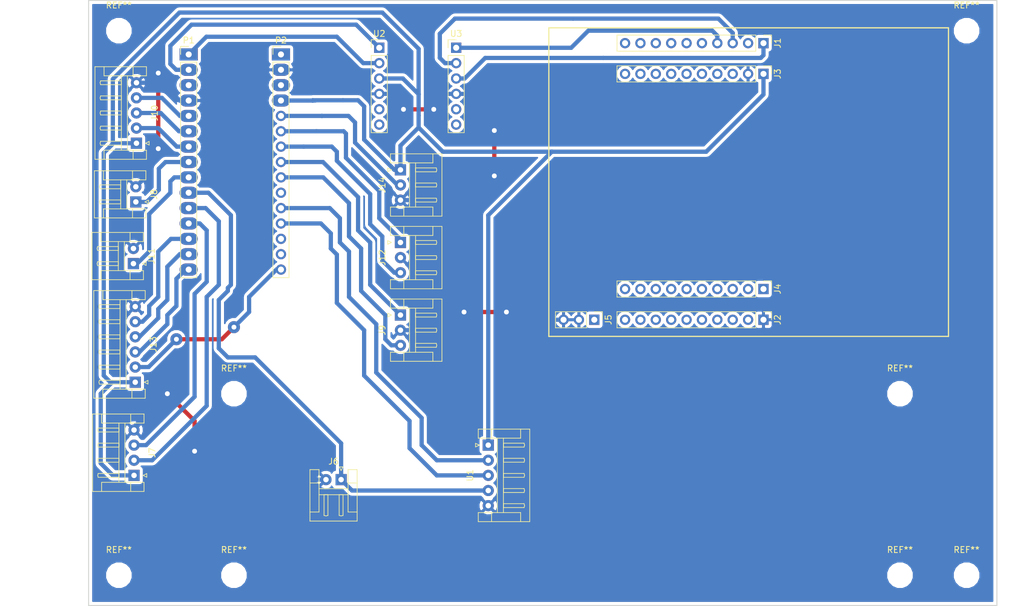
<source format=kicad_pcb>
(kicad_pcb (version 4) (host pcbnew 4.0.7)

  (general
    (links 49)
    (no_connects 0)
    (area 75.924999 59.924999 226.075001 160.075001)
    (thickness 1.6)
    (drawings 11)
    (tracks 255)
    (zones 0)
    (modules 27)
    (nets 27)
  )

  (page A4)
  (layers
    (0 F.Cu signal)
    (31 B.Cu signal)
    (32 B.Adhes user)
    (33 F.Adhes user)
    (34 B.Paste user)
    (35 F.Paste user)
    (36 B.SilkS user)
    (37 F.SilkS user)
    (38 B.Mask user)
    (39 F.Mask user)
    (40 Dwgs.User user)
    (41 Cmts.User user)
    (42 Eco1.User user)
    (43 Eco2.User user)
    (44 Edge.Cuts user)
    (45 Margin user)
    (46 B.CrtYd user)
    (47 F.CrtYd user)
    (48 B.Fab user)
    (49 F.Fab user)
  )

  (setup
    (last_trace_width 0.7)
    (trace_clearance 0.4)
    (zone_clearance 0.508)
    (zone_45_only no)
    (trace_min 0.2)
    (segment_width 0.2)
    (edge_width 0.15)
    (via_size 2)
    (via_drill 0.8)
    (via_min_size 0.4)
    (via_min_drill 0.3)
    (uvia_size 0.3)
    (uvia_drill 0.1)
    (uvias_allowed no)
    (uvia_min_size 0.2)
    (uvia_min_drill 0.1)
    (pcb_text_width 0.3)
    (pcb_text_size 1.5 1.5)
    (mod_edge_width 0.15)
    (mod_text_size 1 1)
    (mod_text_width 0.15)
    (pad_size 3 2)
    (pad_drill 1)
    (pad_to_mask_clearance 0.2)
    (aux_axis_origin 76 160)
    (visible_elements 7FFFFFFF)
    (pcbplotparams
      (layerselection 0x00030_80000001)
      (usegerberextensions false)
      (excludeedgelayer true)
      (linewidth 0.100000)
      (plotframeref false)
      (viasonmask false)
      (mode 1)
      (useauxorigin false)
      (hpglpennumber 1)
      (hpglpenspeed 20)
      (hpglpendiameter 15)
      (hpglpenoverlay 2)
      (psnegative false)
      (psa4output false)
      (plotreference true)
      (plotvalue true)
      (plotinvisibletext false)
      (padsonsilk false)
      (subtractmaskfromsilk false)
      (outputformat 1)
      (mirror false)
      (drillshape 1)
      (scaleselection 1)
      (outputdirectory ""))
  )

  (net 0 "")
  (net 1 GND)
  (net 2 +5V)
  (net 3 +3V3)
  (net 4 /A0)
  (net 5 /A1)
  (net 6 /A3)
  (net 7 "/13(SCK)")
  (net 8 "/12(MISO)")
  (net 9 "/11(**/MOSI)")
  (net 10 "/10(**/SS)")
  (net 11 /8)
  (net 12 /7)
  (net 13 "/5(**)")
  (net 14 /2)
  (net 15 "/1(Tx)")
  (net 16 "/0(Rx)")
  (net 17 "/3(**)")
  (net 18 /4)
  (net 19 "/6(**)")
  (net 20 "/9(**)")
  (net 21 /A7)
  (net 22 /A6)
  (net 23 /A5)
  (net 24 /A4)
  (net 25 RxD)
  (net 26 TxD)

  (net_class Default "This is the default net class."
    (clearance 0.4)
    (trace_width 0.7)
    (via_dia 2)
    (via_drill 0.8)
    (uvia_dia 0.3)
    (uvia_drill 0.1)
    (add_net +3V3)
    (add_net +5V)
    (add_net "/0(Rx)")
    (add_net "/1(Tx)")
    (add_net "/10(**/SS)")
    (add_net "/11(**/MOSI)")
    (add_net "/12(MISO)")
    (add_net "/13(SCK)")
    (add_net /2)
    (add_net "/3(**)")
    (add_net /4)
    (add_net "/5(**)")
    (add_net "/6(**)")
    (add_net /7)
    (add_net /8)
    (add_net "/9(**)")
    (add_net /A0)
    (add_net /A1)
    (add_net /A3)
    (add_net /A4)
    (add_net /A5)
    (add_net /A6)
    (add_net /A7)
    (add_net GND)
    (add_net RxD)
    (add_net TxD)
  )

  (module Mounting_Holes:MountingHole_3.2mm_M3 (layer F.Cu) (tedit 56D1B4CB) (tstamp 5A92DDD3)
    (at 210 125)
    (descr "Mounting Hole 3.2mm, no annular, M3")
    (tags "mounting hole 3.2mm no annular m3")
    (attr virtual)
    (fp_text reference REF** (at 0 -4.2) (layer F.SilkS)
      (effects (font (size 1 1) (thickness 0.15)))
    )
    (fp_text value MountingHole_3.2mm_M3 (at 0 4.2) (layer F.Fab)
      (effects (font (size 1 1) (thickness 0.15)))
    )
    (fp_text user %R (at 0.3 0) (layer F.Fab)
      (effects (font (size 1 1) (thickness 0.15)))
    )
    (fp_circle (center 0 0) (end 3.2 0) (layer Cmts.User) (width 0.15))
    (fp_circle (center 0 0) (end 3.45 0) (layer F.CrtYd) (width 0.05))
    (pad 1 np_thru_hole circle (at 0 0) (size 3.2 3.2) (drill 3.2) (layers *.Cu *.Mask))
  )

  (module Pin_Headers:Pin_Header_Straight_1x10_Pitch2.54mm (layer F.Cu) (tedit 59650532) (tstamp 5A929CC9)
    (at 187.452 67.056 270)
    (descr "Through hole straight pin header, 1x10, 2.54mm pitch, single row")
    (tags "Through hole pin header THT 1x10 2.54mm single row")
    (path /5080DB5C)
    (fp_text reference J1 (at 0 -2.33 270) (layer F.SilkS)
      (effects (font (size 1 1) (thickness 0.15)))
    )
    (fp_text value TI_BOOSTER_40_J1 (at 0 25.19 270) (layer F.Fab)
      (effects (font (size 1 1) (thickness 0.15)))
    )
    (fp_line (start -0.635 -1.27) (end 1.27 -1.27) (layer F.Fab) (width 0.1))
    (fp_line (start 1.27 -1.27) (end 1.27 24.13) (layer F.Fab) (width 0.1))
    (fp_line (start 1.27 24.13) (end -1.27 24.13) (layer F.Fab) (width 0.1))
    (fp_line (start -1.27 24.13) (end -1.27 -0.635) (layer F.Fab) (width 0.1))
    (fp_line (start -1.27 -0.635) (end -0.635 -1.27) (layer F.Fab) (width 0.1))
    (fp_line (start -1.33 24.19) (end 1.33 24.19) (layer F.SilkS) (width 0.12))
    (fp_line (start -1.33 1.27) (end -1.33 24.19) (layer F.SilkS) (width 0.12))
    (fp_line (start 1.33 1.27) (end 1.33 24.19) (layer F.SilkS) (width 0.12))
    (fp_line (start -1.33 1.27) (end 1.33 1.27) (layer F.SilkS) (width 0.12))
    (fp_line (start -1.33 0) (end -1.33 -1.33) (layer F.SilkS) (width 0.12))
    (fp_line (start -1.33 -1.33) (end 0 -1.33) (layer F.SilkS) (width 0.12))
    (fp_line (start -1.8 -1.8) (end -1.8 24.65) (layer F.CrtYd) (width 0.05))
    (fp_line (start -1.8 24.65) (end 1.8 24.65) (layer F.CrtYd) (width 0.05))
    (fp_line (start 1.8 24.65) (end 1.8 -1.8) (layer F.CrtYd) (width 0.05))
    (fp_line (start 1.8 -1.8) (end -1.8 -1.8) (layer F.CrtYd) (width 0.05))
    (fp_text user %R (at 0 11.43 360) (layer F.Fab)
      (effects (font (size 1 1) (thickness 0.15)))
    )
    (pad 1 thru_hole rect (at 0 0 270) (size 1.7 1.7) (drill 1) (layers *.Cu *.Mask)
      (net 3 +3V3))
    (pad 2 thru_hole oval (at 0 2.54 270) (size 1.7 1.7) (drill 1) (layers *.Cu *.Mask))
    (pad 3 thru_hole oval (at 0 5.08 270) (size 1.7 1.7) (drill 1) (layers *.Cu *.Mask)
      (net 25 RxD))
    (pad 4 thru_hole oval (at 0 7.62 270) (size 1.7 1.7) (drill 1) (layers *.Cu *.Mask)
      (net 26 TxD))
    (pad 5 thru_hole oval (at 0 10.16 270) (size 1.7 1.7) (drill 1) (layers *.Cu *.Mask))
    (pad 6 thru_hole oval (at 0 12.7 270) (size 1.7 1.7) (drill 1) (layers *.Cu *.Mask))
    (pad 7 thru_hole oval (at 0 15.24 270) (size 1.7 1.7) (drill 1) (layers *.Cu *.Mask))
    (pad 8 thru_hole oval (at 0 17.78 270) (size 1.7 1.7) (drill 1) (layers *.Cu *.Mask))
    (pad 9 thru_hole oval (at 0 20.32 270) (size 1.7 1.7) (drill 1) (layers *.Cu *.Mask))
    (pad 10 thru_hole oval (at 0 22.86 270) (size 1.7 1.7) (drill 1) (layers *.Cu *.Mask))
    (model ${KISYS3DMOD}/Pin_Headers.3dshapes/Pin_Header_Straight_1x10_Pitch2.54mm.wrl
      (at (xyz 0 0 0))
      (scale (xyz 1 1 1))
      (rotate (xyz 0 0 0))
    )
  )

  (module Pin_Headers:Pin_Header_Straight_1x10_Pitch2.54mm (layer F.Cu) (tedit 59650532) (tstamp 5A929CD7)
    (at 187.452 112.776 270)
    (descr "Through hole straight pin header, 1x10, 2.54mm pitch, single row")
    (tags "Through hole pin header THT 1x10 2.54mm single row")
    (path /5080DBF4)
    (fp_text reference J2 (at 0 -2.33 270) (layer F.SilkS)
      (effects (font (size 1 1) (thickness 0.15)))
    )
    (fp_text value TI_BOOSTER_40_J2 (at 0 25.19 270) (layer F.Fab)
      (effects (font (size 1 1) (thickness 0.15)))
    )
    (fp_line (start -0.635 -1.27) (end 1.27 -1.27) (layer F.Fab) (width 0.1))
    (fp_line (start 1.27 -1.27) (end 1.27 24.13) (layer F.Fab) (width 0.1))
    (fp_line (start 1.27 24.13) (end -1.27 24.13) (layer F.Fab) (width 0.1))
    (fp_line (start -1.27 24.13) (end -1.27 -0.635) (layer F.Fab) (width 0.1))
    (fp_line (start -1.27 -0.635) (end -0.635 -1.27) (layer F.Fab) (width 0.1))
    (fp_line (start -1.33 24.19) (end 1.33 24.19) (layer F.SilkS) (width 0.12))
    (fp_line (start -1.33 1.27) (end -1.33 24.19) (layer F.SilkS) (width 0.12))
    (fp_line (start 1.33 1.27) (end 1.33 24.19) (layer F.SilkS) (width 0.12))
    (fp_line (start -1.33 1.27) (end 1.33 1.27) (layer F.SilkS) (width 0.12))
    (fp_line (start -1.33 0) (end -1.33 -1.33) (layer F.SilkS) (width 0.12))
    (fp_line (start -1.33 -1.33) (end 0 -1.33) (layer F.SilkS) (width 0.12))
    (fp_line (start -1.8 -1.8) (end -1.8 24.65) (layer F.CrtYd) (width 0.05))
    (fp_line (start -1.8 24.65) (end 1.8 24.65) (layer F.CrtYd) (width 0.05))
    (fp_line (start 1.8 24.65) (end 1.8 -1.8) (layer F.CrtYd) (width 0.05))
    (fp_line (start 1.8 -1.8) (end -1.8 -1.8) (layer F.CrtYd) (width 0.05))
    (fp_text user %R (at 0 11.43 360) (layer F.Fab)
      (effects (font (size 1 1) (thickness 0.15)))
    )
    (pad 1 thru_hole rect (at 0 0 270) (size 1.7 1.7) (drill 1) (layers *.Cu *.Mask)
      (net 1 GND))
    (pad 2 thru_hole oval (at 0 2.54 270) (size 1.7 1.7) (drill 1) (layers *.Cu *.Mask))
    (pad 3 thru_hole oval (at 0 5.08 270) (size 1.7 1.7) (drill 1) (layers *.Cu *.Mask))
    (pad 4 thru_hole oval (at 0 7.62 270) (size 1.7 1.7) (drill 1) (layers *.Cu *.Mask))
    (pad 5 thru_hole oval (at 0 10.16 270) (size 1.7 1.7) (drill 1) (layers *.Cu *.Mask))
    (pad 6 thru_hole oval (at 0 12.7 270) (size 1.7 1.7) (drill 1) (layers *.Cu *.Mask))
    (pad 7 thru_hole oval (at 0 15.24 270) (size 1.7 1.7) (drill 1) (layers *.Cu *.Mask))
    (pad 8 thru_hole oval (at 0 17.78 270) (size 1.7 1.7) (drill 1) (layers *.Cu *.Mask))
    (pad 9 thru_hole oval (at 0 20.32 270) (size 1.7 1.7) (drill 1) (layers *.Cu *.Mask))
    (pad 10 thru_hole oval (at 0 22.86 270) (size 1.7 1.7) (drill 1) (layers *.Cu *.Mask))
    (model ${KISYS3DMOD}/Pin_Headers.3dshapes/Pin_Header_Straight_1x10_Pitch2.54mm.wrl
      (at (xyz 0 0 0))
      (scale (xyz 1 1 1))
      (rotate (xyz 0 0 0))
    )
  )

  (module Pin_Headers:Pin_Header_Straight_1x10_Pitch2.54mm (layer F.Cu) (tedit 59650532) (tstamp 5A929CE5)
    (at 187.452 72.136 270)
    (descr "Through hole straight pin header, 1x10, 2.54mm pitch, single row")
    (tags "Through hole pin header THT 1x10 2.54mm single row")
    (path /5080DC03)
    (fp_text reference J3 (at 0 -2.33 270) (layer F.SilkS)
      (effects (font (size 1 1) (thickness 0.15)))
    )
    (fp_text value TI_BOOSTER_40_J3 (at 0 25.19 270) (layer F.Fab)
      (effects (font (size 1 1) (thickness 0.15)))
    )
    (fp_line (start -0.635 -1.27) (end 1.27 -1.27) (layer F.Fab) (width 0.1))
    (fp_line (start 1.27 -1.27) (end 1.27 24.13) (layer F.Fab) (width 0.1))
    (fp_line (start 1.27 24.13) (end -1.27 24.13) (layer F.Fab) (width 0.1))
    (fp_line (start -1.27 24.13) (end -1.27 -0.635) (layer F.Fab) (width 0.1))
    (fp_line (start -1.27 -0.635) (end -0.635 -1.27) (layer F.Fab) (width 0.1))
    (fp_line (start -1.33 24.19) (end 1.33 24.19) (layer F.SilkS) (width 0.12))
    (fp_line (start -1.33 1.27) (end -1.33 24.19) (layer F.SilkS) (width 0.12))
    (fp_line (start 1.33 1.27) (end 1.33 24.19) (layer F.SilkS) (width 0.12))
    (fp_line (start -1.33 1.27) (end 1.33 1.27) (layer F.SilkS) (width 0.12))
    (fp_line (start -1.33 0) (end -1.33 -1.33) (layer F.SilkS) (width 0.12))
    (fp_line (start -1.33 -1.33) (end 0 -1.33) (layer F.SilkS) (width 0.12))
    (fp_line (start -1.8 -1.8) (end -1.8 24.65) (layer F.CrtYd) (width 0.05))
    (fp_line (start -1.8 24.65) (end 1.8 24.65) (layer F.CrtYd) (width 0.05))
    (fp_line (start 1.8 24.65) (end 1.8 -1.8) (layer F.CrtYd) (width 0.05))
    (fp_line (start 1.8 -1.8) (end -1.8 -1.8) (layer F.CrtYd) (width 0.05))
    (fp_text user %R (at 0 11.43 360) (layer F.Fab)
      (effects (font (size 1 1) (thickness 0.15)))
    )
    (pad 1 thru_hole rect (at 0 0 270) (size 1.7 1.7) (drill 1) (layers *.Cu *.Mask)
      (net 2 +5V))
    (pad 2 thru_hole oval (at 0 2.54 270) (size 1.7 1.7) (drill 1) (layers *.Cu *.Mask)
      (net 1 GND))
    (pad 3 thru_hole oval (at 0 5.08 270) (size 1.7 1.7) (drill 1) (layers *.Cu *.Mask))
    (pad 4 thru_hole oval (at 0 7.62 270) (size 1.7 1.7) (drill 1) (layers *.Cu *.Mask))
    (pad 5 thru_hole oval (at 0 10.16 270) (size 1.7 1.7) (drill 1) (layers *.Cu *.Mask))
    (pad 6 thru_hole oval (at 0 12.7 270) (size 1.7 1.7) (drill 1) (layers *.Cu *.Mask))
    (pad 7 thru_hole oval (at 0 15.24 270) (size 1.7 1.7) (drill 1) (layers *.Cu *.Mask))
    (pad 8 thru_hole oval (at 0 17.78 270) (size 1.7 1.7) (drill 1) (layers *.Cu *.Mask))
    (pad 9 thru_hole oval (at 0 20.32 270) (size 1.7 1.7) (drill 1) (layers *.Cu *.Mask))
    (pad 10 thru_hole oval (at 0 22.86 270) (size 1.7 1.7) (drill 1) (layers *.Cu *.Mask))
    (model ${KISYS3DMOD}/Pin_Headers.3dshapes/Pin_Header_Straight_1x10_Pitch2.54mm.wrl
      (at (xyz 0 0 0))
      (scale (xyz 1 1 1))
      (rotate (xyz 0 0 0))
    )
  )

  (module Pin_Headers:Pin_Header_Straight_1x10_Pitch2.54mm (layer F.Cu) (tedit 59650532) (tstamp 5A929CF3)
    (at 187.452 107.696 270)
    (descr "Through hole straight pin header, 1x10, 2.54mm pitch, single row")
    (tags "Through hole pin header THT 1x10 2.54mm single row")
    (path /5080DC12)
    (fp_text reference J4 (at 0 -2.33 270) (layer F.SilkS)
      (effects (font (size 1 1) (thickness 0.15)))
    )
    (fp_text value TI_BOOSTER_40_J4 (at 0 25.19 270) (layer F.Fab)
      (effects (font (size 1 1) (thickness 0.15)))
    )
    (fp_line (start -0.635 -1.27) (end 1.27 -1.27) (layer F.Fab) (width 0.1))
    (fp_line (start 1.27 -1.27) (end 1.27 24.13) (layer F.Fab) (width 0.1))
    (fp_line (start 1.27 24.13) (end -1.27 24.13) (layer F.Fab) (width 0.1))
    (fp_line (start -1.27 24.13) (end -1.27 -0.635) (layer F.Fab) (width 0.1))
    (fp_line (start -1.27 -0.635) (end -0.635 -1.27) (layer F.Fab) (width 0.1))
    (fp_line (start -1.33 24.19) (end 1.33 24.19) (layer F.SilkS) (width 0.12))
    (fp_line (start -1.33 1.27) (end -1.33 24.19) (layer F.SilkS) (width 0.12))
    (fp_line (start 1.33 1.27) (end 1.33 24.19) (layer F.SilkS) (width 0.12))
    (fp_line (start -1.33 1.27) (end 1.33 1.27) (layer F.SilkS) (width 0.12))
    (fp_line (start -1.33 0) (end -1.33 -1.33) (layer F.SilkS) (width 0.12))
    (fp_line (start -1.33 -1.33) (end 0 -1.33) (layer F.SilkS) (width 0.12))
    (fp_line (start -1.8 -1.8) (end -1.8 24.65) (layer F.CrtYd) (width 0.05))
    (fp_line (start -1.8 24.65) (end 1.8 24.65) (layer F.CrtYd) (width 0.05))
    (fp_line (start 1.8 24.65) (end 1.8 -1.8) (layer F.CrtYd) (width 0.05))
    (fp_line (start 1.8 -1.8) (end -1.8 -1.8) (layer F.CrtYd) (width 0.05))
    (fp_text user %R (at 0 11.43 360) (layer F.Fab)
      (effects (font (size 1 1) (thickness 0.15)))
    )
    (pad 1 thru_hole rect (at 0 0 270) (size 1.7 1.7) (drill 1) (layers *.Cu *.Mask))
    (pad 2 thru_hole oval (at 0 2.54 270) (size 1.7 1.7) (drill 1) (layers *.Cu *.Mask))
    (pad 3 thru_hole oval (at 0 5.08 270) (size 1.7 1.7) (drill 1) (layers *.Cu *.Mask))
    (pad 4 thru_hole oval (at 0 7.62 270) (size 1.7 1.7) (drill 1) (layers *.Cu *.Mask))
    (pad 5 thru_hole oval (at 0 10.16 270) (size 1.7 1.7) (drill 1) (layers *.Cu *.Mask))
    (pad 6 thru_hole oval (at 0 12.7 270) (size 1.7 1.7) (drill 1) (layers *.Cu *.Mask))
    (pad 7 thru_hole oval (at 0 15.24 270) (size 1.7 1.7) (drill 1) (layers *.Cu *.Mask))
    (pad 8 thru_hole oval (at 0 17.78 270) (size 1.7 1.7) (drill 1) (layers *.Cu *.Mask))
    (pad 9 thru_hole oval (at 0 20.32 270) (size 1.7 1.7) (drill 1) (layers *.Cu *.Mask))
    (pad 10 thru_hole oval (at 0 22.86 270) (size 1.7 1.7) (drill 1) (layers *.Cu *.Mask))
    (model ${KISYS3DMOD}/Pin_Headers.3dshapes/Pin_Header_Straight_1x10_Pitch2.54mm.wrl
      (at (xyz 0 0 0))
      (scale (xyz 1 1 1))
      (rotate (xyz 0 0 0))
    )
  )

  (module Pin_Headers:Pin_Header_Straight_1x03_Pitch2.54mm (layer F.Cu) (tedit 59650532) (tstamp 5A929CFA)
    (at 159.512 112.776 270)
    (descr "Through hole straight pin header, 1x03, 2.54mm pitch, single row")
    (tags "Through hole pin header THT 1x03 2.54mm single row")
    (path /5080A33C)
    (fp_text reference J5 (at 0 -2.33 270) (layer F.SilkS)
      (effects (font (size 1 1) (thickness 0.15)))
    )
    (fp_text value CONN_3 (at 0 7.41 270) (layer F.Fab)
      (effects (font (size 1 1) (thickness 0.15)))
    )
    (fp_line (start -0.635 -1.27) (end 1.27 -1.27) (layer F.Fab) (width 0.1))
    (fp_line (start 1.27 -1.27) (end 1.27 6.35) (layer F.Fab) (width 0.1))
    (fp_line (start 1.27 6.35) (end -1.27 6.35) (layer F.Fab) (width 0.1))
    (fp_line (start -1.27 6.35) (end -1.27 -0.635) (layer F.Fab) (width 0.1))
    (fp_line (start -1.27 -0.635) (end -0.635 -1.27) (layer F.Fab) (width 0.1))
    (fp_line (start -1.33 6.41) (end 1.33 6.41) (layer F.SilkS) (width 0.12))
    (fp_line (start -1.33 1.27) (end -1.33 6.41) (layer F.SilkS) (width 0.12))
    (fp_line (start 1.33 1.27) (end 1.33 6.41) (layer F.SilkS) (width 0.12))
    (fp_line (start -1.33 1.27) (end 1.33 1.27) (layer F.SilkS) (width 0.12))
    (fp_line (start -1.33 0) (end -1.33 -1.33) (layer F.SilkS) (width 0.12))
    (fp_line (start -1.33 -1.33) (end 0 -1.33) (layer F.SilkS) (width 0.12))
    (fp_line (start -1.8 -1.8) (end -1.8 6.85) (layer F.CrtYd) (width 0.05))
    (fp_line (start -1.8 6.85) (end 1.8 6.85) (layer F.CrtYd) (width 0.05))
    (fp_line (start 1.8 6.85) (end 1.8 -1.8) (layer F.CrtYd) (width 0.05))
    (fp_line (start 1.8 -1.8) (end -1.8 -1.8) (layer F.CrtYd) (width 0.05))
    (fp_text user %R (at 0 2.54 360) (layer F.Fab)
      (effects (font (size 1 1) (thickness 0.15)))
    )
    (pad 1 thru_hole rect (at 0 0 270) (size 1.7 1.7) (drill 1) (layers *.Cu *.Mask))
    (pad 2 thru_hole oval (at 0 2.54 270) (size 1.7 1.7) (drill 1) (layers *.Cu *.Mask)
      (net 1 GND))
    (pad 3 thru_hole oval (at 0 5.08 270) (size 1.7 1.7) (drill 1) (layers *.Cu *.Mask)
      (net 1 GND))
    (model ${KISYS3DMOD}/Pin_Headers.3dshapes/Pin_Header_Straight_1x03_Pitch2.54mm.wrl
      (at (xyz 0 0 0))
      (scale (xyz 1 1 1))
      (rotate (xyz 0 0 0))
    )
  )

  (module Socket_Strips:Socket_Strip_Straight_1x15_Pitch2.54mm (layer F.Cu) (tedit 5A92D899) (tstamp 5A92DCE4)
    (at 92.526 68.922)
    (descr "Through hole straight socket strip, 1x15, 2.54mm pitch, single row")
    (tags "Through hole socket strip THT 1x15 2.54mm single row")
    (path /5A92C361)
    (fp_text reference P1 (at 0 -2.33) (layer F.SilkS)
      (effects (font (size 1 1) (thickness 0.15)))
    )
    (fp_text value Digital (at 0 37.89) (layer F.Fab)
      (effects (font (size 1 1) (thickness 0.15)))
    )
    (fp_line (start -1.27 -1.27) (end -1.27 36.83) (layer F.Fab) (width 0.1))
    (fp_line (start -1.27 36.83) (end 1.27 36.83) (layer F.Fab) (width 0.1))
    (fp_line (start 1.27 36.83) (end 1.27 -1.27) (layer F.Fab) (width 0.1))
    (fp_line (start 1.27 -1.27) (end -1.27 -1.27) (layer F.Fab) (width 0.1))
    (fp_line (start -1.33 1.27) (end -1.33 36.89) (layer F.SilkS) (width 0.12))
    (fp_line (start -1.33 36.89) (end 1.33 36.89) (layer F.SilkS) (width 0.12))
    (fp_line (start 1.33 36.89) (end 1.33 1.27) (layer F.SilkS) (width 0.12))
    (fp_line (start 1.33 1.27) (end -1.33 1.27) (layer F.SilkS) (width 0.12))
    (fp_line (start -1.33 0) (end -1.33 -1.33) (layer F.SilkS) (width 0.12))
    (fp_line (start -1.33 -1.33) (end 0 -1.33) (layer F.SilkS) (width 0.12))
    (fp_line (start -1.8 -1.8) (end -1.8 37.35) (layer F.CrtYd) (width 0.05))
    (fp_line (start -1.8 37.35) (end 1.8 37.35) (layer F.CrtYd) (width 0.05))
    (fp_line (start 1.8 37.35) (end 1.8 -1.8) (layer F.CrtYd) (width 0.05))
    (fp_line (start 1.8 -1.8) (end -1.8 -1.8) (layer F.CrtYd) (width 0.05))
    (fp_text user %R (at 0 -2.33) (layer F.Fab)
      (effects (font (size 1 1) (thickness 0.15)))
    )
    (pad 1 thru_hole rect (at 0 0) (size 3 2) (drill 1) (layers *.Cu *.Mask)
      (net 15 "/1(Tx)"))
    (pad 2 thru_hole oval (at 0 2.54) (size 3 2) (drill 1) (layers *.Cu *.Mask)
      (net 16 "/0(Rx)"))
    (pad 3 thru_hole oval (at 0 5.08) (size 3 2) (drill 1) (layers *.Cu *.Mask))
    (pad 4 thru_hole oval (at 0 7.62) (size 3 2) (drill 1) (layers *.Cu *.Mask)
      (net 1 GND))
    (pad 5 thru_hole oval (at 0 10.16) (size 3 2) (drill 1) (layers *.Cu *.Mask)
      (net 14 /2))
    (pad 6 thru_hole oval (at 0 12.7) (size 3 2) (drill 1) (layers *.Cu *.Mask)
      (net 17 "/3(**)"))
    (pad 7 thru_hole oval (at 0 15.24) (size 3 2) (drill 1) (layers *.Cu *.Mask)
      (net 18 /4))
    (pad 8 thru_hole oval (at 0 17.78) (size 3 2) (drill 1) (layers *.Cu *.Mask)
      (net 13 "/5(**)"))
    (pad 9 thru_hole oval (at 0 20.32) (size 3 2) (drill 1) (layers *.Cu *.Mask)
      (net 19 "/6(**)"))
    (pad 10 thru_hole oval (at 0 22.86) (size 3 2) (drill 1) (layers *.Cu *.Mask)
      (net 12 /7))
    (pad 11 thru_hole oval (at 0 25.4) (size 3 2) (drill 1) (layers *.Cu *.Mask)
      (net 11 /8))
    (pad 12 thru_hole oval (at 0 27.94) (size 3 2) (drill 1) (layers *.Cu *.Mask)
      (net 20 "/9(**)"))
    (pad 13 thru_hole oval (at 0 30.48) (size 3 2) (drill 1) (layers *.Cu *.Mask)
      (net 10 "/10(**/SS)"))
    (pad 14 thru_hole oval (at 0 33.02) (size 3 2) (drill 1) (layers *.Cu *.Mask)
      (net 9 "/11(**/MOSI)"))
    (pad 15 thru_hole oval (at 0 35.56) (size 3 2) (drill 1) (layers *.Cu *.Mask)
      (net 8 "/12(MISO)"))
    (model ${KISYS3DMOD}/Socket_Strips.3dshapes/Socket_Strip_Straight_1x15_Pitch2.54mm.wrl
      (at (xyz 0 -0.7 0))
      (scale (xyz 1 1 1))
      (rotate (xyz 0 0 270))
    )
  )

  (module Socket_Strips:Socket_Strip_Straight_1x15_Pitch2.54mm (layer F.Cu) (tedit 5A92D4E3) (tstamp 5A92DCF6)
    (at 107.766 68.922)
    (descr "Through hole straight socket strip, 1x15, 2.54mm pitch, single row")
    (tags "Through hole socket strip THT 1x15 2.54mm single row")
    (path /5A92C362)
    (fp_text reference P2 (at 0 -2.33) (layer F.SilkS)
      (effects (font (size 1 1) (thickness 0.15)))
    )
    (fp_text value Analog (at 0 37.89) (layer F.Fab)
      (effects (font (size 1 1) (thickness 0.15)))
    )
    (fp_line (start -1.27 -1.27) (end -1.27 36.83) (layer F.Fab) (width 0.1))
    (fp_line (start -1.27 36.83) (end 1.27 36.83) (layer F.Fab) (width 0.1))
    (fp_line (start 1.27 36.83) (end 1.27 -1.27) (layer F.Fab) (width 0.1))
    (fp_line (start 1.27 -1.27) (end -1.27 -1.27) (layer F.Fab) (width 0.1))
    (fp_line (start -1.33 1.27) (end -1.33 36.89) (layer F.SilkS) (width 0.12))
    (fp_line (start -1.33 36.89) (end 1.33 36.89) (layer F.SilkS) (width 0.12))
    (fp_line (start 1.33 36.89) (end 1.33 1.27) (layer F.SilkS) (width 0.12))
    (fp_line (start 1.33 1.27) (end -1.33 1.27) (layer F.SilkS) (width 0.12))
    (fp_line (start -1.33 0) (end -1.33 -1.33) (layer F.SilkS) (width 0.12))
    (fp_line (start -1.33 -1.33) (end 0 -1.33) (layer F.SilkS) (width 0.12))
    (fp_line (start -1.8 -1.8) (end -1.8 37.35) (layer F.CrtYd) (width 0.05))
    (fp_line (start -1.8 37.35) (end 1.8 37.35) (layer F.CrtYd) (width 0.05))
    (fp_line (start 1.8 37.35) (end 1.8 -1.8) (layer F.CrtYd) (width 0.05))
    (fp_line (start 1.8 -1.8) (end -1.8 -1.8) (layer F.CrtYd) (width 0.05))
    (fp_text user %R (at 0 -2.33) (layer F.Fab)
      (effects (font (size 1 1) (thickness 0.15)))
    )
    (pad 1 thru_hole rect (at 0 0) (size 3 2) (drill 1) (layers *.Cu *.Mask))
    (pad 2 thru_hole oval (at 0 2.54) (size 3 2) (drill 1) (layers *.Cu *.Mask)
      (net 1 GND))
    (pad 3 thru_hole oval (at 0 5.08) (size 3 2) (drill 1) (layers *.Cu *.Mask))
    (pad 4 thru_hole oval (at 0 7.62) (size 3 2) (drill 1) (layers *.Cu *.Mask)
      (net 2 +5V))
    (pad 5 thru_hole oval (at 0 10.16) (size 1.7 1.7) (drill 1) (layers *.Cu *.Mask)
      (net 21 /A7))
    (pad 6 thru_hole oval (at 0 12.7) (size 1.7 1.7) (drill 1) (layers *.Cu *.Mask)
      (net 22 /A6))
    (pad 7 thru_hole oval (at 0 15.24) (size 1.7 1.7) (drill 1) (layers *.Cu *.Mask)
      (net 23 /A5))
    (pad 8 thru_hole oval (at 0 17.78) (size 1.7 1.7) (drill 1) (layers *.Cu *.Mask)
      (net 24 /A4))
    (pad 9 thru_hole oval (at 0 20.32) (size 1.7 1.7) (drill 1) (layers *.Cu *.Mask)
      (net 6 /A3))
    (pad 10 thru_hole oval (at 0 22.86) (size 1.7 1.7) (drill 1) (layers *.Cu *.Mask))
    (pad 11 thru_hole oval (at 0 25.4) (size 1.7 1.7) (drill 1) (layers *.Cu *.Mask)
      (net 5 /A1))
    (pad 12 thru_hole oval (at 0 27.94) (size 1.7 1.7) (drill 1) (layers *.Cu *.Mask)
      (net 4 /A0))
    (pad 13 thru_hole oval (at 0 30.48) (size 1.7 1.7) (drill 1) (layers *.Cu *.Mask))
    (pad 14 thru_hole oval (at 0 33.02) (size 1.7 1.7) (drill 1) (layers *.Cu *.Mask))
    (pad 15 thru_hole oval (at 0 35.56) (size 1.7 1.7) (drill 1) (layers *.Cu *.Mask)
      (net 7 "/13(SCK)"))
    (model ${KISYS3DMOD}/Socket_Strips.3dshapes/Socket_Strip_Straight_1x15_Pitch2.54mm.wrl
      (at (xyz 0 -0.7 0))
      (scale (xyz 1 1 1))
      (rotate (xyz 0 0 270))
    )
  )

  (module Mounting_Holes:MountingHole_3.2mm_M3 (layer F.Cu) (tedit 56D1B4CB) (tstamp 5A92DDBD)
    (at 81 65)
    (descr "Mounting Hole 3.2mm, no annular, M3")
    (tags "mounting hole 3.2mm no annular m3")
    (attr virtual)
    (fp_text reference REF** (at 0 -4.2) (layer F.SilkS)
      (effects (font (size 1 1) (thickness 0.15)))
    )
    (fp_text value MountingHole_3.2mm_M3 (at 0 4.2) (layer F.Fab)
      (effects (font (size 1 1) (thickness 0.15)))
    )
    (fp_text user %R (at 0.3 0) (layer F.Fab)
      (effects (font (size 1 1) (thickness 0.15)))
    )
    (fp_circle (center 0 0) (end 3.2 0) (layer Cmts.User) (width 0.15))
    (fp_circle (center 0 0) (end 3.45 0) (layer F.CrtYd) (width 0.05))
    (pad 1 np_thru_hole circle (at 0 0) (size 3.2 3.2) (drill 3.2) (layers *.Cu *.Mask))
  )

  (module Mounting_Holes:MountingHole_3.2mm_M3 (layer F.Cu) (tedit 56D1B4CB) (tstamp 5A92DDC1)
    (at 221 65)
    (descr "Mounting Hole 3.2mm, no annular, M3")
    (tags "mounting hole 3.2mm no annular m3")
    (attr virtual)
    (fp_text reference REF** (at 0 -4.2) (layer F.SilkS)
      (effects (font (size 1 1) (thickness 0.15)))
    )
    (fp_text value MountingHole_3.2mm_M3 (at 0 4.2) (layer F.Fab)
      (effects (font (size 1 1) (thickness 0.15)))
    )
    (fp_text user %R (at 0.3 0) (layer F.Fab)
      (effects (font (size 1 1) (thickness 0.15)))
    )
    (fp_circle (center 0 0) (end 3.2 0) (layer Cmts.User) (width 0.15))
    (fp_circle (center 0 0) (end 3.45 0) (layer F.CrtYd) (width 0.05))
    (pad 1 np_thru_hole circle (at 0 0) (size 3.2 3.2) (drill 3.2) (layers *.Cu *.Mask))
  )

  (module Mounting_Holes:MountingHole_3.2mm_M3 (layer F.Cu) (tedit 56D1B4CB) (tstamp 5A92DDC2)
    (at 221 155)
    (descr "Mounting Hole 3.2mm, no annular, M3")
    (tags "mounting hole 3.2mm no annular m3")
    (attr virtual)
    (fp_text reference REF** (at 0 -4.2) (layer F.SilkS)
      (effects (font (size 1 1) (thickness 0.15)))
    )
    (fp_text value MountingHole_3.2mm_M3 (at 0 4.2) (layer F.Fab)
      (effects (font (size 1 1) (thickness 0.15)))
    )
    (fp_text user %R (at 0.3 0) (layer F.Fab)
      (effects (font (size 1 1) (thickness 0.15)))
    )
    (fp_circle (center 0 0) (end 3.2 0) (layer Cmts.User) (width 0.15))
    (fp_circle (center 0 0) (end 3.45 0) (layer F.CrtYd) (width 0.05))
    (pad 1 np_thru_hole circle (at 0 0) (size 3.2 3.2) (drill 3.2) (layers *.Cu *.Mask))
  )

  (module Mounting_Holes:MountingHole_3.2mm_M3 (layer F.Cu) (tedit 56D1B4CB) (tstamp 5A92DDC3)
    (at 81 155)
    (descr "Mounting Hole 3.2mm, no annular, M3")
    (tags "mounting hole 3.2mm no annular m3")
    (attr virtual)
    (fp_text reference REF** (at 0 -4.2) (layer F.SilkS)
      (effects (font (size 1 1) (thickness 0.15)))
    )
    (fp_text value MountingHole_3.2mm_M3 (at 0 4.2) (layer F.Fab)
      (effects (font (size 1 1) (thickness 0.15)))
    )
    (fp_text user %R (at 0.3 0) (layer F.Fab)
      (effects (font (size 1 1) (thickness 0.15)))
    )
    (fp_circle (center 0 0) (end 3.2 0) (layer Cmts.User) (width 0.15))
    (fp_circle (center 0 0) (end 3.45 0) (layer F.CrtYd) (width 0.05))
    (pad 1 np_thru_hole circle (at 0 0) (size 3.2 3.2) (drill 3.2) (layers *.Cu *.Mask))
  )

  (module Mounting_Holes:MountingHole_3.2mm_M3 (layer F.Cu) (tedit 56D1B4CB) (tstamp 5A92DDD1)
    (at 100 155)
    (descr "Mounting Hole 3.2mm, no annular, M3")
    (tags "mounting hole 3.2mm no annular m3")
    (attr virtual)
    (fp_text reference REF** (at 0 -4.2) (layer F.SilkS)
      (effects (font (size 1 1) (thickness 0.15)))
    )
    (fp_text value MountingHole_3.2mm_M3 (at 0 4.2) (layer F.Fab)
      (effects (font (size 1 1) (thickness 0.15)))
    )
    (fp_text user %R (at 0.3 0) (layer F.Fab)
      (effects (font (size 1 1) (thickness 0.15)))
    )
    (fp_circle (center 0 0) (end 3.2 0) (layer Cmts.User) (width 0.15))
    (fp_circle (center 0 0) (end 3.45 0) (layer F.CrtYd) (width 0.05))
    (pad 1 np_thru_hole circle (at 0 0) (size 3.2 3.2) (drill 3.2) (layers *.Cu *.Mask))
  )

  (module Mounting_Holes:MountingHole_3.2mm_M3 (layer F.Cu) (tedit 56D1B4CB) (tstamp 5A92DDD2)
    (at 210 155)
    (descr "Mounting Hole 3.2mm, no annular, M3")
    (tags "mounting hole 3.2mm no annular m3")
    (attr virtual)
    (fp_text reference REF** (at 0 -4.2) (layer F.SilkS)
      (effects (font (size 1 1) (thickness 0.15)))
    )
    (fp_text value MountingHole_3.2mm_M3 (at 0 4.2) (layer F.Fab)
      (effects (font (size 1 1) (thickness 0.15)))
    )
    (fp_text user %R (at 0.3 0) (layer F.Fab)
      (effects (font (size 1 1) (thickness 0.15)))
    )
    (fp_circle (center 0 0) (end 3.2 0) (layer Cmts.User) (width 0.15))
    (fp_circle (center 0 0) (end 3.45 0) (layer F.CrtYd) (width 0.05))
    (pad 1 np_thru_hole circle (at 0 0) (size 3.2 3.2) (drill 3.2) (layers *.Cu *.Mask))
  )

  (module Mounting_Holes:MountingHole_3.2mm_M3 (layer F.Cu) (tedit 56D1B4CB) (tstamp 5A92DDD4)
    (at 100 125)
    (descr "Mounting Hole 3.2mm, no annular, M3")
    (tags "mounting hole 3.2mm no annular m3")
    (attr virtual)
    (fp_text reference REF** (at 0 -4.2) (layer F.SilkS)
      (effects (font (size 1 1) (thickness 0.15)))
    )
    (fp_text value MountingHole_3.2mm_M3 (at 0 4.2) (layer F.Fab)
      (effects (font (size 1 1) (thickness 0.15)))
    )
    (fp_text user %R (at 0.3 0) (layer F.Fab)
      (effects (font (size 1 1) (thickness 0.15)))
    )
    (fp_circle (center 0 0) (end 3.2 0) (layer Cmts.User) (width 0.15))
    (fp_circle (center 0 0) (end 3.45 0) (layer F.CrtYd) (width 0.05))
    (pad 1 np_thru_hole circle (at 0 0) (size 3.2 3.2) (drill 3.2) (layers *.Cu *.Mask))
  )

  (module Socket_Strips:Socket_Strip_Straight_1x06_Pitch2.54mm (layer F.Cu) (tedit 58CD5446) (tstamp 5A92EC75)
    (at 136.7 67.82)
    (descr "Through hole straight socket strip, 1x06, 2.54mm pitch, single row")
    (tags "Through hole socket strip THT 1x06 2.54mm single row")
    (path /5A92CAD7)
    (fp_text reference U3 (at 0 -2.33) (layer F.SilkS)
      (effects (font (size 1 1) (thickness 0.15)))
    )
    (fp_text value "levelConverter low side" (at 0 15.03) (layer F.Fab)
      (effects (font (size 1 1) (thickness 0.15)))
    )
    (fp_line (start -1.27 -1.27) (end -1.27 13.97) (layer F.Fab) (width 0.1))
    (fp_line (start -1.27 13.97) (end 1.27 13.97) (layer F.Fab) (width 0.1))
    (fp_line (start 1.27 13.97) (end 1.27 -1.27) (layer F.Fab) (width 0.1))
    (fp_line (start 1.27 -1.27) (end -1.27 -1.27) (layer F.Fab) (width 0.1))
    (fp_line (start -1.33 1.27) (end -1.33 14.03) (layer F.SilkS) (width 0.12))
    (fp_line (start -1.33 14.03) (end 1.33 14.03) (layer F.SilkS) (width 0.12))
    (fp_line (start 1.33 14.03) (end 1.33 1.27) (layer F.SilkS) (width 0.12))
    (fp_line (start 1.33 1.27) (end -1.33 1.27) (layer F.SilkS) (width 0.12))
    (fp_line (start -1.33 0) (end -1.33 -1.33) (layer F.SilkS) (width 0.12))
    (fp_line (start -1.33 -1.33) (end 0 -1.33) (layer F.SilkS) (width 0.12))
    (fp_line (start -1.8 -1.8) (end -1.8 14.5) (layer F.CrtYd) (width 0.05))
    (fp_line (start -1.8 14.5) (end 1.8 14.5) (layer F.CrtYd) (width 0.05))
    (fp_line (start 1.8 14.5) (end 1.8 -1.8) (layer F.CrtYd) (width 0.05))
    (fp_line (start 1.8 -1.8) (end -1.8 -1.8) (layer F.CrtYd) (width 0.05))
    (fp_text user %R (at 0 -2.33) (layer F.Fab)
      (effects (font (size 1 1) (thickness 0.15)))
    )
    (pad 1 thru_hole rect (at 0 0) (size 1.7 1.7) (drill 1) (layers *.Cu *.Mask)
      (net 26 TxD))
    (pad 2 thru_hole oval (at 0 2.54) (size 1.7 1.7) (drill 1) (layers *.Cu *.Mask)
      (net 25 RxD))
    (pad 3 thru_hole oval (at 0 5.08) (size 1.7 1.7) (drill 1) (layers *.Cu *.Mask)
      (net 3 +3V3))
    (pad 4 thru_hole oval (at 0 7.62) (size 1.7 1.7) (drill 1) (layers *.Cu *.Mask)
      (net 1 GND))
    (pad 5 thru_hole oval (at 0 10.16) (size 1.7 1.7) (drill 1) (layers *.Cu *.Mask))
    (pad 6 thru_hole oval (at 0 12.7) (size 1.7 1.7) (drill 1) (layers *.Cu *.Mask))
    (model ${KISYS3DMOD}/Socket_Strips.3dshapes/Socket_Strip_Straight_1x06_Pitch2.54mm.wrl
      (at (xyz 0 -0.25 0))
      (scale (xyz 1 1 1))
      (rotate (xyz 0 0 270))
    )
  )

  (module Pin_Headers:Pin_Header_Straight_1x06_Pitch2.54mm (layer F.Cu) (tedit 59650532) (tstamp 5A92FC08)
    (at 124 67.82)
    (descr "Through hole straight pin header, 1x06, 2.54mm pitch, single row")
    (tags "Through hole pin header THT 1x06 2.54mm single row")
    (path /5A92C77A)
    (fp_text reference U2 (at 0 -2.33) (layer F.SilkS)
      (effects (font (size 1 1) (thickness 0.15)))
    )
    (fp_text value "levelConverter high side" (at 0 15.03) (layer F.Fab)
      (effects (font (size 1 1) (thickness 0.15)))
    )
    (fp_line (start -0.635 -1.27) (end 1.27 -1.27) (layer F.Fab) (width 0.1))
    (fp_line (start 1.27 -1.27) (end 1.27 13.97) (layer F.Fab) (width 0.1))
    (fp_line (start 1.27 13.97) (end -1.27 13.97) (layer F.Fab) (width 0.1))
    (fp_line (start -1.27 13.97) (end -1.27 -0.635) (layer F.Fab) (width 0.1))
    (fp_line (start -1.27 -0.635) (end -0.635 -1.27) (layer F.Fab) (width 0.1))
    (fp_line (start -1.33 14.03) (end 1.33 14.03) (layer F.SilkS) (width 0.12))
    (fp_line (start -1.33 1.27) (end -1.33 14.03) (layer F.SilkS) (width 0.12))
    (fp_line (start 1.33 1.27) (end 1.33 14.03) (layer F.SilkS) (width 0.12))
    (fp_line (start -1.33 1.27) (end 1.33 1.27) (layer F.SilkS) (width 0.12))
    (fp_line (start -1.33 0) (end -1.33 -1.33) (layer F.SilkS) (width 0.12))
    (fp_line (start -1.33 -1.33) (end 0 -1.33) (layer F.SilkS) (width 0.12))
    (fp_line (start -1.8 -1.8) (end -1.8 14.5) (layer F.CrtYd) (width 0.05))
    (fp_line (start -1.8 14.5) (end 1.8 14.5) (layer F.CrtYd) (width 0.05))
    (fp_line (start 1.8 14.5) (end 1.8 -1.8) (layer F.CrtYd) (width 0.05))
    (fp_line (start 1.8 -1.8) (end -1.8 -1.8) (layer F.CrtYd) (width 0.05))
    (fp_text user %R (at 0 6.35 90) (layer F.Fab)
      (effects (font (size 1 1) (thickness 0.15)))
    )
    (pad 1 thru_hole rect (at 0 0) (size 1.7 1.7) (drill 1) (layers *.Cu *.Mask)
      (net 16 "/0(Rx)"))
    (pad 2 thru_hole oval (at 0 2.54) (size 1.7 1.7) (drill 1) (layers *.Cu *.Mask)
      (net 15 "/1(Tx)"))
    (pad 3 thru_hole oval (at 0 5.08) (size 1.7 1.7) (drill 1) (layers *.Cu *.Mask)
      (net 2 +5V))
    (pad 4 thru_hole oval (at 0 7.62) (size 1.7 1.7) (drill 1) (layers *.Cu *.Mask)
      (net 1 GND))
    (pad 5 thru_hole oval (at 0 10.16) (size 1.7 1.7) (drill 1) (layers *.Cu *.Mask))
    (pad 6 thru_hole oval (at 0 12.7) (size 1.7 1.7) (drill 1) (layers *.Cu *.Mask))
    (model ${KISYS3DMOD}/Pin_Headers.3dshapes/Pin_Header_Straight_1x06_Pitch2.54mm.wrl
      (at (xyz 0 0 0))
      (scale (xyz 1 1 1))
      (rotate (xyz 0 0 0))
    )
  )

  (module Connectors_JST:JST_EH_S02B-EH_02x2.50mm_Angled (layer F.Cu) (tedit 58A3B0B9) (tstamp 5A930AA4)
    (at 117.7 139.2 180)
    (descr "JST EH series connector, S02B-EH, 2.50mm pitch, side entry")
    (tags "connector jst eh side horizontal angled")
    (path /5A92D4DE)
    (fp_text reference J6 (at 1.25 3 180) (layer F.SilkS)
      (effects (font (size 1 1) (thickness 0.15)))
    )
    (fp_text value "push button" (at 1.25 -8 180) (layer F.Fab)
      (effects (font (size 1 1) (thickness 0.15)))
    )
    (fp_text user %R (at 1.25 -2 180) (layer F.Fab)
      (effects (font (size 1 1) (thickness 0.15)))
    )
    (fp_line (start -2.5 -6.7) (end -2.5 1.5) (layer F.Fab) (width 0.1))
    (fp_line (start -2.5 1.5) (end 5 1.5) (layer F.Fab) (width 0.1))
    (fp_line (start 5 1.5) (end 5 -6.7) (layer F.Fab) (width 0.1))
    (fp_line (start 5 -6.7) (end -2.5 -6.7) (layer F.Fab) (width 0.1))
    (fp_line (start -1.15 -0.55) (end -1.15 1.65) (layer F.SilkS) (width 0.12))
    (fp_line (start -1.15 1.65) (end -2.65 1.65) (layer F.SilkS) (width 0.12))
    (fp_line (start -2.65 1.65) (end -2.65 -6.85) (layer F.SilkS) (width 0.12))
    (fp_line (start -2.65 -6.85) (end 5.15 -6.85) (layer F.SilkS) (width 0.12))
    (fp_line (start 5.15 -6.85) (end 5.15 1.65) (layer F.SilkS) (width 0.12))
    (fp_line (start 5.15 1.65) (end 3.65 1.65) (layer F.SilkS) (width 0.12))
    (fp_line (start 3.65 1.65) (end 3.65 -0.55) (layer F.SilkS) (width 0.12))
    (fp_line (start -2.65 -5.35) (end -1.15 -5.35) (layer F.SilkS) (width 0.12))
    (fp_line (start -1.15 -5.35) (end -1.15 -0.55) (layer F.SilkS) (width 0.12))
    (fp_line (start -1.15 -0.55) (end -2.65 -0.55) (layer F.SilkS) (width 0.12))
    (fp_line (start 5.15 -5.35) (end 3.65 -5.35) (layer F.SilkS) (width 0.12))
    (fp_line (start 3.65 -5.35) (end 3.65 -0.55) (layer F.SilkS) (width 0.12))
    (fp_line (start 3.65 -0.55) (end 5.15 -0.55) (layer F.SilkS) (width 0.12))
    (fp_line (start -1.15 -2.5) (end 3.65 -2.5) (layer F.SilkS) (width 0.12))
    (fp_line (start -1.15 -1.5) (end 3.65 -1.5) (layer F.SilkS) (width 0.12))
    (fp_line (start 0 -2.5) (end -0.32 -2.5) (layer F.SilkS) (width 0.12))
    (fp_line (start -0.32 -2.5) (end -0.32 -5.92) (layer F.SilkS) (width 0.12))
    (fp_line (start -0.32 -5.92) (end 0 -6) (layer F.SilkS) (width 0.12))
    (fp_line (start 0 -6) (end 0.32 -5.92) (layer F.SilkS) (width 0.12))
    (fp_line (start 0.32 -5.92) (end 0.32 -2.5) (layer F.SilkS) (width 0.12))
    (fp_line (start 0.32 -2.5) (end 0 -2.5) (layer F.SilkS) (width 0.12))
    (fp_line (start 2.5 -2.5) (end 2.18 -2.5) (layer F.SilkS) (width 0.12))
    (fp_line (start 2.18 -2.5) (end 2.18 -5.92) (layer F.SilkS) (width 0.12))
    (fp_line (start 2.18 -5.92) (end 2.5 -6) (layer F.SilkS) (width 0.12))
    (fp_line (start 2.5 -6) (end 2.82 -5.92) (layer F.SilkS) (width 0.12))
    (fp_line (start 2.82 -5.92) (end 2.82 -2.5) (layer F.SilkS) (width 0.12))
    (fp_line (start 2.82 -2.5) (end 2.5 -2.5) (layer F.SilkS) (width 0.12))
    (fp_line (start 0 1.5) (end -0.3 2.1) (layer F.SilkS) (width 0.12))
    (fp_line (start -0.3 2.1) (end 0.3 2.1) (layer F.SilkS) (width 0.12))
    (fp_line (start 0.3 2.1) (end 0 1.5) (layer F.SilkS) (width 0.12))
    (fp_line (start 0 1.5) (end -0.3 2.1) (layer F.Fab) (width 0.1))
    (fp_line (start -0.3 2.1) (end 0.3 2.1) (layer F.Fab) (width 0.1))
    (fp_line (start 0.3 2.1) (end 0 1.5) (layer F.Fab) (width 0.1))
    (fp_line (start -3.15 -7.35) (end -3.15 2.15) (layer F.CrtYd) (width 0.05))
    (fp_line (start -3.15 2.15) (end 5.65 2.15) (layer F.CrtYd) (width 0.05))
    (fp_line (start 5.65 2.15) (end 5.65 -7.35) (layer F.CrtYd) (width 0.05))
    (fp_line (start 5.65 -7.35) (end -3.15 -7.35) (layer F.CrtYd) (width 0.05))
    (pad 1 thru_hole rect (at 0 0 180) (size 1.85 1.85) (drill 0.9) (layers *.Cu *.Mask)
      (net 12 /7))
    (pad 2 thru_hole circle (at 2.5 0 180) (size 1.85 1.85) (drill 0.9) (layers *.Cu *.Mask)
      (net 1 GND))
    (model Connectors_JST.3dshapes/JST_EH_S02B-EH_02x2.50mm_Angled.wrl
      (at (xyz 0 0 0))
      (scale (xyz 1 1 1))
      (rotate (xyz 0 0 0))
    )
  )

  (module Connectors_JST:JST_EH_S04B-EH_04x2.50mm_Angled (layer F.Cu) (tedit 58A3B0B9) (tstamp 5A930AAC)
    (at 83.5 138.5 90)
    (descr "JST EH series connector, S04B-EH, 2.50mm pitch, side entry")
    (tags "connector jst eh side horizontal angled")
    (path /5A92D61B)
    (fp_text reference J7 (at 3.75 3 90) (layer F.SilkS)
      (effects (font (size 1 1) (thickness 0.15)))
    )
    (fp_text value display (at 3.75 -8 90) (layer F.Fab)
      (effects (font (size 1 1) (thickness 0.15)))
    )
    (fp_text user %R (at 3.75 -2 90) (layer F.Fab)
      (effects (font (size 1 1) (thickness 0.15)))
    )
    (fp_line (start -2.5 -6.7) (end -2.5 1.5) (layer F.Fab) (width 0.1))
    (fp_line (start -2.5 1.5) (end 10 1.5) (layer F.Fab) (width 0.1))
    (fp_line (start 10 1.5) (end 10 -6.7) (layer F.Fab) (width 0.1))
    (fp_line (start 10 -6.7) (end -2.5 -6.7) (layer F.Fab) (width 0.1))
    (fp_line (start -1.15 -0.55) (end -1.15 1.65) (layer F.SilkS) (width 0.12))
    (fp_line (start -1.15 1.65) (end -2.65 1.65) (layer F.SilkS) (width 0.12))
    (fp_line (start -2.65 1.65) (end -2.65 -6.85) (layer F.SilkS) (width 0.12))
    (fp_line (start -2.65 -6.85) (end 10.15 -6.85) (layer F.SilkS) (width 0.12))
    (fp_line (start 10.15 -6.85) (end 10.15 1.65) (layer F.SilkS) (width 0.12))
    (fp_line (start 10.15 1.65) (end 8.65 1.65) (layer F.SilkS) (width 0.12))
    (fp_line (start 8.65 1.65) (end 8.65 -0.55) (layer F.SilkS) (width 0.12))
    (fp_line (start -2.65 -5.35) (end -1.15 -5.35) (layer F.SilkS) (width 0.12))
    (fp_line (start -1.15 -5.35) (end -1.15 -0.55) (layer F.SilkS) (width 0.12))
    (fp_line (start -1.15 -0.55) (end -2.65 -0.55) (layer F.SilkS) (width 0.12))
    (fp_line (start 10.15 -5.35) (end 8.65 -5.35) (layer F.SilkS) (width 0.12))
    (fp_line (start 8.65 -5.35) (end 8.65 -0.55) (layer F.SilkS) (width 0.12))
    (fp_line (start 8.65 -0.55) (end 10.15 -0.55) (layer F.SilkS) (width 0.12))
    (fp_line (start -1.15 -2.5) (end 8.65 -2.5) (layer F.SilkS) (width 0.12))
    (fp_line (start -1.15 -1.5) (end 8.65 -1.5) (layer F.SilkS) (width 0.12))
    (fp_line (start 0 -2.5) (end -0.32 -2.5) (layer F.SilkS) (width 0.12))
    (fp_line (start -0.32 -2.5) (end -0.32 -5.92) (layer F.SilkS) (width 0.12))
    (fp_line (start -0.32 -5.92) (end 0 -6) (layer F.SilkS) (width 0.12))
    (fp_line (start 0 -6) (end 0.32 -5.92) (layer F.SilkS) (width 0.12))
    (fp_line (start 0.32 -5.92) (end 0.32 -2.5) (layer F.SilkS) (width 0.12))
    (fp_line (start 0.32 -2.5) (end 0 -2.5) (layer F.SilkS) (width 0.12))
    (fp_line (start 2.5 -2.5) (end 2.18 -2.5) (layer F.SilkS) (width 0.12))
    (fp_line (start 2.18 -2.5) (end 2.18 -5.92) (layer F.SilkS) (width 0.12))
    (fp_line (start 2.18 -5.92) (end 2.5 -6) (layer F.SilkS) (width 0.12))
    (fp_line (start 2.5 -6) (end 2.82 -5.92) (layer F.SilkS) (width 0.12))
    (fp_line (start 2.82 -5.92) (end 2.82 -2.5) (layer F.SilkS) (width 0.12))
    (fp_line (start 2.82 -2.5) (end 2.5 -2.5) (layer F.SilkS) (width 0.12))
    (fp_line (start 5 -2.5) (end 4.68 -2.5) (layer F.SilkS) (width 0.12))
    (fp_line (start 4.68 -2.5) (end 4.68 -5.92) (layer F.SilkS) (width 0.12))
    (fp_line (start 4.68 -5.92) (end 5 -6) (layer F.SilkS) (width 0.12))
    (fp_line (start 5 -6) (end 5.32 -5.92) (layer F.SilkS) (width 0.12))
    (fp_line (start 5.32 -5.92) (end 5.32 -2.5) (layer F.SilkS) (width 0.12))
    (fp_line (start 5.32 -2.5) (end 5 -2.5) (layer F.SilkS) (width 0.12))
    (fp_line (start 7.5 -2.5) (end 7.18 -2.5) (layer F.SilkS) (width 0.12))
    (fp_line (start 7.18 -2.5) (end 7.18 -5.92) (layer F.SilkS) (width 0.12))
    (fp_line (start 7.18 -5.92) (end 7.5 -6) (layer F.SilkS) (width 0.12))
    (fp_line (start 7.5 -6) (end 7.82 -5.92) (layer F.SilkS) (width 0.12))
    (fp_line (start 7.82 -5.92) (end 7.82 -2.5) (layer F.SilkS) (width 0.12))
    (fp_line (start 7.82 -2.5) (end 7.5 -2.5) (layer F.SilkS) (width 0.12))
    (fp_line (start 0 1.5) (end -0.3 2.1) (layer F.SilkS) (width 0.12))
    (fp_line (start -0.3 2.1) (end 0.3 2.1) (layer F.SilkS) (width 0.12))
    (fp_line (start 0.3 2.1) (end 0 1.5) (layer F.SilkS) (width 0.12))
    (fp_line (start 0 1.5) (end -0.3 2.1) (layer F.Fab) (width 0.1))
    (fp_line (start -0.3 2.1) (end 0.3 2.1) (layer F.Fab) (width 0.1))
    (fp_line (start 0.3 2.1) (end 0 1.5) (layer F.Fab) (width 0.1))
    (fp_line (start -3.15 -7.35) (end -3.15 2.15) (layer F.CrtYd) (width 0.05))
    (fp_line (start -3.15 2.15) (end 10.65 2.15) (layer F.CrtYd) (width 0.05))
    (fp_line (start 10.65 2.15) (end 10.65 -7.35) (layer F.CrtYd) (width 0.05))
    (fp_line (start 10.65 -7.35) (end -3.15 -7.35) (layer F.CrtYd) (width 0.05))
    (pad 1 thru_hole rect (at 0 0 90) (size 1.85 1.85) (drill 0.9) (layers *.Cu *.Mask)
      (net 2 +5V))
    (pad 2 thru_hole circle (at 2.5 0 90) (size 1.85 1.85) (drill 0.9) (layers *.Cu *.Mask)
      (net 11 /8))
    (pad 3 thru_hole circle (at 5 0 90) (size 1.85 1.85) (drill 0.9) (layers *.Cu *.Mask)
      (net 20 "/9(**)"))
    (pad 4 thru_hole circle (at 7.5 0 90) (size 1.85 1.85) (drill 0.9) (layers *.Cu *.Mask)
      (net 1 GND))
    (model Connectors_JST.3dshapes/JST_EH_S04B-EH_04x2.50mm_Angled.wrl
      (at (xyz 0 0 0))
      (scale (xyz 1 1 1))
      (rotate (xyz 0 0 0))
    )
  )

  (module Connectors_JST:JST_EH_S02B-EH_02x2.50mm_Angled (layer F.Cu) (tedit 58A3B0B9) (tstamp 5A930AB2)
    (at 83.8 93.3 90)
    (descr "JST EH series connector, S02B-EH, 2.50mm pitch, side entry")
    (tags "connector jst eh side horizontal angled")
    (path /5A92D6AD)
    (fp_text reference J8 (at 1.25 3 90) (layer F.SilkS)
      (effects (font (size 1 1) (thickness 0.15)))
    )
    (fp_text value led (at 1.25 -8 90) (layer F.Fab)
      (effects (font (size 1 1) (thickness 0.15)))
    )
    (fp_text user %R (at 1.25 -2 90) (layer F.Fab)
      (effects (font (size 1 1) (thickness 0.15)))
    )
    (fp_line (start -2.5 -6.7) (end -2.5 1.5) (layer F.Fab) (width 0.1))
    (fp_line (start -2.5 1.5) (end 5 1.5) (layer F.Fab) (width 0.1))
    (fp_line (start 5 1.5) (end 5 -6.7) (layer F.Fab) (width 0.1))
    (fp_line (start 5 -6.7) (end -2.5 -6.7) (layer F.Fab) (width 0.1))
    (fp_line (start -1.15 -0.55) (end -1.15 1.65) (layer F.SilkS) (width 0.12))
    (fp_line (start -1.15 1.65) (end -2.65 1.65) (layer F.SilkS) (width 0.12))
    (fp_line (start -2.65 1.65) (end -2.65 -6.85) (layer F.SilkS) (width 0.12))
    (fp_line (start -2.65 -6.85) (end 5.15 -6.85) (layer F.SilkS) (width 0.12))
    (fp_line (start 5.15 -6.85) (end 5.15 1.65) (layer F.SilkS) (width 0.12))
    (fp_line (start 5.15 1.65) (end 3.65 1.65) (layer F.SilkS) (width 0.12))
    (fp_line (start 3.65 1.65) (end 3.65 -0.55) (layer F.SilkS) (width 0.12))
    (fp_line (start -2.65 -5.35) (end -1.15 -5.35) (layer F.SilkS) (width 0.12))
    (fp_line (start -1.15 -5.35) (end -1.15 -0.55) (layer F.SilkS) (width 0.12))
    (fp_line (start -1.15 -0.55) (end -2.65 -0.55) (layer F.SilkS) (width 0.12))
    (fp_line (start 5.15 -5.35) (end 3.65 -5.35) (layer F.SilkS) (width 0.12))
    (fp_line (start 3.65 -5.35) (end 3.65 -0.55) (layer F.SilkS) (width 0.12))
    (fp_line (start 3.65 -0.55) (end 5.15 -0.55) (layer F.SilkS) (width 0.12))
    (fp_line (start -1.15 -2.5) (end 3.65 -2.5) (layer F.SilkS) (width 0.12))
    (fp_line (start -1.15 -1.5) (end 3.65 -1.5) (layer F.SilkS) (width 0.12))
    (fp_line (start 0 -2.5) (end -0.32 -2.5) (layer F.SilkS) (width 0.12))
    (fp_line (start -0.32 -2.5) (end -0.32 -5.92) (layer F.SilkS) (width 0.12))
    (fp_line (start -0.32 -5.92) (end 0 -6) (layer F.SilkS) (width 0.12))
    (fp_line (start 0 -6) (end 0.32 -5.92) (layer F.SilkS) (width 0.12))
    (fp_line (start 0.32 -5.92) (end 0.32 -2.5) (layer F.SilkS) (width 0.12))
    (fp_line (start 0.32 -2.5) (end 0 -2.5) (layer F.SilkS) (width 0.12))
    (fp_line (start 2.5 -2.5) (end 2.18 -2.5) (layer F.SilkS) (width 0.12))
    (fp_line (start 2.18 -2.5) (end 2.18 -5.92) (layer F.SilkS) (width 0.12))
    (fp_line (start 2.18 -5.92) (end 2.5 -6) (layer F.SilkS) (width 0.12))
    (fp_line (start 2.5 -6) (end 2.82 -5.92) (layer F.SilkS) (width 0.12))
    (fp_line (start 2.82 -5.92) (end 2.82 -2.5) (layer F.SilkS) (width 0.12))
    (fp_line (start 2.82 -2.5) (end 2.5 -2.5) (layer F.SilkS) (width 0.12))
    (fp_line (start 0 1.5) (end -0.3 2.1) (layer F.SilkS) (width 0.12))
    (fp_line (start -0.3 2.1) (end 0.3 2.1) (layer F.SilkS) (width 0.12))
    (fp_line (start 0.3 2.1) (end 0 1.5) (layer F.SilkS) (width 0.12))
    (fp_line (start 0 1.5) (end -0.3 2.1) (layer F.Fab) (width 0.1))
    (fp_line (start -0.3 2.1) (end 0.3 2.1) (layer F.Fab) (width 0.1))
    (fp_line (start 0.3 2.1) (end 0 1.5) (layer F.Fab) (width 0.1))
    (fp_line (start -3.15 -7.35) (end -3.15 2.15) (layer F.CrtYd) (width 0.05))
    (fp_line (start -3.15 2.15) (end 5.65 2.15) (layer F.CrtYd) (width 0.05))
    (fp_line (start 5.65 2.15) (end 5.65 -7.35) (layer F.CrtYd) (width 0.05))
    (fp_line (start 5.65 -7.35) (end -3.15 -7.35) (layer F.CrtYd) (width 0.05))
    (pad 1 thru_hole rect (at 0 0 90) (size 1.85 1.85) (drill 0.9) (layers *.Cu *.Mask)
      (net 13 "/5(**)"))
    (pad 2 thru_hole circle (at 2.5 0 90) (size 1.85 1.85) (drill 0.9) (layers *.Cu *.Mask)
      (net 1 GND))
    (model Connectors_JST.3dshapes/JST_EH_S02B-EH_02x2.50mm_Angled.wrl
      (at (xyz 0 0 0))
      (scale (xyz 1 1 1))
      (rotate (xyz 0 0 0))
    )
  )

  (module Connectors_JST:JST_EH_S03B-EH_03x2.50mm_Angled (layer F.Cu) (tedit 58A3B0B9) (tstamp 5A930AB9)
    (at 127.5 112 270)
    (descr "JST EH series connector, S03B-EH, 2.50mm pitch, side entry")
    (tags "connector jst eh side horizontal angled")
    (path /5A92D752)
    (fp_text reference J9 (at 2.5 3 270) (layer F.SilkS)
      (effects (font (size 1 1) (thickness 0.15)))
    )
    (fp_text value "2 pos switch" (at 2.5 -8 270) (layer F.Fab)
      (effects (font (size 1 1) (thickness 0.15)))
    )
    (fp_text user %R (at 2.5 -2 270) (layer F.Fab)
      (effects (font (size 1 1) (thickness 0.15)))
    )
    (fp_line (start -2.5 -6.7) (end -2.5 1.5) (layer F.Fab) (width 0.1))
    (fp_line (start -2.5 1.5) (end 7.5 1.5) (layer F.Fab) (width 0.1))
    (fp_line (start 7.5 1.5) (end 7.5 -6.7) (layer F.Fab) (width 0.1))
    (fp_line (start 7.5 -6.7) (end -2.5 -6.7) (layer F.Fab) (width 0.1))
    (fp_line (start -1.15 -0.55) (end -1.15 1.65) (layer F.SilkS) (width 0.12))
    (fp_line (start -1.15 1.65) (end -2.65 1.65) (layer F.SilkS) (width 0.12))
    (fp_line (start -2.65 1.65) (end -2.65 -6.85) (layer F.SilkS) (width 0.12))
    (fp_line (start -2.65 -6.85) (end 7.65 -6.85) (layer F.SilkS) (width 0.12))
    (fp_line (start 7.65 -6.85) (end 7.65 1.65) (layer F.SilkS) (width 0.12))
    (fp_line (start 7.65 1.65) (end 6.15 1.65) (layer F.SilkS) (width 0.12))
    (fp_line (start 6.15 1.65) (end 6.15 -0.55) (layer F.SilkS) (width 0.12))
    (fp_line (start -2.65 -5.35) (end -1.15 -5.35) (layer F.SilkS) (width 0.12))
    (fp_line (start -1.15 -5.35) (end -1.15 -0.55) (layer F.SilkS) (width 0.12))
    (fp_line (start -1.15 -0.55) (end -2.65 -0.55) (layer F.SilkS) (width 0.12))
    (fp_line (start 7.65 -5.35) (end 6.15 -5.35) (layer F.SilkS) (width 0.12))
    (fp_line (start 6.15 -5.35) (end 6.15 -0.55) (layer F.SilkS) (width 0.12))
    (fp_line (start 6.15 -0.55) (end 7.65 -0.55) (layer F.SilkS) (width 0.12))
    (fp_line (start -1.15 -2.5) (end 6.15 -2.5) (layer F.SilkS) (width 0.12))
    (fp_line (start -1.15 -1.5) (end 6.15 -1.5) (layer F.SilkS) (width 0.12))
    (fp_line (start 0 -2.5) (end -0.32 -2.5) (layer F.SilkS) (width 0.12))
    (fp_line (start -0.32 -2.5) (end -0.32 -5.92) (layer F.SilkS) (width 0.12))
    (fp_line (start -0.32 -5.92) (end 0 -6) (layer F.SilkS) (width 0.12))
    (fp_line (start 0 -6) (end 0.32 -5.92) (layer F.SilkS) (width 0.12))
    (fp_line (start 0.32 -5.92) (end 0.32 -2.5) (layer F.SilkS) (width 0.12))
    (fp_line (start 0.32 -2.5) (end 0 -2.5) (layer F.SilkS) (width 0.12))
    (fp_line (start 2.5 -2.5) (end 2.18 -2.5) (layer F.SilkS) (width 0.12))
    (fp_line (start 2.18 -2.5) (end 2.18 -5.92) (layer F.SilkS) (width 0.12))
    (fp_line (start 2.18 -5.92) (end 2.5 -6) (layer F.SilkS) (width 0.12))
    (fp_line (start 2.5 -6) (end 2.82 -5.92) (layer F.SilkS) (width 0.12))
    (fp_line (start 2.82 -5.92) (end 2.82 -2.5) (layer F.SilkS) (width 0.12))
    (fp_line (start 2.82 -2.5) (end 2.5 -2.5) (layer F.SilkS) (width 0.12))
    (fp_line (start 5 -2.5) (end 4.68 -2.5) (layer F.SilkS) (width 0.12))
    (fp_line (start 4.68 -2.5) (end 4.68 -5.92) (layer F.SilkS) (width 0.12))
    (fp_line (start 4.68 -5.92) (end 5 -6) (layer F.SilkS) (width 0.12))
    (fp_line (start 5 -6) (end 5.32 -5.92) (layer F.SilkS) (width 0.12))
    (fp_line (start 5.32 -5.92) (end 5.32 -2.5) (layer F.SilkS) (width 0.12))
    (fp_line (start 5.32 -2.5) (end 5 -2.5) (layer F.SilkS) (width 0.12))
    (fp_line (start 0 1.5) (end -0.3 2.1) (layer F.SilkS) (width 0.12))
    (fp_line (start -0.3 2.1) (end 0.3 2.1) (layer F.SilkS) (width 0.12))
    (fp_line (start 0.3 2.1) (end 0 1.5) (layer F.SilkS) (width 0.12))
    (fp_line (start 0 1.5) (end -0.3 2.1) (layer F.Fab) (width 0.1))
    (fp_line (start -0.3 2.1) (end 0.3 2.1) (layer F.Fab) (width 0.1))
    (fp_line (start 0.3 2.1) (end 0 1.5) (layer F.Fab) (width 0.1))
    (fp_line (start -3.15 -7.35) (end -3.15 2.15) (layer F.CrtYd) (width 0.05))
    (fp_line (start -3.15 2.15) (end 8.15 2.15) (layer F.CrtYd) (width 0.05))
    (fp_line (start 8.15 2.15) (end 8.15 -7.35) (layer F.CrtYd) (width 0.05))
    (fp_line (start 8.15 -7.35) (end -3.15 -7.35) (layer F.CrtYd) (width 0.05))
    (pad 1 thru_hole rect (at 0 0 270) (size 1.85 1.85) (drill 0.9) (layers *.Cu *.Mask)
      (net 24 /A4))
    (pad 2 thru_hole circle (at 2.5 0 270) (size 1.85 1.85) (drill 0.9) (layers *.Cu *.Mask)
      (net 1 GND))
    (pad 3 thru_hole circle (at 5 0 270) (size 1.85 1.85) (drill 0.9) (layers *.Cu *.Mask)
      (net 6 /A3))
    (model Connectors_JST.3dshapes/JST_EH_S03B-EH_03x2.50mm_Angled.wrl
      (at (xyz 0 0 0))
      (scale (xyz 1 1 1))
      (rotate (xyz 0 0 0))
    )
  )

  (module Connectors_JST:JST_EH_S05B-EH_05x2.50mm_Angled (layer F.Cu) (tedit 58A3B0B9) (tstamp 5A930ABA)
    (at 142 133.5 270)
    (descr "JST EH series connector, S05B-EH, 2.50mm pitch, side entry")
    (tags "connector jst eh side horizontal angled")
    (path /5A92BB7E)
    (fp_text reference U1 (at 5 3 270) (layer F.SilkS)
      (effects (font (size 1 1) (thickness 0.15)))
    )
    (fp_text value Joystick (at 5 -8 270) (layer F.Fab)
      (effects (font (size 1 1) (thickness 0.15)))
    )
    (fp_text user %R (at 5 -2 270) (layer F.Fab)
      (effects (font (size 1 1) (thickness 0.15)))
    )
    (fp_line (start -2.5 -6.7) (end -2.5 1.5) (layer F.Fab) (width 0.1))
    (fp_line (start -2.5 1.5) (end 12.5 1.5) (layer F.Fab) (width 0.1))
    (fp_line (start 12.5 1.5) (end 12.5 -6.7) (layer F.Fab) (width 0.1))
    (fp_line (start 12.5 -6.7) (end -2.5 -6.7) (layer F.Fab) (width 0.1))
    (fp_line (start -1.15 -0.55) (end -1.15 1.65) (layer F.SilkS) (width 0.12))
    (fp_line (start -1.15 1.65) (end -2.65 1.65) (layer F.SilkS) (width 0.12))
    (fp_line (start -2.65 1.65) (end -2.65 -6.85) (layer F.SilkS) (width 0.12))
    (fp_line (start -2.65 -6.85) (end 12.65 -6.85) (layer F.SilkS) (width 0.12))
    (fp_line (start 12.65 -6.85) (end 12.65 1.65) (layer F.SilkS) (width 0.12))
    (fp_line (start 12.65 1.65) (end 11.15 1.65) (layer F.SilkS) (width 0.12))
    (fp_line (start 11.15 1.65) (end 11.15 -0.55) (layer F.SilkS) (width 0.12))
    (fp_line (start -2.65 -5.35) (end -1.15 -5.35) (layer F.SilkS) (width 0.12))
    (fp_line (start -1.15 -5.35) (end -1.15 -0.55) (layer F.SilkS) (width 0.12))
    (fp_line (start -1.15 -0.55) (end -2.65 -0.55) (layer F.SilkS) (width 0.12))
    (fp_line (start 12.65 -5.35) (end 11.15 -5.35) (layer F.SilkS) (width 0.12))
    (fp_line (start 11.15 -5.35) (end 11.15 -0.55) (layer F.SilkS) (width 0.12))
    (fp_line (start 11.15 -0.55) (end 12.65 -0.55) (layer F.SilkS) (width 0.12))
    (fp_line (start -1.15 -2.5) (end 11.15 -2.5) (layer F.SilkS) (width 0.12))
    (fp_line (start -1.15 -1.5) (end 11.15 -1.5) (layer F.SilkS) (width 0.12))
    (fp_line (start 0 -2.5) (end -0.32 -2.5) (layer F.SilkS) (width 0.12))
    (fp_line (start -0.32 -2.5) (end -0.32 -5.92) (layer F.SilkS) (width 0.12))
    (fp_line (start -0.32 -5.92) (end 0 -6) (layer F.SilkS) (width 0.12))
    (fp_line (start 0 -6) (end 0.32 -5.92) (layer F.SilkS) (width 0.12))
    (fp_line (start 0.32 -5.92) (end 0.32 -2.5) (layer F.SilkS) (width 0.12))
    (fp_line (start 0.32 -2.5) (end 0 -2.5) (layer F.SilkS) (width 0.12))
    (fp_line (start 2.5 -2.5) (end 2.18 -2.5) (layer F.SilkS) (width 0.12))
    (fp_line (start 2.18 -2.5) (end 2.18 -5.92) (layer F.SilkS) (width 0.12))
    (fp_line (start 2.18 -5.92) (end 2.5 -6) (layer F.SilkS) (width 0.12))
    (fp_line (start 2.5 -6) (end 2.82 -5.92) (layer F.SilkS) (width 0.12))
    (fp_line (start 2.82 -5.92) (end 2.82 -2.5) (layer F.SilkS) (width 0.12))
    (fp_line (start 2.82 -2.5) (end 2.5 -2.5) (layer F.SilkS) (width 0.12))
    (fp_line (start 5 -2.5) (end 4.68 -2.5) (layer F.SilkS) (width 0.12))
    (fp_line (start 4.68 -2.5) (end 4.68 -5.92) (layer F.SilkS) (width 0.12))
    (fp_line (start 4.68 -5.92) (end 5 -6) (layer F.SilkS) (width 0.12))
    (fp_line (start 5 -6) (end 5.32 -5.92) (layer F.SilkS) (width 0.12))
    (fp_line (start 5.32 -5.92) (end 5.32 -2.5) (layer F.SilkS) (width 0.12))
    (fp_line (start 5.32 -2.5) (end 5 -2.5) (layer F.SilkS) (width 0.12))
    (fp_line (start 7.5 -2.5) (end 7.18 -2.5) (layer F.SilkS) (width 0.12))
    (fp_line (start 7.18 -2.5) (end 7.18 -5.92) (layer F.SilkS) (width 0.12))
    (fp_line (start 7.18 -5.92) (end 7.5 -6) (layer F.SilkS) (width 0.12))
    (fp_line (start 7.5 -6) (end 7.82 -5.92) (layer F.SilkS) (width 0.12))
    (fp_line (start 7.82 -5.92) (end 7.82 -2.5) (layer F.SilkS) (width 0.12))
    (fp_line (start 7.82 -2.5) (end 7.5 -2.5) (layer F.SilkS) (width 0.12))
    (fp_line (start 10 -2.5) (end 9.68 -2.5) (layer F.SilkS) (width 0.12))
    (fp_line (start 9.68 -2.5) (end 9.68 -5.92) (layer F.SilkS) (width 0.12))
    (fp_line (start 9.68 -5.92) (end 10 -6) (layer F.SilkS) (width 0.12))
    (fp_line (start 10 -6) (end 10.32 -5.92) (layer F.SilkS) (width 0.12))
    (fp_line (start 10.32 -5.92) (end 10.32 -2.5) (layer F.SilkS) (width 0.12))
    (fp_line (start 10.32 -2.5) (end 10 -2.5) (layer F.SilkS) (width 0.12))
    (fp_line (start 0 1.5) (end -0.3 2.1) (layer F.SilkS) (width 0.12))
    (fp_line (start -0.3 2.1) (end 0.3 2.1) (layer F.SilkS) (width 0.12))
    (fp_line (start 0.3 2.1) (end 0 1.5) (layer F.SilkS) (width 0.12))
    (fp_line (start 0 1.5) (end -0.3 2.1) (layer F.Fab) (width 0.1))
    (fp_line (start -0.3 2.1) (end 0.3 2.1) (layer F.Fab) (width 0.1))
    (fp_line (start 0.3 2.1) (end 0 1.5) (layer F.Fab) (width 0.1))
    (fp_line (start -3.15 -7.35) (end -3.15 2.15) (layer F.CrtYd) (width 0.05))
    (fp_line (start -3.15 2.15) (end 13.15 2.15) (layer F.CrtYd) (width 0.05))
    (fp_line (start 13.15 2.15) (end 13.15 -7.35) (layer F.CrtYd) (width 0.05))
    (fp_line (start 13.15 -7.35) (end -3.15 -7.35) (layer F.CrtYd) (width 0.05))
    (pad 1 thru_hole rect (at 0 0 270) (size 1.85 1.85) (drill 0.9) (layers *.Cu *.Mask)
      (net 2 +5V))
    (pad 2 thru_hole circle (at 2.5 0 270) (size 1.85 1.85) (drill 0.9) (layers *.Cu *.Mask)
      (net 5 /A1))
    (pad 3 thru_hole circle (at 5 0 270) (size 1.85 1.85) (drill 0.9) (layers *.Cu *.Mask)
      (net 4 /A0))
    (pad 4 thru_hole circle (at 7.5 0 270) (size 1.85 1.85) (drill 0.9) (layers *.Cu *.Mask)
      (net 12 /7))
    (pad 5 thru_hole circle (at 10 0 270) (size 1.85 1.85) (drill 0.9) (layers *.Cu *.Mask)
      (net 1 GND))
    (model Connectors_JST.3dshapes/JST_EH_S05B-EH_05x2.50mm_Angled.wrl
      (at (xyz 0 0 0))
      (scale (xyz 1 1 1))
      (rotate (xyz 0 0 0))
    )
  )

  (module Connectors_JST:JST_EH_S05B-EH_05x2.50mm_Angled (layer F.Cu) (tedit 58A3B0B9) (tstamp 5A9327D0)
    (at 83.9 83.6 90)
    (descr "JST EH series connector, S05B-EH, 2.50mm pitch, side entry")
    (tags "connector jst eh side horizontal angled")
    (path /5A92F53F)
    (fp_text reference J10 (at 5 3 90) (layer F.SilkS)
      (effects (font (size 1 1) (thickness 0.15)))
    )
    (fp_text value encoder (at 5 -8 90) (layer F.Fab)
      (effects (font (size 1 1) (thickness 0.15)))
    )
    (fp_text user %R (at 5 -2 90) (layer F.Fab)
      (effects (font (size 1 1) (thickness 0.15)))
    )
    (fp_line (start -2.5 -6.7) (end -2.5 1.5) (layer F.Fab) (width 0.1))
    (fp_line (start -2.5 1.5) (end 12.5 1.5) (layer F.Fab) (width 0.1))
    (fp_line (start 12.5 1.5) (end 12.5 -6.7) (layer F.Fab) (width 0.1))
    (fp_line (start 12.5 -6.7) (end -2.5 -6.7) (layer F.Fab) (width 0.1))
    (fp_line (start -1.15 -0.55) (end -1.15 1.65) (layer F.SilkS) (width 0.12))
    (fp_line (start -1.15 1.65) (end -2.65 1.65) (layer F.SilkS) (width 0.12))
    (fp_line (start -2.65 1.65) (end -2.65 -6.85) (layer F.SilkS) (width 0.12))
    (fp_line (start -2.65 -6.85) (end 12.65 -6.85) (layer F.SilkS) (width 0.12))
    (fp_line (start 12.65 -6.85) (end 12.65 1.65) (layer F.SilkS) (width 0.12))
    (fp_line (start 12.65 1.65) (end 11.15 1.65) (layer F.SilkS) (width 0.12))
    (fp_line (start 11.15 1.65) (end 11.15 -0.55) (layer F.SilkS) (width 0.12))
    (fp_line (start -2.65 -5.35) (end -1.15 -5.35) (layer F.SilkS) (width 0.12))
    (fp_line (start -1.15 -5.35) (end -1.15 -0.55) (layer F.SilkS) (width 0.12))
    (fp_line (start -1.15 -0.55) (end -2.65 -0.55) (layer F.SilkS) (width 0.12))
    (fp_line (start 12.65 -5.35) (end 11.15 -5.35) (layer F.SilkS) (width 0.12))
    (fp_line (start 11.15 -5.35) (end 11.15 -0.55) (layer F.SilkS) (width 0.12))
    (fp_line (start 11.15 -0.55) (end 12.65 -0.55) (layer F.SilkS) (width 0.12))
    (fp_line (start -1.15 -2.5) (end 11.15 -2.5) (layer F.SilkS) (width 0.12))
    (fp_line (start -1.15 -1.5) (end 11.15 -1.5) (layer F.SilkS) (width 0.12))
    (fp_line (start 0 -2.5) (end -0.32 -2.5) (layer F.SilkS) (width 0.12))
    (fp_line (start -0.32 -2.5) (end -0.32 -5.92) (layer F.SilkS) (width 0.12))
    (fp_line (start -0.32 -5.92) (end 0 -6) (layer F.SilkS) (width 0.12))
    (fp_line (start 0 -6) (end 0.32 -5.92) (layer F.SilkS) (width 0.12))
    (fp_line (start 0.32 -5.92) (end 0.32 -2.5) (layer F.SilkS) (width 0.12))
    (fp_line (start 0.32 -2.5) (end 0 -2.5) (layer F.SilkS) (width 0.12))
    (fp_line (start 2.5 -2.5) (end 2.18 -2.5) (layer F.SilkS) (width 0.12))
    (fp_line (start 2.18 -2.5) (end 2.18 -5.92) (layer F.SilkS) (width 0.12))
    (fp_line (start 2.18 -5.92) (end 2.5 -6) (layer F.SilkS) (width 0.12))
    (fp_line (start 2.5 -6) (end 2.82 -5.92) (layer F.SilkS) (width 0.12))
    (fp_line (start 2.82 -5.92) (end 2.82 -2.5) (layer F.SilkS) (width 0.12))
    (fp_line (start 2.82 -2.5) (end 2.5 -2.5) (layer F.SilkS) (width 0.12))
    (fp_line (start 5 -2.5) (end 4.68 -2.5) (layer F.SilkS) (width 0.12))
    (fp_line (start 4.68 -2.5) (end 4.68 -5.92) (layer F.SilkS) (width 0.12))
    (fp_line (start 4.68 -5.92) (end 5 -6) (layer F.SilkS) (width 0.12))
    (fp_line (start 5 -6) (end 5.32 -5.92) (layer F.SilkS) (width 0.12))
    (fp_line (start 5.32 -5.92) (end 5.32 -2.5) (layer F.SilkS) (width 0.12))
    (fp_line (start 5.32 -2.5) (end 5 -2.5) (layer F.SilkS) (width 0.12))
    (fp_line (start 7.5 -2.5) (end 7.18 -2.5) (layer F.SilkS) (width 0.12))
    (fp_line (start 7.18 -2.5) (end 7.18 -5.92) (layer F.SilkS) (width 0.12))
    (fp_line (start 7.18 -5.92) (end 7.5 -6) (layer F.SilkS) (width 0.12))
    (fp_line (start 7.5 -6) (end 7.82 -5.92) (layer F.SilkS) (width 0.12))
    (fp_line (start 7.82 -5.92) (end 7.82 -2.5) (layer F.SilkS) (width 0.12))
    (fp_line (start 7.82 -2.5) (end 7.5 -2.5) (layer F.SilkS) (width 0.12))
    (fp_line (start 10 -2.5) (end 9.68 -2.5) (layer F.SilkS) (width 0.12))
    (fp_line (start 9.68 -2.5) (end 9.68 -5.92) (layer F.SilkS) (width 0.12))
    (fp_line (start 9.68 -5.92) (end 10 -6) (layer F.SilkS) (width 0.12))
    (fp_line (start 10 -6) (end 10.32 -5.92) (layer F.SilkS) (width 0.12))
    (fp_line (start 10.32 -5.92) (end 10.32 -2.5) (layer F.SilkS) (width 0.12))
    (fp_line (start 10.32 -2.5) (end 10 -2.5) (layer F.SilkS) (width 0.12))
    (fp_line (start 0 1.5) (end -0.3 2.1) (layer F.SilkS) (width 0.12))
    (fp_line (start -0.3 2.1) (end 0.3 2.1) (layer F.SilkS) (width 0.12))
    (fp_line (start 0.3 2.1) (end 0 1.5) (layer F.SilkS) (width 0.12))
    (fp_line (start 0 1.5) (end -0.3 2.1) (layer F.Fab) (width 0.1))
    (fp_line (start -0.3 2.1) (end 0.3 2.1) (layer F.Fab) (width 0.1))
    (fp_line (start 0.3 2.1) (end 0 1.5) (layer F.Fab) (width 0.1))
    (fp_line (start -3.15 -7.35) (end -3.15 2.15) (layer F.CrtYd) (width 0.05))
    (fp_line (start -3.15 2.15) (end 13.15 2.15) (layer F.CrtYd) (width 0.05))
    (fp_line (start 13.15 2.15) (end 13.15 -7.35) (layer F.CrtYd) (width 0.05))
    (fp_line (start 13.15 -7.35) (end -3.15 -7.35) (layer F.CrtYd) (width 0.05))
    (pad 1 thru_hole rect (at 0 0 90) (size 1.85 1.85) (drill 0.9) (layers *.Cu *.Mask)
      (net 2 +5V))
    (pad 2 thru_hole circle (at 2.5 0 90) (size 1.85 1.85) (drill 0.9) (layers *.Cu *.Mask)
      (net 18 /4))
    (pad 3 thru_hole circle (at 5 0 90) (size 1.85 1.85) (drill 0.9) (layers *.Cu *.Mask)
      (net 17 "/3(**)"))
    (pad 4 thru_hole circle (at 7.5 0 90) (size 1.85 1.85) (drill 0.9) (layers *.Cu *.Mask)
      (net 14 /2))
    (pad 5 thru_hole circle (at 10 0 90) (size 1.85 1.85) (drill 0.9) (layers *.Cu *.Mask)
      (net 1 GND))
    (model Connectors_JST.3dshapes/JST_EH_S05B-EH_05x2.50mm_Angled.wrl
      (at (xyz 0 0 0))
      (scale (xyz 1 1 1))
      (rotate (xyz 0 0 0))
    )
  )

  (module Connectors_JST:JST_EH_S02B-EH_02x2.50mm_Angled (layer F.Cu) (tedit 5A92D22D) (tstamp 5A9327D6)
    (at 83.4 103.5 90)
    (descr "JST EH series connector, S02B-EH, 2.50mm pitch, side entry")
    (tags "connector jst eh side horizontal angled")
    (path /5A930906)
    (fp_text reference J11 (at 1.25 3 90) (layer F.SilkS)
      (effects (font (size 1 1) (thickness 0.15)))
    )
    (fp_text value led (at 1.25 -8 90) (layer F.Fab)
      (effects (font (size 1 1) (thickness 0.15)))
    )
    (fp_text user %R (at 1.25 -2 180) (layer F.Fab)
      (effects (font (size 1 1) (thickness 0.15)))
    )
    (fp_line (start -2.5 -6.7) (end -2.5 1.5) (layer F.Fab) (width 0.1))
    (fp_line (start -2.5 1.5) (end 5 1.5) (layer F.Fab) (width 0.1))
    (fp_line (start 5 1.5) (end 5 -6.7) (layer F.Fab) (width 0.1))
    (fp_line (start 5 -6.7) (end -2.5 -6.7) (layer F.Fab) (width 0.1))
    (fp_line (start -1.15 -0.55) (end -1.15 1.65) (layer F.SilkS) (width 0.12))
    (fp_line (start -1.15 1.65) (end -2.65 1.65) (layer F.SilkS) (width 0.12))
    (fp_line (start -2.65 1.65) (end -2.65 -6.85) (layer F.SilkS) (width 0.12))
    (fp_line (start -2.65 -6.85) (end 5.15 -6.85) (layer F.SilkS) (width 0.12))
    (fp_line (start 5.15 -6.85) (end 5.15 1.65) (layer F.SilkS) (width 0.12))
    (fp_line (start 5.15 1.65) (end 3.65 1.65) (layer F.SilkS) (width 0.12))
    (fp_line (start 3.65 1.65) (end 3.65 -0.55) (layer F.SilkS) (width 0.12))
    (fp_line (start -2.65 -5.35) (end -1.15 -5.35) (layer F.SilkS) (width 0.12))
    (fp_line (start -1.15 -5.35) (end -1.15 -0.55) (layer F.SilkS) (width 0.12))
    (fp_line (start -1.15 -0.55) (end -2.65 -0.55) (layer F.SilkS) (width 0.12))
    (fp_line (start 5.15 -5.35) (end 3.65 -5.35) (layer F.SilkS) (width 0.12))
    (fp_line (start 3.65 -5.35) (end 3.65 -0.55) (layer F.SilkS) (width 0.12))
    (fp_line (start 3.65 -0.55) (end 5.15 -0.55) (layer F.SilkS) (width 0.12))
    (fp_line (start -1.15 -2.5) (end 3.65 -2.5) (layer F.SilkS) (width 0.12))
    (fp_line (start -1.15 -1.5) (end 3.65 -1.5) (layer F.SilkS) (width 0.12))
    (fp_line (start 0 -2.5) (end -0.32 -2.5) (layer F.SilkS) (width 0.12))
    (fp_line (start -0.32 -2.5) (end -0.32 -5.92) (layer F.SilkS) (width 0.12))
    (fp_line (start -0.32 -5.92) (end 0 -6) (layer F.SilkS) (width 0.12))
    (fp_line (start 0 -6) (end 0.32 -5.92) (layer F.SilkS) (width 0.12))
    (fp_line (start 0.32 -5.92) (end 0.32 -2.5) (layer F.SilkS) (width 0.12))
    (fp_line (start 0.32 -2.5) (end 0 -2.5) (layer F.SilkS) (width 0.12))
    (fp_line (start 2.5 -2.5) (end 2.18 -2.5) (layer F.SilkS) (width 0.12))
    (fp_line (start 2.18 -2.5) (end 2.18 -5.92) (layer F.SilkS) (width 0.12))
    (fp_line (start 2.18 -5.92) (end 2.5 -6) (layer F.SilkS) (width 0.12))
    (fp_line (start 2.5 -6) (end 2.82 -5.92) (layer F.SilkS) (width 0.12))
    (fp_line (start 2.82 -5.92) (end 2.82 -2.5) (layer F.SilkS) (width 0.12))
    (fp_line (start 2.82 -2.5) (end 2.5 -2.5) (layer F.SilkS) (width 0.12))
    (fp_line (start 0 1.5) (end -0.3 2.1) (layer F.SilkS) (width 0.12))
    (fp_line (start -0.3 2.1) (end 0.3 2.1) (layer F.SilkS) (width 0.12))
    (fp_line (start 0.3 2.1) (end 0 1.5) (layer F.SilkS) (width 0.12))
    (fp_line (start 0 1.5) (end -0.3 2.1) (layer F.Fab) (width 0.1))
    (fp_line (start -0.3 2.1) (end 0.3 2.1) (layer F.Fab) (width 0.1))
    (fp_line (start 0.3 2.1) (end 0 1.5) (layer F.Fab) (width 0.1))
    (fp_line (start -3.15 -7.35) (end -3.15 2.15) (layer F.CrtYd) (width 0.05))
    (fp_line (start -3.15 2.15) (end 5.65 2.15) (layer F.CrtYd) (width 0.05))
    (fp_line (start 5.65 2.15) (end 5.65 -7.35) (layer F.CrtYd) (width 0.05))
    (fp_line (start 5.65 -7.35) (end -3.15 -7.35) (layer F.CrtYd) (width 0.05))
    (pad 1 thru_hole rect (at 0 0 90) (size 1.85 1.85) (drill 0.9) (layers *.Cu *.Mask)
      (net 19 "/6(**)"))
    (pad 2 thru_hole circle (at 2.5 0 90) (size 1.85 1.85) (drill 0.9) (layers *.Cu *.Mask)
      (net 1 GND))
    (model Connectors_JST.3dshapes/JST_EH_S02B-EH_02x2.50mm_Angled.wrl
      (at (xyz 0 0 0))
      (scale (xyz 1 1 1))
      (rotate (xyz 0 0 0))
    )
  )

  (module Connectors_JST:JST_EH_S03B-EH_03x2.50mm_Angled (layer F.Cu) (tedit 58A3B0B9) (tstamp 5A9327DD)
    (at 127.5 100 270)
    (descr "JST EH series connector, S03B-EH, 2.50mm pitch, side entry")
    (tags "connector jst eh side horizontal angled")
    (path /5A930CC9)
    (fp_text reference J12 (at 2.5 3 270) (layer F.SilkS)
      (effects (font (size 1 1) (thickness 0.15)))
    )
    (fp_text value "2 pos switch" (at 2.5 -8 270) (layer F.Fab)
      (effects (font (size 1 1) (thickness 0.15)))
    )
    (fp_text user %R (at 2.5 -2 270) (layer F.Fab)
      (effects (font (size 1 1) (thickness 0.15)))
    )
    (fp_line (start -2.5 -6.7) (end -2.5 1.5) (layer F.Fab) (width 0.1))
    (fp_line (start -2.5 1.5) (end 7.5 1.5) (layer F.Fab) (width 0.1))
    (fp_line (start 7.5 1.5) (end 7.5 -6.7) (layer F.Fab) (width 0.1))
    (fp_line (start 7.5 -6.7) (end -2.5 -6.7) (layer F.Fab) (width 0.1))
    (fp_line (start -1.15 -0.55) (end -1.15 1.65) (layer F.SilkS) (width 0.12))
    (fp_line (start -1.15 1.65) (end -2.65 1.65) (layer F.SilkS) (width 0.12))
    (fp_line (start -2.65 1.65) (end -2.65 -6.85) (layer F.SilkS) (width 0.12))
    (fp_line (start -2.65 -6.85) (end 7.65 -6.85) (layer F.SilkS) (width 0.12))
    (fp_line (start 7.65 -6.85) (end 7.65 1.65) (layer F.SilkS) (width 0.12))
    (fp_line (start 7.65 1.65) (end 6.15 1.65) (layer F.SilkS) (width 0.12))
    (fp_line (start 6.15 1.65) (end 6.15 -0.55) (layer F.SilkS) (width 0.12))
    (fp_line (start -2.65 -5.35) (end -1.15 -5.35) (layer F.SilkS) (width 0.12))
    (fp_line (start -1.15 -5.35) (end -1.15 -0.55) (layer F.SilkS) (width 0.12))
    (fp_line (start -1.15 -0.55) (end -2.65 -0.55) (layer F.SilkS) (width 0.12))
    (fp_line (start 7.65 -5.35) (end 6.15 -5.35) (layer F.SilkS) (width 0.12))
    (fp_line (start 6.15 -5.35) (end 6.15 -0.55) (layer F.SilkS) (width 0.12))
    (fp_line (start 6.15 -0.55) (end 7.65 -0.55) (layer F.SilkS) (width 0.12))
    (fp_line (start -1.15 -2.5) (end 6.15 -2.5) (layer F.SilkS) (width 0.12))
    (fp_line (start -1.15 -1.5) (end 6.15 -1.5) (layer F.SilkS) (width 0.12))
    (fp_line (start 0 -2.5) (end -0.32 -2.5) (layer F.SilkS) (width 0.12))
    (fp_line (start -0.32 -2.5) (end -0.32 -5.92) (layer F.SilkS) (width 0.12))
    (fp_line (start -0.32 -5.92) (end 0 -6) (layer F.SilkS) (width 0.12))
    (fp_line (start 0 -6) (end 0.32 -5.92) (layer F.SilkS) (width 0.12))
    (fp_line (start 0.32 -5.92) (end 0.32 -2.5) (layer F.SilkS) (width 0.12))
    (fp_line (start 0.32 -2.5) (end 0 -2.5) (layer F.SilkS) (width 0.12))
    (fp_line (start 2.5 -2.5) (end 2.18 -2.5) (layer F.SilkS) (width 0.12))
    (fp_line (start 2.18 -2.5) (end 2.18 -5.92) (layer F.SilkS) (width 0.12))
    (fp_line (start 2.18 -5.92) (end 2.5 -6) (layer F.SilkS) (width 0.12))
    (fp_line (start 2.5 -6) (end 2.82 -5.92) (layer F.SilkS) (width 0.12))
    (fp_line (start 2.82 -5.92) (end 2.82 -2.5) (layer F.SilkS) (width 0.12))
    (fp_line (start 2.82 -2.5) (end 2.5 -2.5) (layer F.SilkS) (width 0.12))
    (fp_line (start 5 -2.5) (end 4.68 -2.5) (layer F.SilkS) (width 0.12))
    (fp_line (start 4.68 -2.5) (end 4.68 -5.92) (layer F.SilkS) (width 0.12))
    (fp_line (start 4.68 -5.92) (end 5 -6) (layer F.SilkS) (width 0.12))
    (fp_line (start 5 -6) (end 5.32 -5.92) (layer F.SilkS) (width 0.12))
    (fp_line (start 5.32 -5.92) (end 5.32 -2.5) (layer F.SilkS) (width 0.12))
    (fp_line (start 5.32 -2.5) (end 5 -2.5) (layer F.SilkS) (width 0.12))
    (fp_line (start 0 1.5) (end -0.3 2.1) (layer F.SilkS) (width 0.12))
    (fp_line (start -0.3 2.1) (end 0.3 2.1) (layer F.SilkS) (width 0.12))
    (fp_line (start 0.3 2.1) (end 0 1.5) (layer F.SilkS) (width 0.12))
    (fp_line (start 0 1.5) (end -0.3 2.1) (layer F.Fab) (width 0.1))
    (fp_line (start -0.3 2.1) (end 0.3 2.1) (layer F.Fab) (width 0.1))
    (fp_line (start 0.3 2.1) (end 0 1.5) (layer F.Fab) (width 0.1))
    (fp_line (start -3.15 -7.35) (end -3.15 2.15) (layer F.CrtYd) (width 0.05))
    (fp_line (start -3.15 2.15) (end 8.15 2.15) (layer F.CrtYd) (width 0.05))
    (fp_line (start 8.15 2.15) (end 8.15 -7.35) (layer F.CrtYd) (width 0.05))
    (fp_line (start 8.15 -7.35) (end -3.15 -7.35) (layer F.CrtYd) (width 0.05))
    (pad 1 thru_hole rect (at 0 0 270) (size 1.85 1.85) (drill 0.9) (layers *.Cu *.Mask)
      (net 22 /A6))
    (pad 2 thru_hole circle (at 2.5 0 270) (size 1.85 1.85) (drill 0.9) (layers *.Cu *.Mask)
      (net 1 GND))
    (pad 3 thru_hole circle (at 5 0 270) (size 1.85 1.85) (drill 0.9) (layers *.Cu *.Mask)
      (net 23 /A5))
    (model Connectors_JST.3dshapes/JST_EH_S03B-EH_03x2.50mm_Angled.wrl
      (at (xyz 0 0 0))
      (scale (xyz 1 1 1))
      (rotate (xyz 0 0 0))
    )
  )

  (module Connectors_JST:JST_EH_S06B-EH_06x2.50mm_Angled (layer F.Cu) (tedit 58A3B0B9) (tstamp 5A9327E7)
    (at 83.7 123.1 90)
    (descr "JST EH series connector, S06B-EH, 2.50mm pitch, side entry")
    (tags "connector jst eh side horizontal angled")
    (path /5A930724)
    (fp_text reference J13 (at 6.25 3 90) (layer F.SilkS)
      (effects (font (size 1 1) (thickness 0.15)))
    )
    (fp_text value spi (at 6.25 -8 90) (layer F.Fab)
      (effects (font (size 1 1) (thickness 0.15)))
    )
    (fp_text user %R (at 6.25 -2 90) (layer F.Fab)
      (effects (font (size 1 1) (thickness 0.15)))
    )
    (fp_line (start -2.5 -6.7) (end -2.5 1.5) (layer F.Fab) (width 0.1))
    (fp_line (start -2.5 1.5) (end 15 1.5) (layer F.Fab) (width 0.1))
    (fp_line (start 15 1.5) (end 15 -6.7) (layer F.Fab) (width 0.1))
    (fp_line (start 15 -6.7) (end -2.5 -6.7) (layer F.Fab) (width 0.1))
    (fp_line (start -1.15 -0.55) (end -1.15 1.65) (layer F.SilkS) (width 0.12))
    (fp_line (start -1.15 1.65) (end -2.65 1.65) (layer F.SilkS) (width 0.12))
    (fp_line (start -2.65 1.65) (end -2.65 -6.85) (layer F.SilkS) (width 0.12))
    (fp_line (start -2.65 -6.85) (end 15.15 -6.85) (layer F.SilkS) (width 0.12))
    (fp_line (start 15.15 -6.85) (end 15.15 1.65) (layer F.SilkS) (width 0.12))
    (fp_line (start 15.15 1.65) (end 13.65 1.65) (layer F.SilkS) (width 0.12))
    (fp_line (start 13.65 1.65) (end 13.65 -0.55) (layer F.SilkS) (width 0.12))
    (fp_line (start -2.65 -5.35) (end -1.15 -5.35) (layer F.SilkS) (width 0.12))
    (fp_line (start -1.15 -5.35) (end -1.15 -0.55) (layer F.SilkS) (width 0.12))
    (fp_line (start -1.15 -0.55) (end -2.65 -0.55) (layer F.SilkS) (width 0.12))
    (fp_line (start 15.15 -5.35) (end 13.65 -5.35) (layer F.SilkS) (width 0.12))
    (fp_line (start 13.65 -5.35) (end 13.65 -0.55) (layer F.SilkS) (width 0.12))
    (fp_line (start 13.65 -0.55) (end 15.15 -0.55) (layer F.SilkS) (width 0.12))
    (fp_line (start -1.15 -2.5) (end 13.65 -2.5) (layer F.SilkS) (width 0.12))
    (fp_line (start -1.15 -1.5) (end 13.65 -1.5) (layer F.SilkS) (width 0.12))
    (fp_line (start 0 -2.5) (end -0.32 -2.5) (layer F.SilkS) (width 0.12))
    (fp_line (start -0.32 -2.5) (end -0.32 -5.92) (layer F.SilkS) (width 0.12))
    (fp_line (start -0.32 -5.92) (end 0 -6) (layer F.SilkS) (width 0.12))
    (fp_line (start 0 -6) (end 0.32 -5.92) (layer F.SilkS) (width 0.12))
    (fp_line (start 0.32 -5.92) (end 0.32 -2.5) (layer F.SilkS) (width 0.12))
    (fp_line (start 0.32 -2.5) (end 0 -2.5) (layer F.SilkS) (width 0.12))
    (fp_line (start 2.5 -2.5) (end 2.18 -2.5) (layer F.SilkS) (width 0.12))
    (fp_line (start 2.18 -2.5) (end 2.18 -5.92) (layer F.SilkS) (width 0.12))
    (fp_line (start 2.18 -5.92) (end 2.5 -6) (layer F.SilkS) (width 0.12))
    (fp_line (start 2.5 -6) (end 2.82 -5.92) (layer F.SilkS) (width 0.12))
    (fp_line (start 2.82 -5.92) (end 2.82 -2.5) (layer F.SilkS) (width 0.12))
    (fp_line (start 2.82 -2.5) (end 2.5 -2.5) (layer F.SilkS) (width 0.12))
    (fp_line (start 5 -2.5) (end 4.68 -2.5) (layer F.SilkS) (width 0.12))
    (fp_line (start 4.68 -2.5) (end 4.68 -5.92) (layer F.SilkS) (width 0.12))
    (fp_line (start 4.68 -5.92) (end 5 -6) (layer F.SilkS) (width 0.12))
    (fp_line (start 5 -6) (end 5.32 -5.92) (layer F.SilkS) (width 0.12))
    (fp_line (start 5.32 -5.92) (end 5.32 -2.5) (layer F.SilkS) (width 0.12))
    (fp_line (start 5.32 -2.5) (end 5 -2.5) (layer F.SilkS) (width 0.12))
    (fp_line (start 7.5 -2.5) (end 7.18 -2.5) (layer F.SilkS) (width 0.12))
    (fp_line (start 7.18 -2.5) (end 7.18 -5.92) (layer F.SilkS) (width 0.12))
    (fp_line (start 7.18 -5.92) (end 7.5 -6) (layer F.SilkS) (width 0.12))
    (fp_line (start 7.5 -6) (end 7.82 -5.92) (layer F.SilkS) (width 0.12))
    (fp_line (start 7.82 -5.92) (end 7.82 -2.5) (layer F.SilkS) (width 0.12))
    (fp_line (start 7.82 -2.5) (end 7.5 -2.5) (layer F.SilkS) (width 0.12))
    (fp_line (start 10 -2.5) (end 9.68 -2.5) (layer F.SilkS) (width 0.12))
    (fp_line (start 9.68 -2.5) (end 9.68 -5.92) (layer F.SilkS) (width 0.12))
    (fp_line (start 9.68 -5.92) (end 10 -6) (layer F.SilkS) (width 0.12))
    (fp_line (start 10 -6) (end 10.32 -5.92) (layer F.SilkS) (width 0.12))
    (fp_line (start 10.32 -5.92) (end 10.32 -2.5) (layer F.SilkS) (width 0.12))
    (fp_line (start 10.32 -2.5) (end 10 -2.5) (layer F.SilkS) (width 0.12))
    (fp_line (start 12.5 -2.5) (end 12.18 -2.5) (layer F.SilkS) (width 0.12))
    (fp_line (start 12.18 -2.5) (end 12.18 -5.92) (layer F.SilkS) (width 0.12))
    (fp_line (start 12.18 -5.92) (end 12.5 -6) (layer F.SilkS) (width 0.12))
    (fp_line (start 12.5 -6) (end 12.82 -5.92) (layer F.SilkS) (width 0.12))
    (fp_line (start 12.82 -5.92) (end 12.82 -2.5) (layer F.SilkS) (width 0.12))
    (fp_line (start 12.82 -2.5) (end 12.5 -2.5) (layer F.SilkS) (width 0.12))
    (fp_line (start 0 1.5) (end -0.3 2.1) (layer F.SilkS) (width 0.12))
    (fp_line (start -0.3 2.1) (end 0.3 2.1) (layer F.SilkS) (width 0.12))
    (fp_line (start 0.3 2.1) (end 0 1.5) (layer F.SilkS) (width 0.12))
    (fp_line (start 0 1.5) (end -0.3 2.1) (layer F.Fab) (width 0.1))
    (fp_line (start -0.3 2.1) (end 0.3 2.1) (layer F.Fab) (width 0.1))
    (fp_line (start 0.3 2.1) (end 0 1.5) (layer F.Fab) (width 0.1))
    (fp_line (start -3.15 -7.35) (end -3.15 2.15) (layer F.CrtYd) (width 0.05))
    (fp_line (start -3.15 2.15) (end 15.65 2.15) (layer F.CrtYd) (width 0.05))
    (fp_line (start 15.65 2.15) (end 15.65 -7.35) (layer F.CrtYd) (width 0.05))
    (fp_line (start 15.65 -7.35) (end -3.15 -7.35) (layer F.CrtYd) (width 0.05))
    (pad 1 thru_hole rect (at 0 0 90) (size 1.85 1.85) (drill 0.9) (layers *.Cu *.Mask)
      (net 2 +5V))
    (pad 2 thru_hole circle (at 2.5 0 90) (size 1.85 1.85) (drill 0.9) (layers *.Cu *.Mask)
      (net 7 "/13(SCK)"))
    (pad 3 thru_hole circle (at 5 0 90) (size 1.85 1.85) (drill 0.9) (layers *.Cu *.Mask)
      (net 8 "/12(MISO)"))
    (pad 4 thru_hole circle (at 7.5 0 90) (size 1.85 1.85) (drill 0.9) (layers *.Cu *.Mask)
      (net 9 "/11(**/MOSI)"))
    (pad 5 thru_hole circle (at 10 0 90) (size 1.85 1.85) (drill 0.9) (layers *.Cu *.Mask)
      (net 10 "/10(**/SS)"))
    (pad 6 thru_hole circle (at 12.5 0 90) (size 1.85 1.85) (drill 0.9) (layers *.Cu *.Mask)
      (net 1 GND))
    (model Connectors_JST.3dshapes/JST_EH_S06B-EH_06x2.50mm_Angled.wrl
      (at (xyz 0 0 0))
      (scale (xyz 1 1 1))
      (rotate (xyz 0 0 0))
    )
  )

  (module Connectors_JST:JST_EH_S03B-EH_03x2.50mm_Angled (layer F.Cu) (tedit 58A3B0B9) (tstamp 5A9327EE)
    (at 127.5 88 270)
    (descr "JST EH series connector, S03B-EH, 2.50mm pitch, side entry")
    (tags "connector jst eh side horizontal angled")
    (path /5A930FF3)
    (fp_text reference J14 (at 2.5 3 270) (layer F.SilkS)
      (effects (font (size 1 1) (thickness 0.15)))
    )
    (fp_text value hallEffectEncoder (at 2.5 -8 270) (layer F.Fab)
      (effects (font (size 1 1) (thickness 0.15)))
    )
    (fp_text user %R (at 2.5 -2 270) (layer F.Fab)
      (effects (font (size 1 1) (thickness 0.15)))
    )
    (fp_line (start -2.5 -6.7) (end -2.5 1.5) (layer F.Fab) (width 0.1))
    (fp_line (start -2.5 1.5) (end 7.5 1.5) (layer F.Fab) (width 0.1))
    (fp_line (start 7.5 1.5) (end 7.5 -6.7) (layer F.Fab) (width 0.1))
    (fp_line (start 7.5 -6.7) (end -2.5 -6.7) (layer F.Fab) (width 0.1))
    (fp_line (start -1.15 -0.55) (end -1.15 1.65) (layer F.SilkS) (width 0.12))
    (fp_line (start -1.15 1.65) (end -2.65 1.65) (layer F.SilkS) (width 0.12))
    (fp_line (start -2.65 1.65) (end -2.65 -6.85) (layer F.SilkS) (width 0.12))
    (fp_line (start -2.65 -6.85) (end 7.65 -6.85) (layer F.SilkS) (width 0.12))
    (fp_line (start 7.65 -6.85) (end 7.65 1.65) (layer F.SilkS) (width 0.12))
    (fp_line (start 7.65 1.65) (end 6.15 1.65) (layer F.SilkS) (width 0.12))
    (fp_line (start 6.15 1.65) (end 6.15 -0.55) (layer F.SilkS) (width 0.12))
    (fp_line (start -2.65 -5.35) (end -1.15 -5.35) (layer F.SilkS) (width 0.12))
    (fp_line (start -1.15 -5.35) (end -1.15 -0.55) (layer F.SilkS) (width 0.12))
    (fp_line (start -1.15 -0.55) (end -2.65 -0.55) (layer F.SilkS) (width 0.12))
    (fp_line (start 7.65 -5.35) (end 6.15 -5.35) (layer F.SilkS) (width 0.12))
    (fp_line (start 6.15 -5.35) (end 6.15 -0.55) (layer F.SilkS) (width 0.12))
    (fp_line (start 6.15 -0.55) (end 7.65 -0.55) (layer F.SilkS) (width 0.12))
    (fp_line (start -1.15 -2.5) (end 6.15 -2.5) (layer F.SilkS) (width 0.12))
    (fp_line (start -1.15 -1.5) (end 6.15 -1.5) (layer F.SilkS) (width 0.12))
    (fp_line (start 0 -2.5) (end -0.32 -2.5) (layer F.SilkS) (width 0.12))
    (fp_line (start -0.32 -2.5) (end -0.32 -5.92) (layer F.SilkS) (width 0.12))
    (fp_line (start -0.32 -5.92) (end 0 -6) (layer F.SilkS) (width 0.12))
    (fp_line (start 0 -6) (end 0.32 -5.92) (layer F.SilkS) (width 0.12))
    (fp_line (start 0.32 -5.92) (end 0.32 -2.5) (layer F.SilkS) (width 0.12))
    (fp_line (start 0.32 -2.5) (end 0 -2.5) (layer F.SilkS) (width 0.12))
    (fp_line (start 2.5 -2.5) (end 2.18 -2.5) (layer F.SilkS) (width 0.12))
    (fp_line (start 2.18 -2.5) (end 2.18 -5.92) (layer F.SilkS) (width 0.12))
    (fp_line (start 2.18 -5.92) (end 2.5 -6) (layer F.SilkS) (width 0.12))
    (fp_line (start 2.5 -6) (end 2.82 -5.92) (layer F.SilkS) (width 0.12))
    (fp_line (start 2.82 -5.92) (end 2.82 -2.5) (layer F.SilkS) (width 0.12))
    (fp_line (start 2.82 -2.5) (end 2.5 -2.5) (layer F.SilkS) (width 0.12))
    (fp_line (start 5 -2.5) (end 4.68 -2.5) (layer F.SilkS) (width 0.12))
    (fp_line (start 4.68 -2.5) (end 4.68 -5.92) (layer F.SilkS) (width 0.12))
    (fp_line (start 4.68 -5.92) (end 5 -6) (layer F.SilkS) (width 0.12))
    (fp_line (start 5 -6) (end 5.32 -5.92) (layer F.SilkS) (width 0.12))
    (fp_line (start 5.32 -5.92) (end 5.32 -2.5) (layer F.SilkS) (width 0.12))
    (fp_line (start 5.32 -2.5) (end 5 -2.5) (layer F.SilkS) (width 0.12))
    (fp_line (start 0 1.5) (end -0.3 2.1) (layer F.SilkS) (width 0.12))
    (fp_line (start -0.3 2.1) (end 0.3 2.1) (layer F.SilkS) (width 0.12))
    (fp_line (start 0.3 2.1) (end 0 1.5) (layer F.SilkS) (width 0.12))
    (fp_line (start 0 1.5) (end -0.3 2.1) (layer F.Fab) (width 0.1))
    (fp_line (start -0.3 2.1) (end 0.3 2.1) (layer F.Fab) (width 0.1))
    (fp_line (start 0.3 2.1) (end 0 1.5) (layer F.Fab) (width 0.1))
    (fp_line (start -3.15 -7.35) (end -3.15 2.15) (layer F.CrtYd) (width 0.05))
    (fp_line (start -3.15 2.15) (end 8.15 2.15) (layer F.CrtYd) (width 0.05))
    (fp_line (start 8.15 2.15) (end 8.15 -7.35) (layer F.CrtYd) (width 0.05))
    (fp_line (start 8.15 -7.35) (end -3.15 -7.35) (layer F.CrtYd) (width 0.05))
    (pad 1 thru_hole rect (at 0 0 270) (size 1.85 1.85) (drill 0.9) (layers *.Cu *.Mask)
      (net 2 +5V))
    (pad 2 thru_hole circle (at 2.5 0 270) (size 1.85 1.85) (drill 0.9) (layers *.Cu *.Mask)
      (net 21 /A7))
    (pad 3 thru_hole circle (at 5 0 270) (size 1.85 1.85) (drill 0.9) (layers *.Cu *.Mask)
      (net 1 GND))
    (model Connectors_JST.3dshapes/JST_EH_S03B-EH_03x2.50mm_Angled.wrl
      (at (xyz 0 0 0))
      (scale (xyz 1 1 1))
      (rotate (xyz 0 0 0))
    )
  )

  (dimension 30 (width 0.3) (layer F.Fab)
    (gr_text "30,000 mm" (at 83.65 140 90) (layer F.Fab)
      (effects (font (size 1.5 1.5) (thickness 0.3)))
    )
    (feature1 (pts (xy 90 125) (xy 82.3 125)))
    (feature2 (pts (xy 90 155) (xy 82.3 155)))
    (crossbar (pts (xy 85 155) (xy 85 125)))
    (arrow1a (pts (xy 85 125) (xy 85.586421 126.126504)))
    (arrow1b (pts (xy 85 125) (xy 84.413579 126.126504)))
    (arrow2a (pts (xy 85 155) (xy 85.586421 153.873496)))
    (arrow2b (pts (xy 85 155) (xy 84.413579 153.873496)))
  )
  (dimension 120 (width 0.3) (layer F.Fab)
    (gr_text "120,000 mm" (at 150 123.650001) (layer F.Fab)
      (effects (font (size 1.5 1.5) (thickness 0.3)))
    )
    (feature1 (pts (xy 90 130) (xy 90 122.300001)))
    (feature2 (pts (xy 210 130) (xy 210 122.300001)))
    (crossbar (pts (xy 210 125.000001) (xy 90 125.000001)))
    (arrow1a (pts (xy 90 125.000001) (xy 91.126504 124.41358)))
    (arrow1b (pts (xy 90 125.000001) (xy 91.126504 125.586422)))
    (arrow2a (pts (xy 210 125.000001) (xy 208.873496 124.41358)))
    (arrow2b (pts (xy 210 125.000001) (xy 208.873496 125.586422)))
  )
  (gr_line (start 152.006 64.524) (end 152.006 115.524) (angle 90) (layer F.SilkS) (width 0.2))
  (gr_line (start 218.006 64.524) (end 152.006 64.524) (angle 90) (layer F.SilkS) (width 0.2))
  (gr_line (start 218.006 115.524) (end 218.006 64.524) (angle 90) (layer F.SilkS) (width 0.2))
  (gr_line (start 152.006 115.524) (end 218.006 115.524) (angle 90) (layer F.SilkS) (width 0.2))
  (dimension 90 (width 0.3) (layer F.Fab)
    (gr_text "90,000 mm" (at 67.650001 110 270) (layer F.Fab)
      (effects (font (size 1.5 1.5) (thickness 0.3)))
    )
    (feature1 (pts (xy 81 155) (xy 66.300001 155)))
    (feature2 (pts (xy 81 65) (xy 66.300001 65)))
    (crossbar (pts (xy 69.000001 65) (xy 69.000001 155)))
    (arrow1a (pts (xy 69.000001 155) (xy 68.41358 153.873496)))
    (arrow1b (pts (xy 69.000001 155) (xy 69.586422 153.873496)))
    (arrow2a (pts (xy 69.000001 65) (xy 68.41358 66.126504)))
    (arrow2b (pts (xy 69.000001 65) (xy 69.586422 66.126504)))
  )
  (gr_line (start 76 160) (end 76 60) (angle 90) (layer Edge.Cuts) (width 0.15))
  (gr_line (start 226 160) (end 76 160) (angle 90) (layer Edge.Cuts) (width 0.15))
  (gr_line (start 226 60) (end 226 160) (angle 90) (layer Edge.Cuts) (width 0.15))
  (gr_line (start 76 60) (end 226 60) (angle 90) (layer Edge.Cuts) (width 0.15))

  (segment (start 83.5 131) (end 83.5 130.5) (width 0.7) (layer B.Cu) (net 1))
  (segment (start 83.5 130.5) (end 89 125) (width 0.7) (layer B.Cu) (net 1) (tstamp 5A932ED2))
  (segment (start 98.2 139.2) (end 115.2 139.2) (width 0.7) (layer B.Cu) (net 1) (tstamp 5A932EDB))
  (segment (start 93.5 134.5) (end 98.2 139.2) (width 0.7) (layer B.Cu) (net 1) (tstamp 5A932EDA))
  (via (at 93.5 134.5) (size 2) (drill 0.8) (layers F.Cu B.Cu) (net 1))
  (segment (start 93.5 129.5) (end 93.5 134.5) (width 0.7) (layer F.Cu) (net 1) (tstamp 5A932ED6))
  (segment (start 89 125) (end 93.5 129.5) (width 0.7) (layer F.Cu) (net 1) (tstamp 5A932ED5))
  (via (at 89 125) (size 2) (drill 0.8) (layers F.Cu B.Cu) (net 1))
  (segment (start 88 73.6) (end 88 72.5) (width 0.7) (layer B.Cu) (net 1))
  (segment (start 85.5 89.1) (end 83.8 90.8) (width 0.7) (layer B.Cu) (net 1) (tstamp 5A932ECD))
  (segment (start 85.5 86.5) (end 85.5 89.1) (width 0.7) (layer B.Cu) (net 1) (tstamp 5A932ECC))
  (segment (start 87.5 84.5) (end 85.5 86.5) (width 0.7) (layer B.Cu) (net 1) (tstamp 5A932ECB))
  (via (at 87.5 84.5) (size 2) (drill 0.8) (layers F.Cu B.Cu) (net 1))
  (segment (start 87.5 72) (end 87.5 84.5) (width 0.7) (layer F.Cu) (net 1) (tstamp 5A932EC8))
  (via (at 87.5 72) (size 2) (drill 0.8) (layers F.Cu B.Cu) (net 1))
  (segment (start 88 72.5) (end 87.5 72) (width 0.7) (layer B.Cu) (net 1) (tstamp 5A932EC6))
  (segment (start 83.9 73.6) (end 88 73.6) (width 0.7) (layer B.Cu) (net 1))
  (segment (start 88 73.6) (end 88.1 73.6) (width 0.7) (layer B.Cu) (net 1) (tstamp 5A932EC4))
  (segment (start 88.1 73.6) (end 91.042 76.542) (width 0.7) (layer B.Cu) (net 1) (tstamp 5A932E96))
  (segment (start 91.042 76.542) (end 92.526 76.542) (width 0.7) (layer B.Cu) (net 1) (tstamp 5A932E97))
  (segment (start 154.432 112.776) (end 146.276 112.776) (width 0.7) (layer B.Cu) (net 1))
  (segment (start 135 114.5) (end 127.5 114.5) (width 0.7) (layer B.Cu) (net 1) (tstamp 5A932E63))
  (segment (start 138 111.5) (end 135 114.5) (width 0.7) (layer B.Cu) (net 1) (tstamp 5A932E62))
  (via (at 138 111.5) (size 2) (drill 0.8) (layers F.Cu B.Cu) (net 1))
  (segment (start 145 111.5) (end 138 111.5) (width 0.7) (layer F.Cu) (net 1) (tstamp 5A932E5F))
  (via (at 145 111.5) (size 2) (drill 0.8) (layers F.Cu B.Cu) (net 1))
  (segment (start 146.276 112.776) (end 145 111.5) (width 0.7) (layer B.Cu) (net 1) (tstamp 5A932E5D))
  (segment (start 127.5 93) (end 139 93) (width 0.7) (layer B.Cu) (net 1))
  (segment (start 142.44 75.44) (end 136.7 75.44) (width 0.7) (layer B.Cu) (net 1) (tstamp 5A932E5A))
  (segment (start 143 76) (end 142.44 75.44) (width 0.7) (layer B.Cu) (net 1) (tstamp 5A932E59))
  (segment (start 143 81.5) (end 143 76) (width 0.7) (layer B.Cu) (net 1) (tstamp 5A932E58))
  (via (at 143 81.5) (size 2) (drill 0.8) (layers F.Cu B.Cu) (net 1))
  (segment (start 143 89) (end 143 81.5) (width 0.7) (layer F.Cu) (net 1) (tstamp 5A932E55))
  (via (at 143 89) (size 2) (drill 0.8) (layers F.Cu B.Cu) (net 1))
  (segment (start 139 93) (end 143 89) (width 0.7) (layer B.Cu) (net 1) (tstamp 5A932E51))
  (segment (start 124 75.44) (end 126.44 75.44) (width 0.7) (layer B.Cu) (net 1))
  (segment (start 133.56 75.44) (end 136.7 75.44) (width 0.7) (layer B.Cu) (net 1) (tstamp 5A932E47))
  (segment (start 133 76) (end 133.56 75.44) (width 0.7) (layer B.Cu) (net 1) (tstamp 5A932E46))
  (segment (start 133 78) (end 133 76) (width 0.7) (layer B.Cu) (net 1) (tstamp 5A932E45))
  (via (at 133 78) (size 2) (drill 0.8) (layers F.Cu B.Cu) (net 1))
  (segment (start 128 78) (end 133 78) (width 0.7) (layer F.Cu) (net 1) (tstamp 5A932E42))
  (via (at 128 78) (size 2) (drill 0.8) (layers F.Cu B.Cu) (net 1))
  (segment (start 128 77) (end 128 78) (width 0.7) (layer B.Cu) (net 1) (tstamp 5A932E3F))
  (segment (start 126.44 75.44) (end 128 77) (width 0.7) (layer B.Cu) (net 1) (tstamp 5A932E3E))
  (segment (start 80 123.1) (end 79.6 123.1) (width 0.7) (layer B.Cu) (net 2))
  (segment (start 78.5 85.2) (end 80.1 83.6) (width 0.7) (layer B.Cu) (net 2) (tstamp 5A932EAD))
  (segment (start 78.5 122) (end 78.5 85.2) (width 0.7) (layer B.Cu) (net 2) (tstamp 5A932EAC))
  (segment (start 79.6 123.1) (end 78.5 122) (width 0.7) (layer B.Cu) (net 2) (tstamp 5A932EAB))
  (segment (start 83.5 138.5) (end 80 138.5) (width 0.7) (layer B.Cu) (net 2))
  (segment (start 79.9 123.1) (end 80 123.1) (width 0.7) (layer B.Cu) (net 2) (tstamp 5A932EA6))
  (segment (start 80 123.1) (end 83.7 123.1) (width 0.7) (layer B.Cu) (net 2) (tstamp 5A932EA9))
  (segment (start 78 125) (end 79.9 123.1) (width 0.7) (layer B.Cu) (net 2) (tstamp 5A932EA5))
  (segment (start 78 136.5) (end 78 125) (width 0.7) (layer B.Cu) (net 2) (tstamp 5A932EA4))
  (segment (start 80 138.5) (end 78 136.5) (width 0.7) (layer B.Cu) (net 2) (tstamp 5A932EA3))
  (segment (start 80.9 83.6) (end 80.1 83.6) (width 0.7) (layer B.Cu) (net 2))
  (segment (start 83.9 83.6) (end 80.9 83.6) (width 0.7) (layer B.Cu) (net 2))
  (segment (start 130.5 68) (end 130.5 75.5) (width 0.7) (layer B.Cu) (net 2) (tstamp 5A932DF9))
  (segment (start 80.1 83.6) (end 80 83.5) (width 0.7) (layer B.Cu) (net 2) (tstamp 5A932DF3))
  (segment (start 80 83.5) (end 80 73) (width 0.7) (layer B.Cu) (net 2) (tstamp 5A932DF4))
  (segment (start 80 73) (end 91 62) (width 0.7) (layer B.Cu) (net 2) (tstamp 5A932DF5))
  (segment (start 91 62) (end 124.5 62) (width 0.7) (layer B.Cu) (net 2) (tstamp 5A932DF7))
  (segment (start 124.5 62) (end 130.5 68) (width 0.7) (layer B.Cu) (net 2) (tstamp 5A932DF8))
  (segment (start 142 133.5) (end 142 95.5) (width 0.7) (layer B.Cu) (net 2))
  (segment (start 142 95.5) (end 152.5 85) (width 0.7) (layer B.Cu) (net 2) (tstamp 5A932DEC))
  (segment (start 127.5 88) (end 127.5 84) (width 0.7) (layer B.Cu) (net 2))
  (segment (start 127.5 84) (end 130.5 81) (width 0.7) (layer B.Cu) (net 2) (tstamp 5A932DE7))
  (segment (start 130.5 79) (end 130.5 75.5) (width 0.7) (layer B.Cu) (net 2))
  (segment (start 130.5 81) (end 130.5 79) (width 0.7) (layer B.Cu) (net 2) (tstamp 5A932DDD))
  (segment (start 130.5 75.5) (end 127.9 72.9) (width 0.7) (layer B.Cu) (net 2) (tstamp 5A932DE1))
  (segment (start 127.9 72.9) (end 124 72.9) (width 0.7) (layer B.Cu) (net 2) (tstamp 5A932DE2))
  (segment (start 187.452 75.548) (end 178 85) (width 0.7) (layer B.Cu) (net 2) (tstamp 5A932DD7))
  (segment (start 187.452 72.136) (end 187.452 75.548) (width 0.7) (layer B.Cu) (net 2))
  (segment (start 134.5 85) (end 130.5 81) (width 0.7) (layer B.Cu) (net 2) (tstamp 5A932DDB))
  (segment (start 178 85) (end 152.5 85) (width 0.7) (layer B.Cu) (net 2) (tstamp 5A932DD9))
  (segment (start 152.5 85) (end 134.5 85) (width 0.7) (layer B.Cu) (net 2) (tstamp 5A932DF0))
  (segment (start 83.5 138.5) (end 83 138.5) (width 0.7) (layer B.Cu) (net 2))
  (segment (start 118 76.5) (end 120.5 76.5) (width 0.7) (layer B.Cu) (net 2))
  (segment (start 121.5 83) (end 126.5 88) (width 0.7) (layer B.Cu) (net 2) (tstamp 5A932D40))
  (segment (start 121.5 77.5) (end 121.5 83) (width 0.7) (layer B.Cu) (net 2) (tstamp 5A932D3F))
  (segment (start 120.5 76.5) (end 121.5 77.5) (width 0.7) (layer B.Cu) (net 2) (tstamp 5A932D3E))
  (segment (start 127.5 88) (end 126.5 88) (width 0.7) (layer B.Cu) (net 2))
  (segment (start 113 76.5) (end 113 76.542) (width 0.7) (layer B.Cu) (net 2) (tstamp 5A932D19))
  (segment (start 118 76.5) (end 113 76.5) (width 0.7) (layer B.Cu) (net 2) (tstamp 5A932D17))
  (segment (start 107.766 76.542) (end 113 76.542) (width 0.7) (layer B.Cu) (net 2))
  (segment (start 113 76.542) (end 113.458 76.542) (width 0.7) (layer B.Cu) (net 2) (tstamp 5A932D1A))
  (segment (start 161 69.5) (end 141.5 69.5) (width 0.7) (layer B.Cu) (net 3))
  (segment (start 187.452 69.048) (end 187 69.5) (width 0.7) (layer B.Cu) (net 3) (tstamp 5A93284D))
  (segment (start 187 69.5) (end 161 69.5) (width 0.7) (layer B.Cu) (net 3) (tstamp 5A93284E))
  (segment (start 187.452 67.056) (end 187.452 69.048) (width 0.7) (layer B.Cu) (net 3))
  (segment (start 138.1 72.9) (end 136.7 72.9) (width 0.7) (layer B.Cu) (net 3) (tstamp 5A932D05))
  (segment (start 141.5 69.5) (end 138.1 72.9) (width 0.7) (layer B.Cu) (net 3) (tstamp 5A932D03))
  (segment (start 142 138.5) (end 133.5 138.5) (width 0.7) (layer B.Cu) (net 4))
  (segment (start 114.362 96.862) (end 107.766 96.862) (width 0.7) (layer B.Cu) (net 4) (tstamp 5A932DB6))
  (segment (start 116 98.5) (end 114.362 96.862) (width 0.7) (layer B.Cu) (net 4) (tstamp 5A932DB5))
  (segment (start 116 101) (end 116 98.5) (width 0.7) (layer B.Cu) (net 4) (tstamp 5A932DB4))
  (segment (start 117 102) (end 116 101) (width 0.7) (layer B.Cu) (net 4) (tstamp 5A932DB3))
  (segment (start 117 110) (end 117 102) (width 0.7) (layer B.Cu) (net 4) (tstamp 5A932DB2))
  (segment (start 121.5 114.5) (end 117 110) (width 0.7) (layer B.Cu) (net 4) (tstamp 5A932DB1))
  (segment (start 121.5 122) (end 121.5 114.5) (width 0.7) (layer B.Cu) (net 4) (tstamp 5A932DAF))
  (segment (start 129 129.5) (end 121.5 122) (width 0.7) (layer B.Cu) (net 4) (tstamp 5A932DAE))
  (segment (start 129 134) (end 129 129.5) (width 0.7) (layer B.Cu) (net 4) (tstamp 5A932DAD))
  (segment (start 133.5 138.5) (end 129 134) (width 0.7) (layer B.Cu) (net 4) (tstamp 5A932DAC))
  (segment (start 142 136) (end 133.5 136) (width 0.7) (layer B.Cu) (net 5))
  (segment (start 115.822 94.322) (end 117.5 96) (width 0.7) (layer B.Cu) (net 5) (tstamp 5A932D9B))
  (segment (start 117.5 96) (end 117.5 100) (width 0.7) (layer B.Cu) (net 5) (tstamp 5A932D9C))
  (segment (start 117.5 100) (end 119 101.5) (width 0.7) (layer B.Cu) (net 5) (tstamp 5A932D9D))
  (segment (start 119 101.5) (end 119 109) (width 0.7) (layer B.Cu) (net 5) (tstamp 5A932D9E))
  (segment (start 119 109) (end 123.5 113.5) (width 0.7) (layer B.Cu) (net 5) (tstamp 5A932D9F))
  (segment (start 123.5 113.5) (end 123.5 121.5) (width 0.7) (layer B.Cu) (net 5) (tstamp 5A932DA1))
  (segment (start 123.5 121.5) (end 131 129) (width 0.7) (layer B.Cu) (net 5) (tstamp 5A932DA3))
  (segment (start 131 129) (end 131 133.5) (width 0.7) (layer B.Cu) (net 5) (tstamp 5A932DA5))
  (segment (start 131 133.5) (end 133.5 136) (width 0.7) (layer B.Cu) (net 5) (tstamp 5A932DA7))
  (segment (start 115.822 94.322) (end 107.766 94.322) (width 0.7) (layer B.Cu) (net 5))
  (segment (start 107.766 89.242) (end 114.742 89.242) (width 0.7) (layer B.Cu) (net 6))
  (segment (start 126 117) (end 127.5 117) (width 0.7) (layer B.Cu) (net 6) (tstamp 5A932D7A))
  (segment (start 125 116) (end 126 117) (width 0.7) (layer B.Cu) (net 6) (tstamp 5A932D79))
  (segment (start 125 112) (end 125 116) (width 0.7) (layer B.Cu) (net 6) (tstamp 5A932D77))
  (segment (start 121 108) (end 125 112) (width 0.7) (layer B.Cu) (net 6) (tstamp 5A932D75))
  (segment (start 121 101) (end 121 108) (width 0.7) (layer B.Cu) (net 6) (tstamp 5A932D74))
  (segment (start 119 99) (end 121 101) (width 0.7) (layer B.Cu) (net 6) (tstamp 5A932D73))
  (segment (start 119 93.5) (end 119 99) (width 0.7) (layer B.Cu) (net 6) (tstamp 5A932D72))
  (segment (start 114.742 89.242) (end 119 93.5) (width 0.7) (layer B.Cu) (net 6) (tstamp 5A932D71))
  (segment (start 102.5 109) (end 102.5 111.5) (width 0.7) (layer B.Cu) (net 7))
  (segment (start 107.018 104.482) (end 102.5 109) (width 0.7) (layer B.Cu) (net 7) (tstamp 5A932CCB))
  (segment (start 85.9 120.6) (end 83.7 120.6) (width 0.7) (layer B.Cu) (net 7) (tstamp 5A932CE9))
  (segment (start 90.5 116) (end 85.9 120.6) (width 0.7) (layer B.Cu) (net 7) (tstamp 5A932CE8))
  (via (at 90.5 116) (size 2) (drill 0.8) (layers F.Cu B.Cu) (net 7))
  (segment (start 98 116) (end 90.5 116) (width 0.7) (layer F.Cu) (net 7) (tstamp 5A932CE5))
  (segment (start 100 114) (end 98 116) (width 0.7) (layer F.Cu) (net 7) (tstamp 5A932CE4))
  (via (at 100 114) (size 2) (drill 0.8) (layers F.Cu B.Cu) (net 7))
  (segment (start 102.5 111.5) (end 100 114) (width 0.7) (layer B.Cu) (net 7) (tstamp 5A932CE1))
  (segment (start 107.766 104.482) (end 107.018 104.482) (width 0.7) (layer B.Cu) (net 7))
  (segment (start 92.526 104.482) (end 92.018 104.482) (width 0.7) (layer B.Cu) (net 8))
  (segment (start 92.018 104.482) (end 90.5 106) (width 0.7) (layer B.Cu) (net 8) (tstamp 5A932CA5))
  (segment (start 90.5 106) (end 90.5 110.5) (width 0.7) (layer B.Cu) (net 8) (tstamp 5A932CA6))
  (segment (start 90.5 110.5) (end 89 112) (width 0.7) (layer B.Cu) (net 8) (tstamp 5A932CA7))
  (segment (start 89 112) (end 89 113.5) (width 0.7) (layer B.Cu) (net 8) (tstamp 5A932CA8))
  (segment (start 89 113.5) (end 84.4 118.1) (width 0.7) (layer B.Cu) (net 8) (tstamp 5A932CA9))
  (segment (start 84.4 118.1) (end 83.7 118.1) (width 0.7) (layer B.Cu) (net 8) (tstamp 5A932CAA))
  (segment (start 92.526 101.942) (end 91.058 101.942) (width 0.7) (layer B.Cu) (net 9))
  (segment (start 91.058 101.942) (end 89 104) (width 0.7) (layer B.Cu) (net 9) (tstamp 5A932C79))
  (segment (start 89 104) (end 89 109.5) (width 0.7) (layer B.Cu) (net 9) (tstamp 5A932C7A))
  (segment (start 89 109.5) (end 87.5 111) (width 0.7) (layer B.Cu) (net 9) (tstamp 5A932C7B))
  (segment (start 87.5 111) (end 87.5 112.5) (width 0.7) (layer B.Cu) (net 9) (tstamp 5A932C7C))
  (segment (start 87.5 112.5) (end 84.4 115.6) (width 0.7) (layer B.Cu) (net 9) (tstamp 5A932C7D))
  (segment (start 84.4 115.6) (end 83.7 115.6) (width 0.7) (layer B.Cu) (net 9) (tstamp 5A932C7E))
  (segment (start 92.526 99.402) (end 89.598 99.402) (width 0.7) (layer B.Cu) (net 10))
  (segment (start 84.9 113.1) (end 83.7 113.1) (width 0.7) (layer B.Cu) (net 10) (tstamp 5A932C76))
  (segment (start 86 112) (end 84.9 113.1) (width 0.7) (layer B.Cu) (net 10) (tstamp 5A932C75))
  (segment (start 86 110.5) (end 86 112) (width 0.7) (layer B.Cu) (net 10) (tstamp 5A932C74))
  (segment (start 87.5 109) (end 86 110.5) (width 0.7) (layer B.Cu) (net 10) (tstamp 5A932C73))
  (segment (start 87.5 101.5) (end 87.5 109) (width 0.7) (layer B.Cu) (net 10) (tstamp 5A932C72))
  (segment (start 89.598 99.402) (end 87.5 101.5) (width 0.7) (layer B.Cu) (net 10) (tstamp 5A932C71))
  (segment (start 83.5 136) (end 86.5 136) (width 0.7) (layer B.Cu) (net 11))
  (segment (start 95.322 94.322) (end 92.526 94.322) (width 0.7) (layer B.Cu) (net 11) (tstamp 5A932CBE))
  (segment (start 97.5 96.5) (end 95.322 94.322) (width 0.7) (layer B.Cu) (net 11) (tstamp 5A932CBD))
  (segment (start 97.5 107) (end 97.5 96.5) (width 0.7) (layer B.Cu) (net 11) (tstamp 5A932CBC))
  (segment (start 95.5 109) (end 97.5 107) (width 0.7) (layer B.Cu) (net 11) (tstamp 5A932CBB))
  (segment (start 95.5 127) (end 95.5 109) (width 0.7) (layer B.Cu) (net 11) (tstamp 5A932CB9))
  (segment (start 86.5 136) (end 95.5 127) (width 0.7) (layer B.Cu) (net 11) (tstamp 5A932CB7))
  (segment (start 142 141) (end 119.5 141) (width 0.7) (layer B.Cu) (net 12))
  (segment (start 119.5 141) (end 117.7 139.2) (width 0.7) (layer B.Cu) (net 12) (tstamp 5A932DC7))
  (segment (start 99 108) (end 99 107.5) (width 0.7) (layer B.Cu) (net 12))
  (segment (start 99 107.5) (end 99.5 107) (width 0.7) (layer B.Cu) (net 12) (tstamp 5A932CDB))
  (segment (start 99.5 107) (end 99.5 95.5) (width 0.7) (layer B.Cu) (net 12) (tstamp 5A932CDE))
  (segment (start 99 119) (end 103.5 119) (width 0.7) (layer B.Cu) (net 12) (tstamp 5A932CD5))
  (segment (start 97.5 117.5) (end 99 119) (width 0.7) (layer B.Cu) (net 12) (tstamp 5A932CD4))
  (segment (start 97.5 109.5) (end 97.5 117.5) (width 0.7) (layer B.Cu) (net 12) (tstamp 5A932CD3))
  (segment (start 99 108) (end 97.5 109.5) (width 0.7) (layer B.Cu) (net 12) (tstamp 5A932CD2))
  (segment (start 117.7 139.2) (end 117.7 133.2) (width 0.7) (layer B.Cu) (net 12))
  (segment (start 117.7 133.2) (end 103.5 119) (width 0.7) (layer B.Cu) (net 12) (tstamp 5A932CC1))
  (segment (start 95.782 91.782) (end 92.526 91.782) (width 0.7) (layer B.Cu) (net 12) (tstamp 5A932CC7))
  (segment (start 99.5 95.5) (end 95.782 91.782) (width 0.7) (layer B.Cu) (net 12) (tstamp 5A932CC5))
  (segment (start 92.526 86.702) (end 88.698 86.702) (width 0.7) (layer B.Cu) (net 13))
  (segment (start 85.6 93.3) (end 83.8 93.3) (width 0.7) (layer B.Cu) (net 13) (tstamp 5A932C35))
  (segment (start 87.6 91.3) (end 85.6 93.3) (width 0.7) (layer B.Cu) (net 13) (tstamp 5A932C34))
  (segment (start 87.6 87.8) (end 87.6 91.3) (width 0.7) (layer B.Cu) (net 13) (tstamp 5A932C33))
  (segment (start 88.698 86.702) (end 87.6 87.8) (width 0.7) (layer B.Cu) (net 13) (tstamp 5A932C32))
  (segment (start 83.9 76.1) (end 88.1 76.1) (width 0.7) (layer B.Cu) (net 14))
  (segment (start 88.1 76.1) (end 91.082 79.082) (width 0.7) (layer B.Cu) (net 14) (tstamp 5A932BF2))
  (segment (start 91.082 79.082) (end 92.526 79.082) (width 0.7) (layer B.Cu) (net 14) (tstamp 5A932BF3))
  (segment (start 124 70.36) (end 121.36 70.36) (width 0.7) (layer B.Cu) (net 15))
  (segment (start 95.448 66) (end 92.526 68.922) (width 0.7) (layer B.Cu) (net 15) (tstamp 5A932927))
  (segment (start 117 66) (end 95.448 66) (width 0.7) (layer B.Cu) (net 15) (tstamp 5A932925))
  (segment (start 121.36 70.36) (end 117 66) (width 0.7) (layer B.Cu) (net 15) (tstamp 5A932923))
  (segment (start 92.526 71.462) (end 90.462 71.462) (width 0.7) (layer B.Cu) (net 16))
  (segment (start 120.18 64) (end 124 67.82) (width 0.7) (layer B.Cu) (net 16) (tstamp 5A932931))
  (segment (start 93 64) (end 120.18 64) (width 0.7) (layer B.Cu) (net 16) (tstamp 5A93292F))
  (segment (start 89.5 67.5) (end 93 64) (width 0.7) (layer B.Cu) (net 16) (tstamp 5A93292D))
  (segment (start 89.5 70.5) (end 89.5 67.5) (width 0.7) (layer B.Cu) (net 16) (tstamp 5A93292C))
  (segment (start 90.462 71.462) (end 89.5 70.5) (width 0.7) (layer B.Cu) (net 16) (tstamp 5A93292B))
  (segment (start 92.526 81.622) (end 90.922 81.622) (width 0.7) (layer B.Cu) (net 17))
  (segment (start 87.9 78.6) (end 83.9 78.6) (width 0.7) (layer B.Cu) (net 17) (tstamp 5A932BF7))
  (segment (start 90.922 81.622) (end 87.9 78.6) (width 0.7) (layer B.Cu) (net 17) (tstamp 5A932BF6))
  (segment (start 83.9 81.1) (end 87.5 81.1) (width 0.7) (layer B.Cu) (net 18))
  (segment (start 90.562 84.162) (end 92.526 84.162) (width 0.7) (layer B.Cu) (net 18) (tstamp 5A932BFC))
  (segment (start 87.5 81.1) (end 90.562 84.162) (width 0.7) (layer B.Cu) (net 18) (tstamp 5A932BFB))
  (segment (start 83.4 103.5) (end 84 103.5) (width 0.7) (layer B.Cu) (net 19))
  (segment (start 84 103.5) (end 86 101.5) (width 0.7) (layer B.Cu) (net 19) (tstamp 5A932C38))
  (segment (start 86 101.5) (end 86 95.3) (width 0.7) (layer B.Cu) (net 19) (tstamp 5A932C39))
  (segment (start 86 95.3) (end 89.5 91.8) (width 0.7) (layer B.Cu) (net 19) (tstamp 5A932C3A))
  (segment (start 89.5 91.8) (end 89.5 89.9) (width 0.7) (layer B.Cu) (net 19) (tstamp 5A932C3C))
  (segment (start 89.5 89.9) (end 90.158 89.242) (width 0.7) (layer B.Cu) (net 19) (tstamp 5A932C3D))
  (segment (start 90.158 89.242) (end 92.526 89.242) (width 0.7) (layer B.Cu) (net 19) (tstamp 5A932C3E))
  (segment (start 92.526 96.862) (end 94.362 96.862) (width 0.7) (layer B.Cu) (net 20))
  (segment (start 85.5 133.5) (end 83.5 133.5) (width 0.7) (layer B.Cu) (net 20) (tstamp 5A932CB4))
  (segment (start 93.5 125.5) (end 85.5 133.5) (width 0.7) (layer B.Cu) (net 20) (tstamp 5A932CB2))
  (segment (start 93.5 108.5) (end 93.5 125.5) (width 0.7) (layer B.Cu) (net 20) (tstamp 5A932CB1))
  (segment (start 95.5 106.5) (end 93.5 108.5) (width 0.7) (layer B.Cu) (net 20) (tstamp 5A932CB0))
  (segment (start 95.5 98) (end 95.5 106.5) (width 0.7) (layer B.Cu) (net 20) (tstamp 5A932CAF))
  (segment (start 94.362 96.862) (end 95.5 98) (width 0.7) (layer B.Cu) (net 20) (tstamp 5A932CAE))
  (segment (start 114.5 79.082) (end 118.918 79.082) (width 0.7) (layer B.Cu) (net 21))
  (segment (start 120 83.5) (end 127 90.5) (width 0.7) (layer B.Cu) (net 21) (tstamp 5A932D49))
  (segment (start 120 80.164) (end 120 83.5) (width 0.7) (layer B.Cu) (net 21) (tstamp 5A932D48))
  (segment (start 118.918 79.082) (end 120 80.164) (width 0.7) (layer B.Cu) (net 21) (tstamp 5A932D47))
  (segment (start 127 90.5) (end 127.5 90.5) (width 0.7) (layer B.Cu) (net 21) (tstamp 5A932D4C))
  (segment (start 107.766 79.082) (end 114.5 79.082) (width 0.7) (layer B.Cu) (net 21))
  (segment (start 114.5 79.082) (end 114.582 79.082) (width 0.7) (layer B.Cu) (net 21) (tstamp 5A932D45))
  (segment (start 113.622 81.622) (end 118.122 81.622) (width 0.7) (layer B.Cu) (net 22))
  (segment (start 124 91.5) (end 124 96) (width 0.7) (layer B.Cu) (net 22) (tstamp 5A932D56))
  (segment (start 118.5 86) (end 124 91.5) (width 0.7) (layer B.Cu) (net 22) (tstamp 5A932D54))
  (segment (start 118.5 82) (end 118.5 86) (width 0.7) (layer B.Cu) (net 22) (tstamp 5A932D53))
  (segment (start 118.122 81.622) (end 118.5 82) (width 0.7) (layer B.Cu) (net 22) (tstamp 5A932D52))
  (segment (start 127.5 100) (end 127.5 99.5) (width 0.7) (layer B.Cu) (net 22))
  (segment (start 127.5 99.5) (end 124 96) (width 0.7) (layer B.Cu) (net 22) (tstamp 5A932D1D))
  (segment (start 113.622 81.622) (end 107.766 81.622) (width 0.7) (layer B.Cu) (net 22) (tstamp 5A932D22))
  (segment (start 111.5 84.162) (end 116.162 84.162) (width 0.7) (layer B.Cu) (net 23))
  (segment (start 124.5 103) (end 126.5 105) (width 0.7) (layer B.Cu) (net 23) (tstamp 5A932D64))
  (segment (start 124.5 99) (end 124.5 103) (width 0.7) (layer B.Cu) (net 23) (tstamp 5A932D63))
  (segment (start 122.5 97) (end 124.5 99) (width 0.7) (layer B.Cu) (net 23) (tstamp 5A932D62))
  (segment (start 122.5 92) (end 122.5 97) (width 0.7) (layer B.Cu) (net 23) (tstamp 5A932D61))
  (segment (start 117 86.5) (end 122.5 92) (width 0.7) (layer B.Cu) (net 23) (tstamp 5A932D60))
  (segment (start 117 85) (end 117 86.5) (width 0.7) (layer B.Cu) (net 23) (tstamp 5A932D5F))
  (segment (start 116.162 84.162) (end 117 85) (width 0.7) (layer B.Cu) (net 23) (tstamp 5A932D5E))
  (segment (start 107.766 84.162) (end 111.5 84.162) (width 0.7) (layer B.Cu) (net 23))
  (segment (start 126.5 105) (end 127.5 105) (width 0.7) (layer B.Cu) (net 23) (tstamp 5A932D67))
  (segment (start 107.766 86.702) (end 114.702 86.702) (width 0.7) (layer B.Cu) (net 24))
  (segment (start 122.5 107) (end 127.5 112) (width 0.7) (layer B.Cu) (net 24) (tstamp 5A932D6D))
  (segment (start 122.5 100) (end 122.5 107) (width 0.7) (layer B.Cu) (net 24) (tstamp 5A932D6C))
  (segment (start 120.5 98) (end 122.5 100) (width 0.7) (layer B.Cu) (net 24) (tstamp 5A932D6B))
  (segment (start 120.5 92.5) (end 120.5 98) (width 0.7) (layer B.Cu) (net 24) (tstamp 5A932D6A))
  (segment (start 114.702 86.702) (end 120.5 92.5) (width 0.7) (layer B.Cu) (net 24) (tstamp 5A932D69))
  (segment (start 156 63) (end 136.5 63) (width 0.7) (layer B.Cu) (net 25))
  (segment (start 156 63) (end 180 63) (width 0.7) (layer B.Cu) (net 25) (tstamp 5A932847))
  (segment (start 180 63) (end 182.372 65.372) (width 0.7) (layer B.Cu) (net 25) (tstamp 5A932849))
  (segment (start 182.372 67.056) (end 182.372 65.372) (width 0.7) (layer B.Cu) (net 25) (tstamp 5A93284A))
  (segment (start 134.86 70.36) (end 136.7 70.36) (width 0.7) (layer B.Cu) (net 25) (tstamp 5A932CFC))
  (segment (start 134 69.5) (end 134.86 70.36) (width 0.7) (layer B.Cu) (net 25) (tstamp 5A932CFB))
  (segment (start 134 65.5) (end 134 69.5) (width 0.7) (layer B.Cu) (net 25) (tstamp 5A932CFA))
  (segment (start 136.5 63) (end 134 65.5) (width 0.7) (layer B.Cu) (net 25) (tstamp 5A932CF8))
  (segment (start 136.7 67.82) (end 155.7 67.82) (width 0.7) (layer B.Cu) (net 26))
  (segment (start 179.832 65.832) (end 179 65) (width 0.7) (layer B.Cu) (net 26) (tstamp 5A93283D))
  (segment (start 179 65) (end 158.52 65) (width 0.7) (layer B.Cu) (net 26) (tstamp 5A93283E))
  (segment (start 179.832 65.832) (end 179.832 67.056) (width 0.7) (layer B.Cu) (net 26))
  (segment (start 155.7 67.82) (end 158.52 65) (width 0.7) (layer B.Cu) (net 26) (tstamp 5A932CFF))

  (zone (net 1) (net_name GND) (layer B.Cu) (tstamp 5A932DF2) (hatch edge 0.508)
    (connect_pads (clearance 0.508))
    (min_thickness 0.254)
    (fill yes (arc_segments 16) (thermal_gap 0.508) (thermal_bridge_width 0.508))
    (polygon
      (pts
        (xy 226 160) (xy 76 160) (xy 76 60) (xy 226 60)
      )
    )
    (filled_polygon
      (pts
        (xy 225.29 159.29) (xy 76.71 159.29) (xy 76.71 155.442619) (xy 78.764613 155.442619) (xy 79.104155 156.264372)
        (xy 79.732321 156.893636) (xy 80.553481 157.234611) (xy 81.442619 157.235387) (xy 82.264372 156.895845) (xy 82.893636 156.267679)
        (xy 83.234611 155.446519) (xy 83.234614 155.442619) (xy 97.764613 155.442619) (xy 98.104155 156.264372) (xy 98.732321 156.893636)
        (xy 99.553481 157.234611) (xy 100.442619 157.235387) (xy 101.264372 156.895845) (xy 101.893636 156.267679) (xy 102.234611 155.446519)
        (xy 102.234614 155.442619) (xy 207.764613 155.442619) (xy 208.104155 156.264372) (xy 208.732321 156.893636) (xy 209.553481 157.234611)
        (xy 210.442619 157.235387) (xy 211.264372 156.895845) (xy 211.893636 156.267679) (xy 212.234611 155.446519) (xy 212.234614 155.442619)
        (xy 218.764613 155.442619) (xy 219.104155 156.264372) (xy 219.732321 156.893636) (xy 220.553481 157.234611) (xy 221.442619 157.235387)
        (xy 222.264372 156.895845) (xy 222.893636 156.267679) (xy 223.234611 155.446519) (xy 223.235387 154.557381) (xy 222.895845 153.735628)
        (xy 222.267679 153.106364) (xy 221.446519 152.765389) (xy 220.557381 152.764613) (xy 219.735628 153.104155) (xy 219.106364 153.732321)
        (xy 218.765389 154.553481) (xy 218.764613 155.442619) (xy 212.234614 155.442619) (xy 212.235387 154.557381) (xy 211.895845 153.735628)
        (xy 211.267679 153.106364) (xy 210.446519 152.765389) (xy 209.557381 152.764613) (xy 208.735628 153.104155) (xy 208.106364 153.732321)
        (xy 207.765389 154.553481) (xy 207.764613 155.442619) (xy 102.234614 155.442619) (xy 102.235387 154.557381) (xy 101.895845 153.735628)
        (xy 101.267679 153.106364) (xy 100.446519 152.765389) (xy 99.557381 152.764613) (xy 98.735628 153.104155) (xy 98.106364 153.732321)
        (xy 97.765389 154.553481) (xy 97.764613 155.442619) (xy 83.234614 155.442619) (xy 83.235387 154.557381) (xy 82.895845 153.735628)
        (xy 82.267679 153.106364) (xy 81.446519 152.765389) (xy 80.557381 152.764613) (xy 79.735628 153.104155) (xy 79.106364 153.732321)
        (xy 78.765389 154.553481) (xy 78.764613 155.442619) (xy 76.71 155.442619) (xy 76.71 144.598256) (xy 141.081349 144.598256)
        (xy 141.170821 144.857332) (xy 141.753368 145.071325) (xy 142.373461 145.046097) (xy 142.829179 144.857332) (xy 142.918651 144.598256)
        (xy 142 143.679605) (xy 141.081349 144.598256) (xy 76.71 144.598256) (xy 76.71 143.253368) (xy 140.428675 143.253368)
        (xy 140.453903 143.873461) (xy 140.642668 144.329179) (xy 140.901744 144.418651) (xy 141.820395 143.5) (xy 142.179605 143.5)
        (xy 143.098256 144.418651) (xy 143.357332 144.329179) (xy 143.571325 143.746632) (xy 143.546097 143.126539) (xy 143.357332 142.670821)
        (xy 143.098256 142.581349) (xy 142.179605 143.5) (xy 141.820395 143.5) (xy 140.901744 142.581349) (xy 140.642668 142.670821)
        (xy 140.428675 143.253368) (xy 76.71 143.253368) (xy 76.71 125) (xy 77.015 125) (xy 77.015 136.5)
        (xy 77.089979 136.876943) (xy 77.3035 137.1965) (xy 79.3035 139.1965) (xy 79.623057 139.410021) (xy 80 139.485)
        (xy 81.93885 139.485) (xy 81.971838 139.660317) (xy 82.11091 139.876441) (xy 82.32311 140.021431) (xy 82.575 140.07244)
        (xy 84.425 140.07244) (xy 84.660317 140.028162) (xy 84.876441 139.88909) (xy 85.021431 139.67689) (xy 85.07244 139.425)
        (xy 85.07244 138.953368) (xy 113.628675 138.953368) (xy 113.653903 139.573461) (xy 113.842668 140.029179) (xy 114.101744 140.118651)
        (xy 115.020395 139.2) (xy 114.101744 138.281349) (xy 113.842668 138.370821) (xy 113.628675 138.953368) (xy 85.07244 138.953368)
        (xy 85.07244 137.575) (xy 85.028162 137.339683) (xy 84.88909 137.123559) (xy 84.707126 136.999229) (xy 84.72138 136.985)
        (xy 86.5 136.985) (xy 86.876943 136.910021) (xy 87.1965 136.6965) (xy 96.1965 127.6965) (xy 96.410021 127.376943)
        (xy 96.485 127) (xy 96.485 125.442619) (xy 97.764613 125.442619) (xy 98.104155 126.264372) (xy 98.732321 126.893636)
        (xy 99.553481 127.234611) (xy 100.442619 127.235387) (xy 101.264372 126.895845) (xy 101.893636 126.267679) (xy 102.234611 125.446519)
        (xy 102.235387 124.557381) (xy 101.895845 123.735628) (xy 101.267679 123.106364) (xy 100.446519 122.765389) (xy 99.557381 122.764613)
        (xy 98.735628 123.104155) (xy 98.106364 123.732321) (xy 97.765389 124.553481) (xy 97.764613 125.442619) (xy 96.485 125.442619)
        (xy 96.485 109.408) (xy 96.545293 109.347707) (xy 96.515 109.5) (xy 96.515 117.5) (xy 96.589979 117.876943)
        (xy 96.8035 118.1965) (xy 98.3035 119.6965) (xy 98.623057 119.910021) (xy 99 119.985) (xy 103.092 119.985)
        (xy 116.715 133.608) (xy 116.715 137.63885) (xy 116.539683 137.671838) (xy 116.323559 137.81091) (xy 116.178569 138.02311)
        (xy 116.173817 138.046575) (xy 116.11865 138.101742) (xy 116.029179 137.842668) (xy 115.446632 137.628675) (xy 114.826539 137.653903)
        (xy 114.370821 137.842668) (xy 114.281349 138.101744) (xy 115.2 139.020395) (xy 115.214143 139.006253) (xy 115.393748 139.185858)
        (xy 115.379605 139.2) (xy 115.393748 139.214143) (xy 115.214143 139.393748) (xy 115.2 139.379605) (xy 114.281349 140.298256)
        (xy 114.370821 140.557332) (xy 114.953368 140.771325) (xy 115.573461 140.746097) (xy 116.029179 140.557332) (xy 116.11865 140.298258)
        (xy 116.169782 140.34939) (xy 116.171838 140.360317) (xy 116.31091 140.576441) (xy 116.52311 140.721431) (xy 116.775 140.77244)
        (xy 117.87944 140.77244) (xy 118.8035 141.6965) (xy 119.123057 141.910021) (xy 119.5 141.985) (xy 140.779032 141.985)
        (xy 141.110574 142.317121) (xy 141.081349 142.401744) (xy 142 143.320395) (xy 142.918651 142.401744) (xy 142.889235 142.316566)
        (xy 143.321732 141.884823) (xy 143.559728 141.311664) (xy 143.56027 140.691058) (xy 143.323275 140.117486) (xy 142.956174 139.749744)
        (xy 143.321732 139.384823) (xy 143.559728 138.811664) (xy 143.56027 138.191058) (xy 143.323275 137.617486) (xy 142.956174 137.249744)
        (xy 143.321732 136.884823) (xy 143.559728 136.311664) (xy 143.56027 135.691058) (xy 143.323275 135.117486) (xy 143.205246 134.999251)
        (xy 143.376441 134.88909) (xy 143.521431 134.67689) (xy 143.57244 134.425) (xy 143.57244 132.575) (xy 143.528162 132.339683)
        (xy 143.38909 132.123559) (xy 143.17689 131.978569) (xy 142.985 131.93971) (xy 142.985 125.442619) (xy 207.764613 125.442619)
        (xy 208.104155 126.264372) (xy 208.732321 126.893636) (xy 209.553481 127.234611) (xy 210.442619 127.235387) (xy 211.264372 126.895845)
        (xy 211.893636 126.267679) (xy 212.234611 125.446519) (xy 212.235387 124.557381) (xy 211.895845 123.735628) (xy 211.267679 123.106364)
        (xy 210.446519 122.765389) (xy 209.557381 122.764613) (xy 208.735628 123.104155) (xy 208.106364 123.732321) (xy 207.765389 124.553481)
        (xy 207.764613 125.442619) (xy 142.985 125.442619) (xy 142.985 113.132892) (xy 152.990514 113.132892) (xy 153.236817 113.657358)
        (xy 153.665076 114.047645) (xy 154.07511 114.217476) (xy 154.305 114.096155) (xy 154.305 112.903) (xy 154.559 112.903)
        (xy 154.559 114.096155) (xy 154.78889 114.217476) (xy 155.198924 114.047645) (xy 155.627183 113.657358) (xy 155.702 113.498046)
        (xy 155.776817 113.657358) (xy 156.205076 114.047645) (xy 156.61511 114.217476) (xy 156.845 114.096155) (xy 156.845 112.903)
        (xy 154.559 112.903) (xy 154.305 112.903) (xy 153.111181 112.903) (xy 152.990514 113.132892) (xy 142.985 113.132892)
        (xy 142.985 112.419108) (xy 152.990514 112.419108) (xy 153.111181 112.649) (xy 154.305 112.649) (xy 154.305 111.455845)
        (xy 154.559 111.455845) (xy 154.559 112.649) (xy 156.845 112.649) (xy 156.845 111.455845) (xy 157.099 111.455845)
        (xy 157.099 112.649) (xy 157.119 112.649) (xy 157.119 112.903) (xy 157.099 112.903) (xy 157.099 114.096155)
        (xy 157.32889 114.217476) (xy 157.738924 114.047645) (xy 158.041937 113.771499) (xy 158.058838 113.861317) (xy 158.19791 114.077441)
        (xy 158.41011 114.222431) (xy 158.662 114.27344) (xy 160.362 114.27344) (xy 160.597317 114.229162) (xy 160.813441 114.09009)
        (xy 160.958431 113.87789) (xy 161.00944 113.626) (xy 161.00944 112.746907) (xy 163.107 112.746907) (xy 163.107 112.805093)
        (xy 163.220039 113.373378) (xy 163.541946 113.855147) (xy 164.023715 114.177054) (xy 164.592 114.290093) (xy 165.160285 114.177054)
        (xy 165.642054 113.855147) (xy 165.862 113.525974) (xy 166.081946 113.855147) (xy 166.563715 114.177054) (xy 167.132 114.290093)
        (xy 167.700285 114.177054) (xy 168.182054 113.855147) (xy 168.402 113.525974) (xy 168.621946 113.855147) (xy 169.103715 114.177054)
        (xy 169.672 114.290093) (xy 170.240285 114.177054) (xy 170.722054 113.855147) (xy 170.942 113.525974) (xy 171.161946 113.855147)
        (xy 171.643715 114.177054) (xy 172.212 114.290093) (xy 172.780285 114.177054) (xy 173.262054 113.855147) (xy 173.482 113.525974)
        (xy 173.701946 113.855147) (xy 174.183715 114.177054) (xy 174.752 114.290093) (xy 175.320285 114.177054) (xy 175.802054 113.855147)
        (xy 176.022 113.525974) (xy 176.241946 113.855147) (xy 176.723715 114.177054) (xy 177.292 114.290093) (xy 177.860285 114.177054)
        (xy 178.342054 113.855147) (xy 178.562 113.525974) (xy 178.781946 113.855147) (xy 179.263715 114.177054) (xy 179.832 114.290093)
        (xy 180.400285 114.177054) (xy 180.882054 113.855147) (xy 181.102 113.525974) (xy 181.321946 113.855147) (xy 181.803715 114.177054)
        (xy 182.372 114.290093) (xy 182.940285 114.177054) (xy 183.422054 113.855147) (xy 183.642 113.525974) (xy 183.861946 113.855147)
        (xy 184.343715 114.177054) (xy 184.912 114.290093) (xy 185.480285 114.177054) (xy 185.962054 113.855147) (xy 185.991403 113.811223)
        (xy 186.063673 113.985698) (xy 186.242301 114.164327) (xy 186.47569 114.261) (xy 187.16625 114.261) (xy 187.325 114.10225)
        (xy 187.325 112.903) (xy 187.579 112.903) (xy 187.579 114.10225) (xy 187.73775 114.261) (xy 188.42831 114.261)
        (xy 188.661699 114.164327) (xy 188.840327 113.985698) (xy 188.937 113.752309) (xy 188.937 113.06175) (xy 188.77825 112.903)
        (xy 187.579 112.903) (xy 187.325 112.903) (xy 187.305 112.903) (xy 187.305 112.649) (xy 187.325 112.649)
        (xy 187.325 111.44975) (xy 187.579 111.44975) (xy 187.579 112.649) (xy 188.77825 112.649) (xy 188.937 112.49025)
        (xy 188.937 111.799691) (xy 188.840327 111.566302) (xy 188.661699 111.387673) (xy 188.42831 111.291) (xy 187.73775 111.291)
        (xy 187.579 111.44975) (xy 187.325 111.44975) (xy 187.16625 111.291) (xy 186.47569 111.291) (xy 186.242301 111.387673)
        (xy 186.063673 111.566302) (xy 185.991403 111.740777) (xy 185.962054 111.696853) (xy 185.480285 111.374946) (xy 184.912 111.261907)
        (xy 184.343715 111.374946) (xy 183.861946 111.696853) (xy 183.642 112.026026) (xy 183.422054 111.696853) (xy 182.940285 111.374946)
        (xy 182.372 111.261907) (xy 181.803715 111.374946) (xy 181.321946 111.696853) (xy 181.102 112.026026) (xy 180.882054 111.696853)
        (xy 180.400285 111.374946) (xy 179.832 111.261907) (xy 179.263715 111.374946) (xy 178.781946 111.696853) (xy 178.562 112.026026)
        (xy 178.342054 111.696853) (xy 177.860285 111.374946) (xy 177.292 111.261907) (xy 176.723715 111.374946) (xy 176.241946 111.696853)
        (xy 176.022 112.026026) (xy 175.802054 111.696853) (xy 175.320285 111.374946) (xy 174.752 111.261907) (xy 174.183715 111.374946)
        (xy 173.701946 111.696853) (xy 173.482 112.026026) (xy 173.262054 111.696853) (xy 172.780285 111.374946) (xy 172.212 111.261907)
        (xy 171.643715 111.374946) (xy 171.161946 111.696853) (xy 170.942 112.026026) (xy 170.722054 111.696853) (xy 170.240285 111.374946)
        (xy 169.672 111.261907) (xy 169.103715 111.374946) (xy 168.621946 111.696853) (xy 168.402 112.026026) (xy 168.182054 111.696853)
        (xy 167.700285 111.374946) (xy 167.132 111.261907) (xy 166.563715 111.374946) (xy 166.081946 111.696853) (xy 165.862 112.026026)
        (xy 165.642054 111.696853) (xy 165.160285 111.374946) (xy 164.592 111.261907) (xy 164.023715 111.374946) (xy 163.541946 111.696853)
        (xy 163.220039 112.178622) (xy 163.107 112.746907) (xy 161.00944 112.746907) (xy 161.00944 111.926) (xy 160.965162 111.690683)
        (xy 160.82609 111.474559) (xy 160.61389 111.329569) (xy 160.362 111.27856) (xy 158.662 111.27856) (xy 158.426683 111.322838)
        (xy 158.210559 111.46191) (xy 158.065569 111.67411) (xy 158.043699 111.782107) (xy 157.738924 111.504355) (xy 157.32889 111.334524)
        (xy 157.099 111.455845) (xy 156.845 111.455845) (xy 156.61511 111.334524) (xy 156.205076 111.504355) (xy 155.776817 111.894642)
        (xy 155.702 112.053954) (xy 155.627183 111.894642) (xy 155.198924 111.504355) (xy 154.78889 111.334524) (xy 154.559 111.455845)
        (xy 154.305 111.455845) (xy 154.07511 111.334524) (xy 153.665076 111.504355) (xy 153.236817 111.894642) (xy 152.990514 112.419108)
        (xy 142.985 112.419108) (xy 142.985 107.666907) (xy 163.107 107.666907) (xy 163.107 107.725093) (xy 163.220039 108.293378)
        (xy 163.541946 108.775147) (xy 164.023715 109.097054) (xy 164.592 109.210093) (xy 165.160285 109.097054) (xy 165.642054 108.775147)
        (xy 165.862 108.445974) (xy 166.081946 108.775147) (xy 166.563715 109.097054) (xy 167.132 109.210093) (xy 167.700285 109.097054)
        (xy 168.182054 108.775147) (xy 168.402 108.445974) (xy 168.621946 108.775147) (xy 169.103715 109.097054) (xy 169.672 109.210093)
        (xy 170.240285 109.097054) (xy 170.722054 108.775147) (xy 170.942 108.445974) (xy 171.161946 108.775147) (xy 171.643715 109.097054)
        (xy 172.212 109.210093) (xy 172.780285 109.097054) (xy 173.262054 108.775147) (xy 173.482 108.445974) (xy 173.701946 108.775147)
        (xy 174.183715 109.097054) (xy 174.752 109.210093) (xy 175.320285 109.097054) (xy 175.802054 108.775147) (xy 176.022 108.445974)
        (xy 176.241946 108.775147) (xy 176.723715 109.097054) (xy 177.292 109.210093) (xy 177.860285 109.097054) (xy 178.342054 108.775147)
        (xy 178.562 108.445974) (xy 178.781946 108.775147) (xy 179.263715 109.097054) (xy 179.832 109.210093) (xy 180.400285 109.097054)
        (xy 180.882054 108.775147) (xy 181.102 108.445974) (xy 181.321946 108.775147) (xy 181.803715 109.097054) (xy 182.372 109.210093)
        (xy 182.940285 109.097054) (xy 183.422054 108.775147) (xy 183.642 108.445974) (xy 183.861946 108.775147) (xy 184.343715 109.097054)
        (xy 184.912 109.210093) (xy 185.480285 109.097054) (xy 185.962054 108.775147) (xy 185.98985 108.733548) (xy 185.998838 108.781317)
        (xy 186.13791 108.997441) (xy 186.35011 109.142431) (xy 186.602 109.19344) (xy 188.302 109.19344) (xy 188.537317 109.149162)
        (xy 188.753441 109.01009) (xy 188.898431 108.79789) (xy 188.94944 108.546) (xy 188.94944 106.846) (xy 188.905162 106.610683)
        (xy 188.76609 106.394559) (xy 188.55389 106.249569) (xy 188.302 106.19856) (xy 186.602 106.19856) (xy 186.366683 106.242838)
        (xy 186.150559 106.38191) (xy 186.005569 106.59411) (xy 185.991914 106.661541) (xy 185.962054 106.616853) (xy 185.480285 106.294946)
        (xy 184.912 106.181907) (xy 184.343715 106.294946) (xy 183.861946 106.616853) (xy 183.642 106.946026) (xy 183.422054 106.616853)
        (xy 182.940285 106.294946) (xy 182.372 106.181907) (xy 181.803715 106.294946) (xy 181.321946 106.616853) (xy 181.102 106.946026)
        (xy 180.882054 106.616853) (xy 180.400285 106.294946) (xy 179.832 106.181907) (xy 179.263715 106.294946) (xy 178.781946 106.616853)
        (xy 178.562 106.946026) (xy 178.342054 106.616853) (xy 177.860285 106.294946) (xy 177.292 106.181907) (xy 176.723715 106.294946)
        (xy 176.241946 106.616853) (xy 176.022 106.946026) (xy 175.802054 106.616853) (xy 175.320285 106.294946) (xy 174.752 106.181907)
        (xy 174.183715 106.294946) (xy 173.701946 106.616853) (xy 173.482 106.946026) (xy 173.262054 106.616853) (xy 172.780285 106.294946)
        (xy 172.212 106.181907) (xy 171.643715 106.294946) (xy 171.161946 106.616853) (xy 170.942 106.946026) (xy 170.722054 106.616853)
        (xy 170.240285 106.294946) (xy 169.672 106.181907) (xy 169.103715 106.294946) (xy 168.621946 106.616853) (xy 168.402 106.946026)
        (xy 168.182054 106.616853) (xy 167.700285 106.294946) (xy 167.132 106.181907) (xy 166.563715 106.294946) (xy 166.081946 106.616853)
        (xy 165.862 106.946026) (xy 165.642054 106.616853) (xy 165.160285 106.294946) (xy 164.592 106.181907) (xy 164.023715 106.294946)
        (xy 163.541946 106.616853) (xy 163.220039 107.098622) (xy 163.107 107.666907) (xy 142.985 107.666907) (xy 142.985 95.908)
        (xy 152.908 85.985) (xy 178 85.985) (xy 178.376943 85.910021) (xy 178.6965 85.6965) (xy 188.1485 76.2445)
        (xy 188.362021 75.924943) (xy 188.437 75.548) (xy 188.437 73.608038) (xy 188.537317 73.589162) (xy 188.753441 73.45009)
        (xy 188.898431 73.23789) (xy 188.94944 72.986) (xy 188.94944 71.286) (xy 188.905162 71.050683) (xy 188.76609 70.834559)
        (xy 188.55389 70.689569) (xy 188.302 70.63856) (xy 186.602 70.63856) (xy 186.366683 70.682838) (xy 186.150559 70.82191)
        (xy 186.005569 71.03411) (xy 185.983699 71.142107) (xy 185.678924 70.864355) (xy 185.26889 70.694524) (xy 185.039 70.815845)
        (xy 185.039 72.009) (xy 185.059 72.009) (xy 185.059 72.263) (xy 185.039 72.263) (xy 185.039 73.456155)
        (xy 185.26889 73.577476) (xy 185.678924 73.407645) (xy 185.981937 73.131499) (xy 185.998838 73.221317) (xy 186.13791 73.437441)
        (xy 186.35011 73.582431) (xy 186.467 73.606102) (xy 186.467 75.14) (xy 177.592 84.015) (xy 134.908 84.015)
        (xy 131.485 80.592) (xy 131.485 77.98) (xy 135.185907 77.98) (xy 135.298946 78.548285) (xy 135.620853 79.030054)
        (xy 135.950026 79.25) (xy 135.620853 79.469946) (xy 135.298946 79.951715) (xy 135.185907 80.52) (xy 135.298946 81.088285)
        (xy 135.620853 81.570054) (xy 136.102622 81.891961) (xy 136.670907 82.005) (xy 136.729093 82.005) (xy 137.297378 81.891961)
        (xy 137.779147 81.570054) (xy 138.101054 81.088285) (xy 138.214093 80.52) (xy 138.101054 79.951715) (xy 137.779147 79.469946)
        (xy 137.449974 79.25) (xy 137.779147 79.030054) (xy 138.101054 78.548285) (xy 138.214093 77.98) (xy 138.101054 77.411715)
        (xy 137.779147 76.929946) (xy 137.438447 76.702298) (xy 137.581358 76.635183) (xy 137.971645 76.206924) (xy 138.141476 75.79689)
        (xy 138.020155 75.567) (xy 136.827 75.567) (xy 136.827 75.587) (xy 136.573 75.587) (xy 136.573 75.567)
        (xy 135.379845 75.567) (xy 135.258524 75.79689) (xy 135.428355 76.206924) (xy 135.818642 76.635183) (xy 135.961553 76.702298)
        (xy 135.620853 76.929946) (xy 135.298946 77.411715) (xy 135.185907 77.98) (xy 131.485 77.98) (xy 131.485 68)
        (xy 131.410021 67.623057) (xy 131.1965 67.3035) (xy 129.393 65.5) (xy 133.015 65.5) (xy 133.015 69.5)
        (xy 133.089979 69.876943) (xy 133.3035 70.1965) (xy 134.1635 71.0565) (xy 134.483057 71.270021) (xy 134.86 71.345)
        (xy 135.577385 71.345) (xy 135.620853 71.410054) (xy 135.950026 71.63) (xy 135.620853 71.849946) (xy 135.298946 72.331715)
        (xy 135.185907 72.9) (xy 135.298946 73.468285) (xy 135.620853 73.950054) (xy 135.961553 74.177702) (xy 135.818642 74.244817)
        (xy 135.428355 74.673076) (xy 135.258524 75.08311) (xy 135.379845 75.313) (xy 136.573 75.313) (xy 136.573 75.293)
        (xy 136.827 75.293) (xy 136.827 75.313) (xy 138.020155 75.313) (xy 138.141476 75.08311) (xy 137.971645 74.673076)
        (xy 137.581358 74.244817) (xy 137.438447 74.177702) (xy 137.779147 73.950054) (xy 137.822615 73.885) (xy 138.1 73.885)
        (xy 138.476943 73.810021) (xy 138.7965 73.5965) (xy 140.286093 72.106907) (xy 163.107 72.106907) (xy 163.107 72.165093)
        (xy 163.220039 72.733378) (xy 163.541946 73.215147) (xy 164.023715 73.537054) (xy 164.592 73.650093) (xy 165.160285 73.537054)
        (xy 165.642054 73.215147) (xy 165.862 72.885974) (xy 166.081946 73.215147) (xy 166.563715 73.537054) (xy 167.132 73.650093)
        (xy 167.700285 73.537054) (xy 168.182054 73.215147) (xy 168.402 72.885974) (xy 168.621946 73.215147) (xy 169.103715 73.537054)
        (xy 169.672 73.650093) (xy 170.240285 73.537054) (xy 170.722054 73.215147) (xy 170.942 72.885974) (xy 171.161946 73.215147)
        (xy 171.643715 73.537054) (xy 172.212 73.650093) (xy 172.780285 73.537054) (xy 173.262054 73.215147) (xy 173.482 72.885974)
        (xy 173.701946 73.215147) (xy 174.183715 73.537054) (xy 174.752 73.650093) (xy 175.320285 73.537054) (xy 175.802054 73.215147)
        (xy 176.022 72.885974) (xy 176.241946 73.215147) (xy 176.723715 73.537054) (xy 177.292 73.650093) (xy 177.860285 73.537054)
        (xy 178.342054 73.215147) (xy 178.562 72.885974) (xy 178.781946 73.215147) (xy 179.263715 73.537054) (xy 179.832 73.650093)
        (xy 180.400285 73.537054) (xy 180.882054 73.215147) (xy 181.102 72.885974) (xy 181.321946 73.215147) (xy 181.803715 73.537054)
        (xy 182.372 73.650093) (xy 182.940285 73.537054) (xy 183.422054 73.215147) (xy 183.649702 72.874447) (xy 183.716817 73.017358)
        (xy 184.145076 73.407645) (xy 184.55511 73.577476) (xy 184.785 73.456155) (xy 184.785 72.263) (xy 184.765 72.263)
        (xy 184.765 72.009) (xy 184.785 72.009) (xy 184.785 70.815845) (xy 184.55511 70.694524) (xy 184.145076 70.864355)
        (xy 183.716817 71.254642) (xy 183.649702 71.397553) (xy 183.422054 71.056853) (xy 182.940285 70.734946) (xy 182.372 70.621907)
        (xy 181.803715 70.734946) (xy 181.321946 71.056853) (xy 181.102 71.386026) (xy 180.882054 71.056853) (xy 180.400285 70.734946)
        (xy 179.832 70.621907) (xy 179.263715 70.734946) (xy 178.781946 71.056853) (xy 178.562 71.386026) (xy 178.342054 71.056853)
        (xy 177.860285 70.734946) (xy 177.292 70.621907) (xy 176.723715 70.734946) (xy 176.241946 71.056853) (xy 176.022 71.386026)
        (xy 175.802054 71.056853) (xy 175.320285 70.734946) (xy 174.752 70.621907) (xy 174.183715 70.734946) (xy 173.701946 71.056853)
        (xy 173.482 71.386026) (xy 173.262054 71.056853) (xy 172.780285 70.734946) (xy 172.212 70.621907) (xy 171.643715 70.734946)
        (xy 171.161946 71.056853) (xy 170.942 71.386026) (xy 170.722054 71.056853) (xy 170.240285 70.734946) (xy 169.672 70.621907)
        (xy 169.103715 70.734946) (xy 168.621946 71.056853) (xy 168.402 71.386026) (xy 168.182054 71.056853) (xy 167.700285 70.734946)
        (xy 167.132 70.621907) (xy 166.563715 70.734946) (xy 166.081946 71.056853) (xy 165.862 71.386026) (xy 165.642054 71.056853)
        (xy 165.160285 70.734946) (xy 164.592 70.621907) (xy 164.023715 70.734946) (xy 163.541946 71.056853) (xy 163.220039 71.538622)
        (xy 163.107 72.106907) (xy 140.286093 72.106907) (xy 141.908 70.485) (xy 187 70.485) (xy 187.376943 70.410021)
        (xy 187.6965 70.1965) (xy 188.148501 69.7445) (xy 188.362021 69.424943) (xy 188.437 69.048) (xy 188.437 68.528038)
        (xy 188.537317 68.509162) (xy 188.753441 68.37009) (xy 188.898431 68.15789) (xy 188.94944 67.906) (xy 188.94944 66.206)
        (xy 188.905162 65.970683) (xy 188.76609 65.754559) (xy 188.55389 65.609569) (xy 188.302 65.55856) (xy 186.602 65.55856)
        (xy 186.366683 65.602838) (xy 186.150559 65.74191) (xy 186.005569 65.95411) (xy 185.991914 66.021541) (xy 185.962054 65.976853)
        (xy 185.480285 65.654946) (xy 184.912 65.541907) (xy 184.343715 65.654946) (xy 183.861946 65.976853) (xy 183.642 66.306026)
        (xy 183.422054 65.976853) (xy 183.357 65.933385) (xy 183.357 65.442619) (xy 218.764613 65.442619) (xy 219.104155 66.264372)
        (xy 219.732321 66.893636) (xy 220.553481 67.234611) (xy 221.442619 67.235387) (xy 222.264372 66.895845) (xy 222.893636 66.267679)
        (xy 223.234611 65.446519) (xy 223.235387 64.557381) (xy 222.895845 63.735628) (xy 222.267679 63.106364) (xy 221.446519 62.765389)
        (xy 220.557381 62.764613) (xy 219.735628 63.104155) (xy 219.106364 63.732321) (xy 218.765389 64.553481) (xy 218.764613 65.442619)
        (xy 183.357 65.442619) (xy 183.357 65.372) (xy 183.282021 64.995057) (xy 183.0685 64.6755) (xy 180.6965 62.3035)
        (xy 180.376943 62.089979) (xy 180 62.015) (xy 136.5 62.015) (xy 136.123057 62.089979) (xy 135.8035 62.3035)
        (xy 133.3035 64.8035) (xy 133.089979 65.123057) (xy 133.015 65.5) (xy 129.393 65.5) (xy 125.1965 61.3035)
        (xy 124.876943 61.089979) (xy 124.5 61.015) (xy 91 61.015) (xy 90.623057 61.089979) (xy 90.3035 61.3035)
        (xy 79.3035 72.3035) (xy 79.089979 72.623057) (xy 79.015 73) (xy 79.015 83.292) (xy 77.8035 84.5035)
        (xy 77.589979 84.823057) (xy 77.515 85.2) (xy 77.515 122) (xy 77.589979 122.376943) (xy 77.8035 122.6965)
        (xy 78.357 123.25) (xy 77.3035 124.3035) (xy 77.089979 124.623057) (xy 77.015 125) (xy 76.71 125)
        (xy 76.71 65.442619) (xy 78.764613 65.442619) (xy 79.104155 66.264372) (xy 79.732321 66.893636) (xy 80.553481 67.234611)
        (xy 81.442619 67.235387) (xy 82.264372 66.895845) (xy 82.893636 66.267679) (xy 83.234611 65.446519) (xy 83.235387 64.557381)
        (xy 82.895845 63.735628) (xy 82.267679 63.106364) (xy 81.446519 62.765389) (xy 80.557381 62.764613) (xy 79.735628 63.104155)
        (xy 79.106364 63.732321) (xy 78.765389 64.553481) (xy 78.764613 65.442619) (xy 76.71 65.442619) (xy 76.71 60.71)
        (xy 225.29 60.71)
      )
    )
    (filled_polygon
      (pts
        (xy 94.515 106.092) (xy 92.8035 107.8035) (xy 92.589979 108.123057) (xy 92.515 108.5) (xy 92.515 125.091999)
        (xy 85.092 132.515) (xy 84.720968 132.515) (xy 84.389426 132.182879) (xy 84.418651 132.098256) (xy 83.5 131.179605)
        (xy 82.581349 132.098256) (xy 82.610765 132.183434) (xy 82.178268 132.615177) (xy 81.940272 133.188336) (xy 81.93973 133.808942)
        (xy 82.176725 134.382514) (xy 82.543826 134.750256) (xy 82.178268 135.115177) (xy 81.940272 135.688336) (xy 81.93973 136.308942)
        (xy 82.176725 136.882514) (xy 82.294754 137.000749) (xy 82.123559 137.11091) (xy 81.978569 137.32311) (xy 81.93971 137.515)
        (xy 80.408 137.515) (xy 78.985 136.092) (xy 78.985 130.753368) (xy 81.928675 130.753368) (xy 81.953903 131.373461)
        (xy 82.142668 131.829179) (xy 82.401744 131.918651) (xy 83.320395 131) (xy 83.679605 131) (xy 84.598256 131.918651)
        (xy 84.857332 131.829179) (xy 85.071325 131.246632) (xy 85.046097 130.626539) (xy 84.857332 130.170821) (xy 84.598256 130.081349)
        (xy 83.679605 131) (xy 83.320395 131) (xy 82.401744 130.081349) (xy 82.142668 130.170821) (xy 81.928675 130.753368)
        (xy 78.985 130.753368) (xy 78.985 129.901744) (xy 82.581349 129.901744) (xy 83.5 130.820395) (xy 84.418651 129.901744)
        (xy 84.329179 129.642668) (xy 83.746632 129.428675) (xy 83.126539 129.453903) (xy 82.670821 129.642668) (xy 82.581349 129.901744)
        (xy 78.985 129.901744) (xy 78.985 125.408) (xy 80.308 124.085) (xy 82.13885 124.085) (xy 82.171838 124.260317)
        (xy 82.31091 124.476441) (xy 82.52311 124.621431) (xy 82.775 124.67244) (xy 84.625 124.67244) (xy 84.860317 124.628162)
        (xy 85.076441 124.48909) (xy 85.221431 124.27689) (xy 85.27244 124.025) (xy 85.27244 122.175) (xy 85.228162 121.939683)
        (xy 85.08909 121.723559) (xy 84.907126 121.599229) (xy 84.92138 121.585) (xy 85.9 121.585) (xy 86.276943 121.510021)
        (xy 86.5965 121.2965) (xy 90.25821 117.63479) (xy 90.823795 117.635284) (xy 91.424943 117.386894) (xy 91.885278 116.927363)
        (xy 92.134716 116.326648) (xy 92.135284 115.676205) (xy 91.886894 115.075057) (xy 91.427363 114.614722) (xy 90.826648 114.365284)
        (xy 90.176205 114.364716) (xy 89.575057 114.613106) (xy 89.114722 115.072637) (xy 88.865284 115.673352) (xy 88.864787 116.242213)
        (xy 85.492 119.615) (xy 84.920968 119.615) (xy 84.656174 119.349744) (xy 85.021732 118.984823) (xy 85.102366 118.790634)
        (xy 89.6965 114.1965) (xy 89.910021 113.876943) (xy 89.913129 113.861317) (xy 89.985 113.5) (xy 89.985 112.408)
        (xy 91.1965 111.1965) (xy 91.410021 110.876943) (xy 91.485 110.5) (xy 91.485 106.408) (xy 91.810538 106.082462)
        (xy 91.984173 106.117) (xy 93.067827 106.117) (xy 93.693514 105.992543) (xy 94.223947 105.63812) (xy 94.515 105.202527)
      )
    )
    (filled_polygon
      (pts
        (xy 133.8035 85.6965) (xy 134.123057 85.910021) (xy 134.5 85.985) (xy 150.122 85.985) (xy 141.3035 94.8035)
        (xy 141.089979 95.123057) (xy 141.015 95.5) (xy 141.015 131.93885) (xy 140.839683 131.971838) (xy 140.623559 132.11091)
        (xy 140.478569 132.32311) (xy 140.42756 132.575) (xy 140.42756 134.425) (xy 140.471838 134.660317) (xy 140.61091 134.876441)
        (xy 140.792874 135.000771) (xy 140.77862 135.015) (xy 133.908 135.015) (xy 131.985 133.092) (xy 131.985 129)
        (xy 131.910021 128.623057) (xy 131.6965 128.3035) (xy 124.485 121.092) (xy 124.485 116.878) (xy 125.3035 117.6965)
        (xy 125.623057 117.910021) (xy 126 117.985) (xy 126.279032 117.985) (xy 126.615177 118.321732) (xy 127.188336 118.559728)
        (xy 127.808942 118.56027) (xy 128.382514 118.323275) (xy 128.821732 117.884823) (xy 129.059728 117.311664) (xy 129.06027 116.691058)
        (xy 128.823275 116.117486) (xy 128.389426 115.682879) (xy 128.418651 115.598256) (xy 127.5 114.679605) (xy 126.581349 115.598256)
        (xy 126.610765 115.683434) (xy 126.343366 115.950366) (xy 125.985 115.592) (xy 125.985 114.948536) (xy 126.142668 115.329179)
        (xy 126.401744 115.418651) (xy 127.320395 114.5) (xy 127.306253 114.485858) (xy 127.485858 114.306253) (xy 127.5 114.320395)
        (xy 127.514143 114.306253) (xy 127.693748 114.485858) (xy 127.679605 114.5) (xy 128.598256 115.418651) (xy 128.857332 115.329179)
        (xy 129.071325 114.746632) (xy 129.046097 114.126539) (xy 128.857332 113.670821) (xy 128.598258 113.58135) (xy 128.64939 113.530218)
        (xy 128.660317 113.528162) (xy 128.876441 113.38909) (xy 129.021431 113.17689) (xy 129.07244 112.925) (xy 129.07244 111.075)
        (xy 129.028162 110.839683) (xy 128.88909 110.623559) (xy 128.67689 110.478569) (xy 128.425 110.42756) (xy 127.32056 110.42756)
        (xy 123.485 106.592) (xy 123.485 100) (xy 123.410021 99.623057) (xy 123.1965 99.3035) (xy 121.485 97.592)
        (xy 121.485 92.5) (xy 121.454707 92.347707) (xy 121.515 92.408) (xy 121.515 97) (xy 121.589979 97.376943)
        (xy 121.8035 97.6965) (xy 123.515 99.408) (xy 123.515 103) (xy 123.589979 103.376943) (xy 123.8035 103.6965)
        (xy 125.8035 105.6965) (xy 126.123057 105.910021) (xy 126.224284 105.930156) (xy 126.615177 106.321732) (xy 127.188336 106.559728)
        (xy 127.808942 106.56027) (xy 128.382514 106.323275) (xy 128.821732 105.884823) (xy 129.059728 105.311664) (xy 129.06027 104.691058)
        (xy 128.823275 104.117486) (xy 128.389426 103.682879) (xy 128.418651 103.598256) (xy 127.5 102.679605) (xy 127.485858 102.693748)
        (xy 127.306253 102.514143) (xy 127.320395 102.5) (xy 127.306253 102.485858) (xy 127.485858 102.306253) (xy 127.5 102.320395)
        (xy 127.514143 102.306253) (xy 127.693748 102.485858) (xy 127.679605 102.5) (xy 128.598256 103.418651) (xy 128.857332 103.329179)
        (xy 129.071325 102.746632) (xy 129.046097 102.126539) (xy 128.857332 101.670821) (xy 128.598258 101.58135) (xy 128.64939 101.530218)
        (xy 128.660317 101.528162) (xy 128.876441 101.38909) (xy 129.021431 101.17689) (xy 129.07244 100.925) (xy 129.07244 99.075)
        (xy 129.028162 98.839683) (xy 128.88909 98.623559) (xy 128.67689 98.478569) (xy 128.425 98.42756) (xy 127.820561 98.42756)
        (xy 124.985 95.592) (xy 124.985 94.098256) (xy 126.581349 94.098256) (xy 126.670821 94.357332) (xy 127.253368 94.571325)
        (xy 127.873461 94.546097) (xy 128.329179 94.357332) (xy 128.418651 94.098256) (xy 127.5 93.179605) (xy 126.581349 94.098256)
        (xy 124.985 94.098256) (xy 124.985 92.753368) (xy 125.928675 92.753368) (xy 125.953903 93.373461) (xy 126.142668 93.829179)
        (xy 126.401744 93.918651) (xy 127.320395 93) (xy 127.679605 93) (xy 128.598256 93.918651) (xy 128.857332 93.829179)
        (xy 129.071325 93.246632) (xy 129.046097 92.626539) (xy 128.857332 92.170821) (xy 128.598256 92.081349) (xy 127.679605 93)
        (xy 127.320395 93) (xy 126.401744 92.081349) (xy 126.142668 92.170821) (xy 125.928675 92.753368) (xy 124.985 92.753368)
        (xy 124.985 91.5) (xy 124.910021 91.123057) (xy 124.6965 90.8035) (xy 119.485 85.592) (xy 119.485 84.378)
        (xy 125.95648 90.84948) (xy 126.176725 91.382514) (xy 126.610574 91.817121) (xy 126.581349 91.901744) (xy 127.5 92.820395)
        (xy 128.418651 91.901744) (xy 128.389235 91.816566) (xy 128.821732 91.384823) (xy 129.059728 90.811664) (xy 129.06027 90.191058)
        (xy 128.823275 89.617486) (xy 128.705246 89.499251) (xy 128.876441 89.38909) (xy 129.021431 89.17689) (xy 129.07244 88.925)
        (xy 129.07244 87.075) (xy 129.028162 86.839683) (xy 128.88909 86.623559) (xy 128.67689 86.478569) (xy 128.485 86.43971)
        (xy 128.485 84.408) (xy 130.5 82.393)
      )
    )
    (filled_polygon
      (pts
        (xy 89.8655 84.8585) (xy 90.185057 85.072021) (xy 90.562 85.147) (xy 90.713715 85.147) (xy 90.828053 85.31812)
        (xy 90.998487 85.432) (xy 90.828053 85.54588) (xy 90.713715 85.717) (xy 88.698 85.717) (xy 88.321057 85.791979)
        (xy 88.001499 86.0055) (xy 86.9035 87.1035) (xy 86.689979 87.423057) (xy 86.615 87.8) (xy 86.615 90.892)
        (xy 85.334363 92.172637) (xy 85.328162 92.139683) (xy 85.18909 91.923559) (xy 84.97689 91.778569) (xy 84.953425 91.773817)
        (xy 84.898258 91.71865) (xy 85.157332 91.629179) (xy 85.371325 91.046632) (xy 85.346097 90.426539) (xy 85.157332 89.970821)
        (xy 84.898256 89.881349) (xy 83.979605 90.8) (xy 83.993748 90.814143) (xy 83.814143 90.993748) (xy 83.8 90.979605)
        (xy 83.785858 90.993748) (xy 83.606253 90.814143) (xy 83.620395 90.8) (xy 82.701744 89.881349) (xy 82.442668 89.970821)
        (xy 82.228675 90.553368) (xy 82.253903 91.173461) (xy 82.442668 91.629179) (xy 82.701742 91.71865) (xy 82.65061 91.769782)
        (xy 82.639683 91.771838) (xy 82.423559 91.91091) (xy 82.278569 92.12311) (xy 82.22756 92.375) (xy 82.22756 94.225)
        (xy 82.271838 94.460317) (xy 82.41091 94.676441) (xy 82.62311 94.821431) (xy 82.875 94.87244) (xy 84.725 94.87244)
        (xy 84.960317 94.828162) (xy 85.176441 94.68909) (xy 85.321431 94.47689) (xy 85.36029 94.285) (xy 85.6 94.285)
        (xy 85.627463 94.279537) (xy 85.3035 94.6035) (xy 85.089979 94.923057) (xy 85.015 95.3) (xy 85.015 101.092)
        (xy 84.966987 101.140013) (xy 84.946097 100.626539) (xy 84.757332 100.170821) (xy 84.498256 100.081349) (xy 83.579605 101)
        (xy 83.593748 101.014143) (xy 83.414143 101.193748) (xy 83.4 101.179605) (xy 83.385858 101.193748) (xy 83.206253 101.014143)
        (xy 83.220395 101) (xy 82.301744 100.081349) (xy 82.042668 100.170821) (xy 81.828675 100.753368) (xy 81.853903 101.373461)
        (xy 82.042668 101.829179) (xy 82.301742 101.91865) (xy 82.25061 101.969782) (xy 82.239683 101.971838) (xy 82.023559 102.11091)
        (xy 81.878569 102.32311) (xy 81.82756 102.575) (xy 81.82756 104.425) (xy 81.871838 104.660317) (xy 82.01091 104.876441)
        (xy 82.22311 105.021431) (xy 82.475 105.07244) (xy 84.325 105.07244) (xy 84.560317 105.028162) (xy 84.776441 104.88909)
        (xy 84.921431 104.67689) (xy 84.97244 104.425) (xy 84.97244 103.92056) (xy 86.515 102.378) (xy 86.515 108.592)
        (xy 85.3035 109.8035) (xy 85.159893 110.018424) (xy 85.057332 109.770821) (xy 84.798256 109.681349) (xy 83.879605 110.6)
        (xy 84.798256 111.518651) (xy 85.015 111.443798) (xy 85.015 111.592) (xy 84.706671 111.900329) (xy 84.589426 111.782879)
        (xy 84.618651 111.698256) (xy 83.7 110.779605) (xy 82.781349 111.698256) (xy 82.810765 111.783434) (xy 82.378268 112.215177)
        (xy 82.140272 112.788336) (xy 82.13973 113.408942) (xy 82.376725 113.982514) (xy 82.743826 114.350256) (xy 82.378268 114.715177)
        (xy 82.140272 115.288336) (xy 82.13973 115.908942) (xy 82.376725 116.482514) (xy 82.743826 116.850256) (xy 82.378268 117.215177)
        (xy 82.140272 117.788336) (xy 82.13973 118.408942) (xy 82.376725 118.982514) (xy 82.743826 119.350256) (xy 82.378268 119.715177)
        (xy 82.140272 120.288336) (xy 82.13973 120.908942) (xy 82.376725 121.482514) (xy 82.494754 121.600749) (xy 82.323559 121.71091)
        (xy 82.178569 121.92311) (xy 82.13971 122.115) (xy 80.008 122.115) (xy 79.485 121.592) (xy 79.485 110.353368)
        (xy 82.128675 110.353368) (xy 82.153903 110.973461) (xy 82.342668 111.429179) (xy 82.601744 111.518651) (xy 83.520395 110.6)
        (xy 82.601744 109.681349) (xy 82.342668 109.770821) (xy 82.128675 110.353368) (xy 79.485 110.353368) (xy 79.485 109.501744)
        (xy 82.781349 109.501744) (xy 83.7 110.420395) (xy 84.618651 109.501744) (xy 84.529179 109.242668) (xy 83.946632 109.028675)
        (xy 83.326539 109.053903) (xy 82.870821 109.242668) (xy 82.781349 109.501744) (xy 79.485 109.501744) (xy 79.485 99.901744)
        (xy 82.481349 99.901744) (xy 83.4 100.820395) (xy 84.318651 99.901744) (xy 84.229179 99.642668) (xy 83.646632 99.428675)
        (xy 83.026539 99.453903) (xy 82.570821 99.642668) (xy 82.481349 99.901744) (xy 79.485 99.901744) (xy 79.485 89.701744)
        (xy 82.881349 89.701744) (xy 83.8 90.620395) (xy 84.718651 89.701744) (xy 84.629179 89.442668) (xy 84.046632 89.228675)
        (xy 83.426539 89.253903) (xy 82.970821 89.442668) (xy 82.881349 89.701744) (xy 79.485 89.701744) (xy 79.485 85.608)
        (xy 80.508 84.585) (xy 82.33885 84.585) (xy 82.371838 84.760317) (xy 82.51091 84.976441) (xy 82.72311 85.121431)
        (xy 82.975 85.17244) (xy 84.825 85.17244) (xy 85.060317 85.128162) (xy 85.276441 84.98909) (xy 85.421431 84.77689)
        (xy 85.47244 84.525) (xy 85.47244 82.675) (xy 85.428162 82.439683) (xy 85.28909 82.223559) (xy 85.107126 82.099229)
        (xy 85.12138 82.085) (xy 87.092 82.085)
      )
    )
    (filled_polygon
      (pts
        (xy 129.515 68.408) (xy 129.515 73.122) (xy 128.5965 72.2035) (xy 128.276943 71.989979) (xy 127.9 71.915)
        (xy 125.122615 71.915) (xy 125.079147 71.849946) (xy 124.749974 71.63) (xy 125.079147 71.410054) (xy 125.401054 70.928285)
        (xy 125.514093 70.36) (xy 125.401054 69.791715) (xy 125.079147 69.309946) (xy 125.037548 69.28215) (xy 125.085317 69.273162)
        (xy 125.301441 69.13409) (xy 125.446431 68.92189) (xy 125.49744 68.67) (xy 125.49744 66.97) (xy 125.453162 66.734683)
        (xy 125.31409 66.518559) (xy 125.10189 66.373569) (xy 124.85 66.32256) (xy 123.89556 66.32256) (xy 120.8765 63.3035)
        (xy 120.556943 63.089979) (xy 120.18 63.015) (xy 93 63.015) (xy 92.623057 63.089979) (xy 92.303499 63.3035)
        (xy 88.8035 66.8035) (xy 88.589979 67.123057) (xy 88.515 67.5) (xy 88.515 70.5) (xy 88.589979 70.876943)
        (xy 88.8035 71.1965) (xy 89.7655 72.1585) (xy 90.085057 72.372021) (xy 90.462 72.447) (xy 90.713715 72.447)
        (xy 90.828053 72.61812) (xy 90.998487 72.732) (xy 90.828053 72.84588) (xy 90.47363 73.376313) (xy 90.349173 74.002)
        (xy 90.47363 74.627687) (xy 90.828053 75.15812) (xy 91.020389 75.286634) (xy 90.780078 75.475683) (xy 90.466856 76.033645)
        (xy 90.435876 76.161566) (xy 90.555223 76.415) (xy 92.399 76.415) (xy 92.399 76.395) (xy 92.653 76.395)
        (xy 92.653 76.415) (xy 94.496777 76.415) (xy 94.616124 76.161566) (xy 94.585144 76.033645) (xy 94.271922 75.475683)
        (xy 94.031611 75.286634) (xy 94.223947 75.15812) (xy 94.57837 74.627687) (xy 94.702827 74.002) (xy 94.57837 73.376313)
        (xy 94.223947 72.84588) (xy 94.053513 72.732) (xy 94.223947 72.61812) (xy 94.57837 72.087687) (xy 94.702827 71.462)
        (xy 94.57837 70.836313) (xy 94.337647 70.476045) (xy 94.477441 70.38609) (xy 94.622431 70.17389) (xy 94.67344 69.922)
        (xy 94.67344 68.16756) (xy 94.919 67.922) (xy 105.61856 67.922) (xy 105.61856 69.922) (xy 105.662838 70.157317)
        (xy 105.80191 70.373441) (xy 105.96862 70.487349) (xy 105.706856 70.953645) (xy 105.675876 71.081566) (xy 105.795223 71.335)
        (xy 107.639 71.335) (xy 107.639 71.315) (xy 107.893 71.315) (xy 107.893 71.335) (xy 109.736777 71.335)
        (xy 109.856124 71.081566) (xy 109.825144 70.953645) (xy 109.562505 70.485789) (xy 109.717441 70.38609) (xy 109.862431 70.17389)
        (xy 109.91344 69.922) (xy 109.91344 67.922) (xy 109.869162 67.686683) (xy 109.73009 67.470559) (xy 109.51789 67.325569)
        (xy 109.266 67.27456) (xy 106.266 67.27456) (xy 106.030683 67.318838) (xy 105.814559 67.45791) (xy 105.669569 67.67011)
        (xy 105.61856 67.922) (xy 94.919 67.922) (xy 95.856 66.985) (xy 116.592 66.985) (xy 120.6635 71.0565)
        (xy 120.983057 71.270021) (xy 121.36 71.345) (xy 122.877385 71.345) (xy 122.920853 71.410054) (xy 123.250026 71.63)
        (xy 122.920853 71.849946) (xy 122.598946 72.331715) (xy 122.485907 72.9) (xy 122.598946 73.468285) (xy 122.920853 73.950054)
        (xy 123.261553 74.177702) (xy 123.118642 74.244817) (xy 122.728355 74.673076) (xy 122.558524 75.08311) (xy 122.679845 75.313)
        (xy 123.873 75.313) (xy 123.873 75.293) (xy 124.127 75.293) (xy 124.127 75.313) (xy 125.320155 75.313)
        (xy 125.441476 75.08311) (xy 125.271645 74.673076) (xy 124.881358 74.244817) (xy 124.738447 74.177702) (xy 125.079147 73.950054)
        (xy 125.122615 73.885) (xy 127.492 73.885) (xy 129.515 75.908) (xy 129.515 80.592) (xy 126.8035 83.3035)
        (xy 126.589979 83.623057) (xy 126.515 84) (xy 126.515 86.43885) (xy 126.360854 86.467854) (xy 122.485 82.592)
        (xy 122.485 77.98) (xy 122.485907 77.98) (xy 122.598946 78.548285) (xy 122.920853 79.030054) (xy 123.250026 79.25)
        (xy 122.920853 79.469946) (xy 122.598946 79.951715) (xy 122.485907 80.52) (xy 122.598946 81.088285) (xy 122.920853 81.570054)
        (xy 123.402622 81.891961) (xy 123.970907 82.005) (xy 124.029093 82.005) (xy 124.597378 81.891961) (xy 125.079147 81.570054)
        (xy 125.401054 81.088285) (xy 125.514093 80.52) (xy 125.401054 79.951715) (xy 125.079147 79.469946) (xy 124.749974 79.25)
        (xy 125.079147 79.030054) (xy 125.401054 78.548285) (xy 125.514093 77.98) (xy 125.401054 77.411715) (xy 125.079147 76.929946)
        (xy 124.738447 76.702298) (xy 124.881358 76.635183) (xy 125.271645 76.206924) (xy 125.441476 75.79689) (xy 125.320155 75.567)
        (xy 124.127 75.567) (xy 124.127 75.587) (xy 123.873 75.587) (xy 123.873 75.567) (xy 122.679845 75.567)
        (xy 122.558524 75.79689) (xy 122.728355 76.206924) (xy 123.118642 76.635183) (xy 123.261553 76.702298) (xy 122.920853 76.929946)
        (xy 122.598946 77.411715) (xy 122.485907 77.98) (xy 122.485 77.98) (xy 122.485 77.5) (xy 122.410021 77.123057)
        (xy 122.1965 76.8035) (xy 121.1965 75.8035) (xy 120.876943 75.589979) (xy 120.5 75.515) (xy 113 75.515)
        (xy 112.788853 75.557) (xy 109.578285 75.557) (xy 109.463947 75.38588) (xy 109.293513 75.272) (xy 109.463947 75.15812)
        (xy 109.81837 74.627687) (xy 109.942827 74.002) (xy 109.81837 73.376313) (xy 109.463947 72.84588) (xy 109.271611 72.717366)
        (xy 109.511922 72.528317) (xy 109.825144 71.970355) (xy 109.856124 71.842434) (xy 109.736777 71.589) (xy 107.893 71.589)
        (xy 107.893 71.609) (xy 107.639 71.609) (xy 107.639 71.589) (xy 105.795223 71.589) (xy 105.675876 71.842434)
        (xy 105.706856 71.970355) (xy 106.020078 72.528317) (xy 106.260389 72.717366) (xy 106.068053 72.84588) (xy 105.71363 73.376313)
        (xy 105.589173 74.002) (xy 105.71363 74.627687) (xy 106.068053 75.15812) (xy 106.238487 75.272) (xy 106.068053 75.38588)
        (xy 105.71363 75.916313) (xy 105.589173 76.542) (xy 105.71363 77.167687) (xy 106.068053 77.69812) (xy 106.598486 78.052543)
        (xy 106.664338 78.065642) (xy 106.364946 78.513715) (xy 106.251907 79.082) (xy 106.364946 79.650285) (xy 106.686853 80.132054)
        (xy 107.016026 80.352) (xy 106.686853 80.571946) (xy 106.364946 81.053715) (xy 106.251907 81.622) (xy 106.364946 82.190285)
        (xy 106.686853 82.672054) (xy 107.016026 82.892) (xy 106.686853 83.111946) (xy 106.364946 83.593715) (xy 106.251907 84.162)
        (xy 106.364946 84.730285) (xy 106.686853 85.212054) (xy 107.016026 85.432) (xy 106.686853 85.651946) (xy 106.364946 86.133715)
        (xy 106.251907 86.702) (xy 106.364946 87.270285) (xy 106.686853 87.752054) (xy 107.016026 87.972) (xy 106.686853 88.191946)
        (xy 106.364946 88.673715) (xy 106.251907 89.242) (xy 106.364946 89.810285) (xy 106.686853 90.292054) (xy 107.016026 90.512)
        (xy 106.686853 90.731946) (xy 106.364946 91.213715) (xy 106.251907 91.782) (xy 106.364946 92.350285) (xy 106.686853 92.832054)
        (xy 107.016026 93.052) (xy 106.686853 93.271946) (xy 106.364946 93.753715) (xy 106.251907 94.322) (xy 106.364946 94.890285)
        (xy 106.686853 95.372054) (xy 107.016026 95.592) (xy 106.686853 95.811946) (xy 106.364946 96.293715) (xy 106.251907 96.862)
        (xy 106.364946 97.430285) (xy 106.686853 97.912054) (xy 107.016026 98.132) (xy 106.686853 98.351946) (xy 106.364946 98.833715)
        (xy 106.251907 99.402) (xy 106.364946 99.970285) (xy 106.686853 100.452054) (xy 107.016026 100.672) (xy 106.686853 100.891946)
        (xy 106.364946 101.373715) (xy 106.251907 101.942) (xy 106.364946 102.510285) (xy 106.686853 102.992054) (xy 107.016026 103.212)
        (xy 106.686853 103.431946) (xy 106.554756 103.629643) (xy 106.3215 103.7855) (xy 101.8035 108.3035) (xy 101.589979 108.623057)
        (xy 101.515 109) (xy 101.515 111.092) (xy 100.24179 112.36521) (xy 99.676205 112.364716) (xy 99.075057 112.613106)
        (xy 98.614722 113.072637) (xy 98.485 113.385043) (xy 98.485 109.908) (xy 99.6965 108.6965) (xy 99.910021 108.376943)
        (xy 99.985 108) (xy 99.985 107.908) (xy 100.1965 107.6965) (xy 100.410021 107.376943) (xy 100.485 107)
        (xy 100.485 95.5) (xy 100.410021 95.123057) (xy 100.1965 94.8035) (xy 96.4785 91.0855) (xy 96.158943 90.871979)
        (xy 95.782 90.797) (xy 94.338285 90.797) (xy 94.223947 90.62588) (xy 94.053513 90.512) (xy 94.223947 90.39812)
        (xy 94.57837 89.867687) (xy 94.702827 89.242) (xy 94.57837 88.616313) (xy 94.223947 88.08588) (xy 94.053513 87.972)
        (xy 94.223947 87.85812) (xy 94.57837 87.327687) (xy 94.702827 86.702) (xy 94.57837 86.076313) (xy 94.223947 85.54588)
        (xy 94.053513 85.432) (xy 94.223947 85.31812) (xy 94.57837 84.787687) (xy 94.702827 84.162) (xy 94.57837 83.536313)
        (xy 94.223947 83.00588) (xy 94.053513 82.892) (xy 94.223947 82.77812) (xy 94.57837 82.247687) (xy 94.702827 81.622)
        (xy 94.57837 80.996313) (xy 94.223947 80.46588) (xy 94.053513 80.352) (xy 94.223947 80.23812) (xy 94.57837 79.707687)
        (xy 94.702827 79.082) (xy 94.57837 78.456313) (xy 94.223947 77.92588) (xy 94.031611 77.797366) (xy 94.271922 77.608317)
        (xy 94.585144 77.050355) (xy 94.616124 76.922434) (xy 94.496777 76.669) (xy 92.653 76.669) (xy 92.653 76.689)
        (xy 92.399 76.689) (xy 92.399 76.669) (xy 90.555223 76.669) (xy 90.435876 76.922434) (xy 90.466856 77.050355)
        (xy 90.496933 77.103933) (xy 88.7965 75.4035) (xy 88.476943 75.189979) (xy 88.1 75.115) (xy 85.120968 75.115)
        (xy 84.789426 74.782879) (xy 84.818651 74.698256) (xy 83.9 73.779605) (xy 82.981349 74.698256) (xy 83.010765 74.783434)
        (xy 82.578268 75.215177) (xy 82.340272 75.788336) (xy 82.33973 76.408942) (xy 82.576725 76.982514) (xy 82.943826 77.350256)
        (xy 82.578268 77.715177) (xy 82.340272 78.288336) (xy 82.33973 78.908942) (xy 82.576725 79.482514) (xy 82.943826 79.850256)
        (xy 82.578268 80.215177) (xy 82.340272 80.788336) (xy 82.33973 81.408942) (xy 82.576725 81.982514) (xy 82.694754 82.100749)
        (xy 82.523559 82.21091) (xy 82.378569 82.42311) (xy 82.33971 82.615) (xy 80.985 82.615) (xy 80.985 73.408)
        (xy 81.039632 73.353368) (xy 82.328675 73.353368) (xy 82.353903 73.973461) (xy 82.542668 74.429179) (xy 82.801744 74.518651)
        (xy 83.720395 73.6) (xy 84.079605 73.6) (xy 84.998256 74.518651) (xy 85.257332 74.429179) (xy 85.471325 73.846632)
        (xy 85.446097 73.226539) (xy 85.257332 72.770821) (xy 84.998256 72.681349) (xy 84.079605 73.6) (xy 83.720395 73.6)
        (xy 82.801744 72.681349) (xy 82.542668 72.770821) (xy 82.328675 73.353368) (xy 81.039632 73.353368) (xy 81.891256 72.501744)
        (xy 82.981349 72.501744) (xy 83.9 73.420395) (xy 84.818651 72.501744) (xy 84.729179 72.242668) (xy 84.146632 72.028675)
        (xy 83.526539 72.053903) (xy 83.070821 72.242668) (xy 82.981349 72.501744) (xy 81.891256 72.501744) (xy 91.408 62.985)
        (xy 124.092 62.985)
      )
    )
  )
)

</source>
